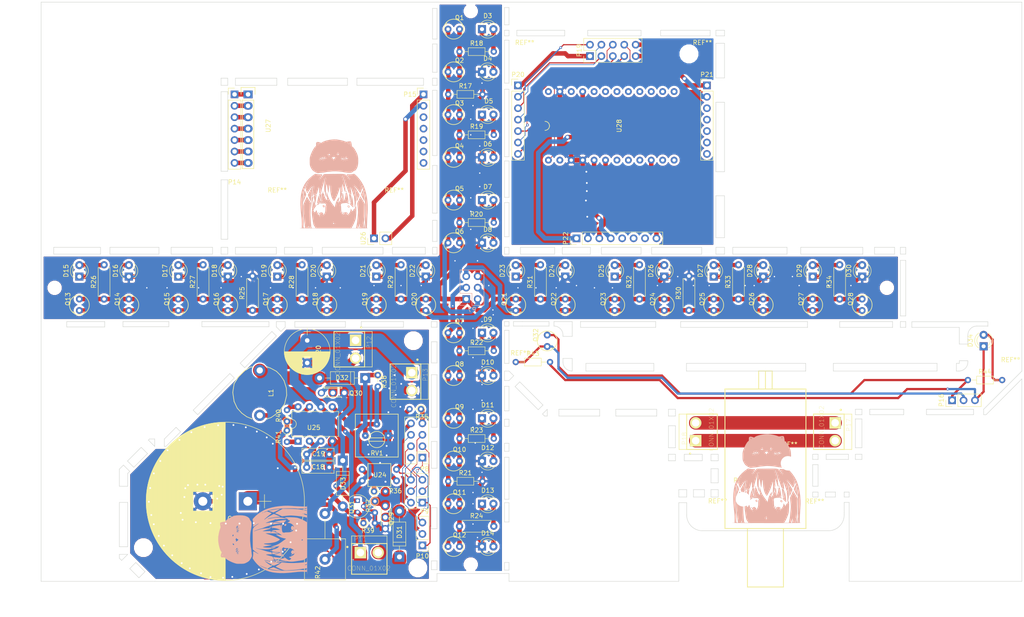
<source format=kicad_pcb>
(kicad_pcb (version 4) (host pcbnew 4.0.1-stable)
  (title_block (title "NTK robot") (date 2016-10-26))
  (layers (0 F.Cu signal) (31 B.Cu signal) (34 B.Paste user) (35 F.Paste user) (36 B.SilkS user) (37 F.SilkS user) (38 B.Mask user) (39 F.Mask user) (44 Edge.Cuts user))
  (net 0 "")
  (net 1 GND)
  (net 2 +5V)
  (net 3 "Net-(C17-Pad1)")
  (net 4 "Net-(C17-Pad2)")
  (net 5 "Net-(C18-Pad1)")
  (net 6 "Net-(C20-Pad1)")
  (net 7 "Net-(D3-Pad1)")
  (net 8 "Net-(D3-Pad2)")
  (net 9 "Net-(D10-Pad1)")
  (net 10 "Net-(D5-Pad1)")
  (net 11 "Net-(D5-Pad2)")
  (net 12 "Net-(D7-Pad1)")
  (net 13 "Net-(D7-Pad2)")
  (net 14 "Net-(D10-Pad2)")
  (net 15 "Net-(D9-Pad2)")
  (net 16 "Net-(D11-Pad1)")
  (net 17 "Net-(D11-Pad2)")
  (net 18 "Net-(D13-Pad1)")
  (net 19 "Net-(D13-Pad2)")
  (net 20 "Net-(D15-Pad1)")
  (net 21 "Net-(D15-Pad2)")
  (net 22 "Net-(D17-Pad1)")
  (net 23 "Net-(D17-Pad2)")
  (net 24 "Net-(D19-Pad1)")
  (net 25 "Net-(D19-Pad2)")
  (net 26 "Net-(D21-Pad1)")
  (net 27 "Net-(D21-Pad2)")
  (net 28 "Net-(D23-Pad1)")
  (net 29 "Net-(D23-Pad2)")
  (net 30 "Net-(D25-Pad1)")
  (net 31 "Net-(D25-Pad2)")
  (net 32 "Net-(D27-Pad1)")
  (net 33 "Net-(D27-Pad2)")
  (net 34 "Net-(D29-Pad1)")
  (net 35 "Net-(D29-Pad2)")
  (net 36 "Net-(D31-Pad2)")
  (net 37 "Net-(D32-Pad2)")
  (net 38 "Net-(D33-Pad1)")
  (net 39 "Net-(D33-Pad2)")
  (net 40 "Net-(D34-Pad1)")
  (net 41 "Net-(D34-Pad2)")
  (net 42 "Net-(L1-Pad2)")
  (net 43 "Net-(P7-Pad1)")
  (net 44 "Net-(P7-Pad2)")
  (net 45 "Net-(P7-Pad3)")
  (net 46 "Net-(P7-Pad4)")
  (net 47 "Net-(P7-Pad5)")
  (net 48 "Net-(P10-Pad1)")
  (net 49 "Net-(P8-Pad2)")
  (net 50 "Net-(P8-Pad3)")
  (net 51 "Net-(P8-Pad4)")
  (net 52 "Net-(P8-Pad5)")
  (net 53 "Net-(P10-Pad2)")
  (net 54 "Net-(P8-Pad7)")
  (net 55 "Net-(P10-Pad3)")
  (net 56 "Net-(P14-Pad1)")
  (net 57 "Net-(P14-Pad2)")
  (net 58 "Net-(P14-Pad3)")
  (net 59 "Net-(P14-Pad4)")
  (net 60 "Net-(P14-Pad5)")
  (net 61 "Net-(P14-Pad6)")
  (net 62 "Net-(P14-Pad7)")
  (net 63 "Net-(P15-Pad1)")
  (net 64 "Net-(P15-Pad2)")
  (net 65 "Net-(P15-Pad3)")
  (net 66 "Net-(P15-Pad4)")
  (net 67 "Net-(P15-Pad5)")
  (net 68 "Net-(P15-Pad6)")
  (net 69 "Net-(P15-Pad7)")
  (net 70 "Net-(P16-Pad1)")
  (net 71 "Net-(P16-Pad2)")
  (net 72 "Net-(P17-Pad1)")
  (net 73 "Net-(P17-Pad2)")
  (net 74 "Net-(P19-Pad1)")
  (net 75 "Net-(P19-Pad2)")
  (net 76 "Net-(P19-Pad3)")
  (net 77 "Net-(P19-Pad4)")
  (net 78 "Net-(P19-Pad5)")
  (net 79 "Net-(P19-Pad6)")
  (net 80 "Net-(P19-Pad7)")
  (net 81 "Net-(P19-Pad8)")
  (net 82 "Net-(P19-Pad9)")
  (net 83 "Net-(P19-Pad10)")
  (net 84 "Net-(P21-Pad3)")
  (net 85 "Net-(P21-Pad4)")
  (net 86 "Net-(P21-Pad5)")
  (net 87 "Net-(P21-Pad6)")
  (net 88 "Net-(P21-Pad7)")
  (net 89 "Net-(P22-Pad3)")
  (net 90 "Net-(P22-Pad4)")
  (net 91 "Net-(P22-Pad5)")
  (net 92 "Net-(P22-Pad6)")
  (net 93 "Net-(P22-Pad7)")
  (net 94 "Net-(P22-Pad8)")
  (net 95 "Net-(Q29-Pad1)")
  (net 96 "Net-(R35-Pad2)")
  (net 97 "Net-(R36-Pad1)")
  (net 98 "Net-(R38-Pad2)")
  (net 99 "Net-(R40-Pad2)")
  (net 100 "Net-(R41-Pad2)")
  (net 101 "Net-(U28-Pad9)")
  (net 102 "Net-(U28-Pad10)")
  (net 103 "Net-(U28-Pad8)")
  (net 104 "Net-(U28-Pad6)")
  (net 105 "Net-(U28-Pad5)")
  (net 106 "Net-(U28-Pad4)")
  (net 107 "Net-(U28-Pad0)")
  (net 108 "Net-(U28-PadRAW)")
  (net 109 "Net-(U28-PadRST)")
  (net 110 "Net-(U28-Pad21)")
  (net 111 "Net-(U28-Pad20)")
  (net 112 "Net-(U28-Pad19)")
  (net 113 "Net-(U28-Pad18)")
  (net 114 "Net-(U28-Pad15)")
  (net 115 "Net-(U28-Pad14)")
  (net 116 "Net-(U28-Pad16)")
  (module Mounting_Holes:MountingHole_3.2mm_M3 (layer F.Cu) (at 309.5 102.5)
    (fp_text reference REF** (at 0.5 4.5) (layer F.SilkS))
    (fp_text value MountingHole_3.2mm_M3)
    (pad 1 np_thru_hole circle (at 0 0) (size 3.2 3.2) (drill 3.2) (layers *.Cu *.Mask))
  )
  (module Mounting_Holes:MountingHole_3.2mm_M3 (layer F.Cu) (at 201.5 102.5)
    (fp_text reference REF** (at -0.5 3) (layer F.SilkS))
    (fp_text value MountingHole_3.2mm_M3)
    (pad 1 np_thru_hole circle (at 0 0) (size 3.2 3.2) (drill 3.2) (layers *.Cu *.Mask))
  )
  (module Mounting_Holes:MountingHole_3.2mm_M3 (layer F.Cu) (at 241.5 141.5)
    (fp_text reference REF** (at 3.4 -3.1) (layer F.SilkS))
    (fp_text value MountingHole_3.2mm_M3)
    (pad 1 np_thru_hole circle (at 0 0) (size 3.2 3.2) (drill 3.2) (layers *.Cu *.Mask))
  )
  (module Mounting_Holes:MountingHole_3.2mm_M3 (layer F.Cu) (at 269.5 141.5)
    (fp_text reference REF** (at -3.05 -3.05) (layer F.SilkS))
    (fp_text value MountingHole_3.2mm_M3)
    (pad 1 np_thru_hole circle (at 0 0) (size 3.2 3.2) (drill 3.2) (layers *.Cu *.Mask))
  )
  (module Mounting_Holes:MountingHole_3.2mm_M3 (layer F.Cu) (at 260.5 130)
    (fp_text reference REF** (at 0 -4.2) (layer F.SilkS))
    (fp_text value MountingHole_3.2mm_M3)
    (pad 1 np_thru_hole circle (at 0 0) (size 3.2 3.2) (drill 3.2) (layers *.Cu *.Mask))
  )
  (module Mounting_Holes:MountingHole_3.2mm_M3 (layer F.Cu) (at 250.5 138)
    (fp_text reference REF** (at 0 -4.2) (layer F.SilkS))
    (fp_text value MountingHole_3.2mm_M3)
    (pad 1 np_thru_hole circle (at 0 0) (size 3.2 3.2) (drill 3.2) (layers *.Cu *.Mask))
  )
  (module Capacitors_THT:CP_Radial_D35.0mm_P10.00mm_SnapIn (layer F.Cu) (at 140.45 138.45 180)
    (fp_text reference C17 (at 3.1 -3.85 180) (layer F.SilkS))
    (fp_text value 400V330uF)
    (pad 1 thru_hole rect (at 0 0 180) (size 4 4) (drill 2) (layers *.Cu *.Mask) (net 3 "Net-(C17-Pad1)"))
    (pad 2 thru_hole circle (at 10 0 180) (size 4 4) (drill 2) (layers *.Cu *.Mask) (net 4 "Net-(C17-Pad2)"))
  )
  (module Mounting_Holes:MountingHole_3.2mm_M3 (layer F.Cu) (at 117.25 148.75 180)
    (fp_text reference REF** hide)
    (fp_text value MountingHole_3.2mm_M3 hide)
    (pad 1 np_thru_hole circle (at 0 0 180) (size 3.2 3.2) (drill 3.2) (layers *.Cu *.Mask))
  )
  (module Mounting_Holes:MountingHole_3.2mm_M3 (layer F.Cu) (at 177.25 102.75 180)
    (fp_text reference REF** hide)
    (fp_text value MountingHole_3.2mm_M3 hide)
    (pad 1 np_thru_hole circle (at 0 0 180) (size 3.2 3.2) (drill 3.2) (layers *.Cu *.Mask))
  )
  (module Mounting_Holes:MountingHole_2.2mm_M2 (layer F.Cu) (at 173 72.5)
    (fp_text reference REF** (at 0 -3.2) (layer F.SilkS))
    (fp_text value MountingHole_2.2mm_M2)
    (pad 1 np_thru_hole circle (at 0 0) (size 2.2 2.2) (drill 2.2) (layers *.Cu *.Mask))
  )
  (module Mounting_Holes:MountingHole_3.2mm_M3 (layer F.Cu) (at 203.5 39)
    (fp_text reference REF** (at -1.5 -2.5) (layer F.SilkS))
    (fp_text value MountingHole_3.2mm_M3)
    (pad 1 np_thru_hole circle (at 0 0) (size 3.2 3.2) (drill 3.2) (layers *.Cu *.Mask))
  )
  (module Capacitors_THT:C_Rect_L7.0mm_W2.5mm_P5.00mm (layer F.Cu) (at 153.55 130.9)
    (fp_text reference C18 (at 2.5 -0.1) (layer F.SilkS))
    (fp_text value 1000pF)
    (pad 1 thru_hole circle (at 0 0) (size 1.6 1.6) (drill 0.8) (layers *.Cu *.Mask) (net 5 "Net-(C18-Pad1)"))
    (pad 2 thru_hole circle (at 5 0) (size 1.6 1.6) (drill 0.8) (layers *.Cu *.Mask) (net 4 "Net-(C17-Pad2)"))
  )
  (module Capacitors_THT:C_Rect_L7.0mm_W2.5mm_P5.00mm (layer F.Cu) (at 153.55 128)
    (fp_text reference C19 (at 2.6 -0.1) (layer F.SilkS))
    (fp_text value 330pF)
    (pad 1 thru_hole circle (at 0 0) (size 1.6 1.6) (drill 0.8) (layers *.Cu *.Mask) (net 5 "Net-(C18-Pad1)"))
    (pad 2 thru_hole circle (at 5 0) (size 1.6 1.6) (drill 0.8) (layers *.Cu *.Mask) (net 4 "Net-(C17-Pad2)"))
  )
  (module Capacitors_THT:CP_Radial_D10.0mm_P5.00mm (layer F.Cu) (at 153.65 102.7 270)
    (fp_text reference C20 (at 2.5 -2.5 270) (layer F.SilkS))
    (fp_text value "330uF 25V")
    (pad 1 thru_hole rect (at 0 0 270) (size 2 2) (drill 1) (layers *.Cu *.Mask) (net 6 "Net-(C20-Pad1)"))
    (pad 2 thru_hole circle (at 5 0 270) (size 2 2) (drill 1) (layers *.Cu *.Mask) (net 4 "Net-(C17-Pad2)"))
  )
  (module LEDs:LED_D3.0mm (layer F.Cu) (at 192.5 33.5)
    (fp_text reference D3 (at 1.27 -2.96) (layer F.SilkS))
    (fp_text value LED)
    (pad 1 thru_hole rect (at 0 0) (size 1.8 1.8) (drill 0.9) (layers *.Cu *.Mask) (net 7 "Net-(D3-Pad1)"))
    (pad 2 thru_hole circle (at 2.54 0) (size 1.8 1.8) (drill 0.9) (layers *.Cu *.Mask) (net 8 "Net-(D3-Pad2)"))
  )
  (module LEDs:LED_D3.0mm (layer F.Cu) (at 192.5 43)
    (fp_text reference D4 (at 1.27 -2.96) (layer F.SilkS))
    (fp_text value LED)
    (pad 1 thru_hole rect (at 0 0) (size 1.8 1.8) (drill 0.9) (layers *.Cu *.Mask) (net 9 "Net-(D10-Pad1)"))
    (pad 2 thru_hole circle (at 2.54 0) (size 1.8 1.8) (drill 0.9) (layers *.Cu *.Mask) (net 7 "Net-(D3-Pad1)"))
  )
  (module LEDs:LED_D3.0mm (layer F.Cu) (at 192.5 52.5)
    (fp_text reference D5 (at 1.5 -3) (layer F.SilkS))
    (fp_text value LED)
    (pad 1 thru_hole rect (at 0 0) (size 1.8 1.8) (drill 0.9) (layers *.Cu *.Mask) (net 10 "Net-(D5-Pad1)"))
    (pad 2 thru_hole circle (at 2.54 0) (size 1.8 1.8) (drill 0.9) (layers *.Cu *.Mask) (net 11 "Net-(D5-Pad2)"))
  )
  (module LEDs:LED_D3.0mm (layer F.Cu) (at 192.5 62)
    (fp_text reference D6 (at 1.27 -2.96) (layer F.SilkS))
    (fp_text value LED)
    (pad 1 thru_hole rect (at 0 0) (size 1.8 1.8) (drill 0.9) (layers *.Cu *.Mask) (net 9 "Net-(D10-Pad1)"))
    (pad 2 thru_hole circle (at 2.54 0) (size 1.8 1.8) (drill 0.9) (layers *.Cu *.Mask) (net 10 "Net-(D5-Pad1)"))
  )
  (module LEDs:LED_D3.0mm (layer F.Cu) (at 192.5 71.5)
    (fp_text reference D7 (at 1.27 -2.96) (layer F.SilkS))
    (fp_text value LED)
    (pad 1 thru_hole rect (at 0 0) (size 1.8 1.8) (drill 0.9) (layers *.Cu *.Mask) (net 12 "Net-(D7-Pad1)"))
    (pad 2 thru_hole circle (at 2.54 0) (size 1.8 1.8) (drill 0.9) (layers *.Cu *.Mask) (net 13 "Net-(D7-Pad2)"))
  )
  (module LEDs:LED_D3.0mm (layer F.Cu) (at 192.5 81)
    (fp_text reference D8 (at 1.27 -2.96) (layer F.SilkS))
    (fp_text value LED)
    (pad 1 thru_hole rect (at 0 0) (size 1.8 1.8) (drill 0.9) (layers *.Cu *.Mask) (net 9 "Net-(D10-Pad1)"))
    (pad 2 thru_hole circle (at 2.54 0) (size 1.8 1.8) (drill 0.9) (layers *.Cu *.Mask) (net 12 "Net-(D7-Pad1)"))
  )
  (module LEDs:LED_D3.0mm (layer F.Cu) (at 192.5 101)
    (fp_text reference D9 (at 1.27 -2.96) (layer F.SilkS))
    (fp_text value LED)
    (pad 1 thru_hole rect (at 0 0) (size 1.8 1.8) (drill 0.9) (layers *.Cu *.Mask) (net 14 "Net-(D10-Pad2)"))
    (pad 2 thru_hole circle (at 2.54 0) (size 1.8 1.8) (drill 0.9) (layers *.Cu *.Mask) (net 15 "Net-(D9-Pad2)"))
  )
  (module LEDs:LED_D3.0mm (layer F.Cu) (at 192.5 110.5)
    (fp_text reference D10 (at 1.27 -2.96) (layer F.SilkS))
    (fp_text value LED)
    (pad 1 thru_hole rect (at 0 0) (size 1.8 1.8) (drill 0.9) (layers *.Cu *.Mask) (net 9 "Net-(D10-Pad1)"))
    (pad 2 thru_hole circle (at 2.54 0) (size 1.8 1.8) (drill 0.9) (layers *.Cu *.Mask) (net 14 "Net-(D10-Pad2)"))
  )
  (module LEDs:LED_D3.0mm (layer F.Cu) (at 192.5 120)
    (fp_text reference D11 (at 1.27 -2.96) (layer F.SilkS))
    (fp_text value LED)
    (pad 1 thru_hole rect (at 0 0) (size 1.8 1.8) (drill 0.9) (layers *.Cu *.Mask) (net 16 "Net-(D11-Pad1)"))
    (pad 2 thru_hole circle (at 2.54 0) (size 1.8 1.8) (drill 0.9) (layers *.Cu *.Mask) (net 17 "Net-(D11-Pad2)"))
  )
  (module LEDs:LED_D3.0mm (layer F.Cu) (at 192.5 129.5)
    (fp_text reference D12 (at 1.27 -2.96) (layer F.SilkS))
    (fp_text value LED)
    (pad 1 thru_hole rect (at 0 0) (size 1.8 1.8) (drill 0.9) (layers *.Cu *.Mask) (net 9 "Net-(D10-Pad1)"))
    (pad 2 thru_hole circle (at 2.54 0) (size 1.8 1.8) (drill 0.9) (layers *.Cu *.Mask) (net 16 "Net-(D11-Pad1)"))
  )
  (module LEDs:LED_D3.0mm (layer F.Cu) (at 192.5 139)
    (fp_text reference D13 (at 1.27 -2.96) (layer F.SilkS))
    (fp_text value LED)
    (pad 1 thru_hole rect (at 0 0) (size 1.8 1.8) (drill 0.9) (layers *.Cu *.Mask) (net 18 "Net-(D13-Pad1)"))
    (pad 2 thru_hole circle (at 2.54 0) (size 1.8 1.8) (drill 0.9) (layers *.Cu *.Mask) (net 19 "Net-(D13-Pad2)"))
  )
  (module LEDs:LED_D3.0mm (layer F.Cu) (at 192.5 148.5)
    (fp_text reference D14 (at 1.27 -2.96) (layer F.SilkS))
    (fp_text value LED)
    (pad 1 thru_hole rect (at 0 0) (size 1.8 1.8) (drill 0.9) (layers *.Cu *.Mask) (net 9 "Net-(D10-Pad1)"))
    (pad 2 thru_hole circle (at 2.54 0) (size 1.8 1.8) (drill 0.9) (layers *.Cu *.Mask) (net 18 "Net-(D13-Pad1)"))
  )
  (module LEDs:LED_D3.0mm (layer F.Cu) (at 103 88.5 90)
    (fp_text reference D15 (at 1.27 -2.96 90) (layer F.SilkS))
    (fp_text value LED)
    (pad 1 thru_hole rect (at 0 0 90) (size 1.8 1.8) (drill 0.9) (layers *.Cu *.Mask) (net 20 "Net-(D15-Pad1)"))
    (pad 2 thru_hole circle (at 2.54 0 90) (size 1.8 1.8) (drill 0.9) (layers *.Cu *.Mask) (net 21 "Net-(D15-Pad2)"))
  )
  (module LEDs:LED_D3.0mm (layer F.Cu) (at 114 88.5 90)
    (fp_text reference D16 (at 1.27 -2.96 90) (layer F.SilkS))
    (fp_text value LED)
    (pad 1 thru_hole rect (at 0 0 90) (size 1.8 1.8) (drill 0.9) (layers *.Cu *.Mask) (net 9 "Net-(D10-Pad1)"))
    (pad 2 thru_hole circle (at 2.54 0 90) (size 1.8 1.8) (drill 0.9) (layers *.Cu *.Mask) (net 20 "Net-(D15-Pad1)"))
  )
  (module LEDs:LED_D3.0mm (layer F.Cu) (at 125 88.5 90)
    (fp_text reference D17 (at 1.27 -2.96 90) (layer F.SilkS))
    (fp_text value LED)
    (pad 1 thru_hole rect (at 0 0 90) (size 1.8 1.8) (drill 0.9) (layers *.Cu *.Mask) (net 22 "Net-(D17-Pad1)"))
    (pad 2 thru_hole circle (at 2.54 0 90) (size 1.8 1.8) (drill 0.9) (layers *.Cu *.Mask) (net 23 "Net-(D17-Pad2)"))
  )
  (module LEDs:LED_D3.0mm (layer F.Cu) (at 136 88.5 90)
    (fp_text reference D18 (at 1.27 -2.96 90) (layer F.SilkS))
    (fp_text value LED)
    (pad 1 thru_hole rect (at 0 0 90) (size 1.8 1.8) (drill 0.9) (layers *.Cu *.Mask) (net 9 "Net-(D10-Pad1)"))
    (pad 2 thru_hole circle (at 2.54 0 90) (size 1.8 1.8) (drill 0.9) (layers *.Cu *.Mask) (net 22 "Net-(D17-Pad1)"))
  )
  (module LEDs:LED_D3.0mm (layer F.Cu) (at 147 88.5 90)
    (fp_text reference D19 (at 1.27 -2.96 90) (layer F.SilkS))
    (fp_text value LED)
    (pad 1 thru_hole rect (at 0 0 90) (size 1.8 1.8) (drill 0.9) (layers *.Cu *.Mask) (net 24 "Net-(D19-Pad1)"))
    (pad 2 thru_hole circle (at 2.54 0 90) (size 1.8 1.8) (drill 0.9) (layers *.Cu *.Mask) (net 25 "Net-(D19-Pad2)"))
  )
  (module LEDs:LED_D3.0mm (layer F.Cu) (at 158 88.5 90)
    (fp_text reference D20 (at 1.27 -2.96 90) (layer F.SilkS))
    (fp_text value LED)
    (pad 1 thru_hole rect (at 0 0 90) (size 1.8 1.8) (drill 0.9) (layers *.Cu *.Mask) (net 9 "Net-(D10-Pad1)"))
    (pad 2 thru_hole circle (at 2.54 0 90) (size 1.8 1.8) (drill 0.9) (layers *.Cu *.Mask) (net 24 "Net-(D19-Pad1)"))
  )
  (module LEDs:LED_D3.0mm (layer F.Cu) (at 169 88.5 90)
    (fp_text reference D21 (at 1.27 -2.96 90) (layer F.SilkS))
    (fp_text value LED)
    (pad 1 thru_hole rect (at 0 0 90) (size 1.8 1.8) (drill 0.9) (layers *.Cu *.Mask) (net 26 "Net-(D21-Pad1)"))
    (pad 2 thru_hole circle (at 2.54 0 90) (size 1.8 1.8) (drill 0.9) (layers *.Cu *.Mask) (net 27 "Net-(D21-Pad2)"))
  )
  (module LEDs:LED_D3.0mm (layer F.Cu) (at 180 88.5 90)
    (fp_text reference D22 (at 1.27 -2.96 90) (layer F.SilkS))
    (fp_text value LED)
    (pad 1 thru_hole rect (at 0 0 90) (size 1.8 1.8) (drill 0.9) (layers *.Cu *.Mask) (net 9 "Net-(D10-Pad1)"))
    (pad 2 thru_hole circle (at 2.54 0 90) (size 1.8 1.8) (drill 0.9) (layers *.Cu *.Mask) (net 26 "Net-(D21-Pad1)"))
  )
  (module LEDs:LED_D3.0mm (layer F.Cu) (at 200 88.5 90)
    (fp_text reference D23 (at 1.27 -2.96 90) (layer F.SilkS))
    (fp_text value LED)
    (pad 1 thru_hole rect (at 0 0 90) (size 1.8 1.8) (drill 0.9) (layers *.Cu *.Mask) (net 28 "Net-(D23-Pad1)"))
    (pad 2 thru_hole circle (at 2.54 0 90) (size 1.8 1.8) (drill 0.9) (layers *.Cu *.Mask) (net 29 "Net-(D23-Pad2)"))
  )
  (module LEDs:LED_D3.0mm (layer F.Cu) (at 211 88.5 90)
    (fp_text reference D24 (at 1.27 -2.96 90) (layer F.SilkS))
    (fp_text value LED)
    (pad 1 thru_hole rect (at 0 0 90) (size 1.8 1.8) (drill 0.9) (layers *.Cu *.Mask) (net 9 "Net-(D10-Pad1)"))
    (pad 2 thru_hole circle (at 2.54 0 90) (size 1.8 1.8) (drill 0.9) (layers *.Cu *.Mask) (net 28 "Net-(D23-Pad1)"))
  )
  (module LEDs:LED_D3.0mm (layer F.Cu) (at 222 88.5 90)
    (fp_text reference D25 (at 1.27 -2.96 90) (layer F.SilkS))
    (fp_text value LED)
    (pad 1 thru_hole rect (at 0 0 90) (size 1.8 1.8) (drill 0.9) (layers *.Cu *.Mask) (net 30 "Net-(D25-Pad1)"))
    (pad 2 thru_hole circle (at 2.54 0 90) (size 1.8 1.8) (drill 0.9) (layers *.Cu *.Mask) (net 31 "Net-(D25-Pad2)"))
  )
  (module LEDs:LED_D3.0mm (layer F.Cu) (at 233 88.5 90)
    (fp_text reference D26 (at 1.27 -2.96 90) (layer F.SilkS))
    (fp_text value LED)
    (pad 1 thru_hole rect (at 0 0 90) (size 1.8 1.8) (drill 0.9) (layers *.Cu *.Mask) (net 9 "Net-(D10-Pad1)"))
    (pad 2 thru_hole circle (at 2.54 0 90) (size 1.8 1.8) (drill 0.9) (layers *.Cu *.Mask) (net 30 "Net-(D25-Pad1)"))
  )
  (module LEDs:LED_D3.0mm (layer F.Cu) (at 244 88.5 90)
    (fp_text reference D27 (at 1.27 -2.96 90) (layer F.SilkS))
    (fp_text value LED)
    (pad 1 thru_hole rect (at 0 0 90) (size 1.8 1.8) (drill 0.9) (layers *.Cu *.Mask) (net 32 "Net-(D27-Pad1)"))
    (pad 2 thru_hole circle (at 2.54 0 90) (size 1.8 1.8) (drill 0.9) (layers *.Cu *.Mask) (net 33 "Net-(D27-Pad2)"))
  )
  (module LEDs:LED_D3.0mm (layer F.Cu) (at 255 88.5 90)
    (fp_text reference D28 (at 1.27 -2.96 90) (layer F.SilkS))
    (fp_text value LED)
    (pad 1 thru_hole rect (at 0 0 90) (size 1.8 1.8) (drill 0.9) (layers *.Cu *.Mask) (net 9 "Net-(D10-Pad1)"))
    (pad 2 thru_hole circle (at 2.54 0 90) (size 1.8 1.8) (drill 0.9) (layers *.Cu *.Mask) (net 32 "Net-(D27-Pad1)"))
  )
  (module LEDs:LED_D3.0mm (layer F.Cu) (at 266 88.5 90)
    (fp_text reference D29 (at 1.27 -2.96 90) (layer F.SilkS))
    (fp_text value LED)
    (pad 1 thru_hole rect (at 0 0 90) (size 1.8 1.8) (drill 0.9) (layers *.Cu *.Mask) (net 34 "Net-(D29-Pad1)"))
    (pad 2 thru_hole circle (at 2.54 0 90) (size 1.8 1.8) (drill 0.9) (layers *.Cu *.Mask) (net 35 "Net-(D29-Pad2)"))
  )
  (module LEDs:LED_D3.0mm (layer F.Cu) (at 277 88.5 90)
    (fp_text reference D30 (at 1.27 -2.96 90) (layer F.SilkS))
    (fp_text value LED)
    (pad 1 thru_hole rect (at 0 0 90) (size 1.8 1.8) (drill 0.9) (layers *.Cu *.Mask) (net 9 "Net-(D10-Pad1)"))
    (pad 2 thru_hole circle (at 2.54 0 90) (size 1.8 1.8) (drill 0.9) (layers *.Cu *.Mask) (net 34 "Net-(D29-Pad1)"))
  )
  (module Diodes_THT:D_DO-41_SOD81_P10.16mm_Horizontal (layer F.Cu) (at 174.15 150.8 90)
    (fp_text reference D31 (at 5.5 0 90) (layer F.SilkS))
    (fp_text value SB340LS)
    (pad 1 thru_hole rect (at 0 0 90) (size 2.2 2.2) (drill 1.1) (layers *.Cu *.Mask) (net 3 "Net-(C17-Pad1)"))
    (pad 2 thru_hole oval (at 10.16 0 90) (size 2.2 2.2) (drill 1.1) (layers *.Cu *.Mask) (net 36 "Net-(D31-Pad2)"))
  )
  (module Diodes_THT:D_DO-41_SOD81_P10.16mm_Horizontal (layer F.Cu) (at 166.55 111.05 180)
    (fp_text reference D32 (at 5.15 0.05 180) (layer F.SilkS))
    (fp_text value SB340LS)
    (pad 1 thru_hole rect (at 0 0 180) (size 2.2 2.2) (drill 1.1) (layers *.Cu *.Mask) (net 3 "Net-(C17-Pad1)"))
    (pad 2 thru_hole oval (at 10.16 0 180) (size 2.2 2.2) (drill 1.1) (layers *.Cu *.Mask) (net 37 "Net-(D32-Pad2)"))
  )
  (module Diodes_THT:D_DO-41_SOD81_P10.16mm_Horizontal (layer F.Cu) (at 161.55 129.4 270)
    (fp_text reference D33 (at 5.1 -0.1 270) (layer F.SilkS))
    (fp_text value SB340LS)
    (pad 1 thru_hole rect (at 0 0 270) (size 2.2 2.2) (drill 1.1) (layers *.Cu *.Mask) (net 38 "Net-(D33-Pad1)"))
    (pad 2 thru_hole oval (at 10.16 0 270) (size 2.2 2.2) (drill 1.1) (layers *.Cu *.Mask) (net 39 "Net-(D33-Pad2)"))
  )
  (module LEDs:LED_D3.0mm (layer F.Cu) (at 304 104 90)
    (fp_text reference D34 (at 1.27 -2.96 90) (layer F.SilkS))
    (fp_text value LED)
    (pad 1 thru_hole rect (at 0 0 90) (size 1.8 1.8) (drill 0.9) (layers *.Cu *.Mask) (net 40 "Net-(D34-Pad1)"))
    (pad 2 thru_hole circle (at 2.54 0 90) (size 1.8 1.8) (drill 0.9) (layers *.Cu *.Mask) (net 41 "Net-(D34-Pad2)"))
  )
  (module Inductors_NEOSID:Neosid_Inductor_Sd12k-style1 (layer F.Cu) (at 143.1 114.35 270)
    (fp_text reference L1 (at 0 -2.5 270) (layer F.SilkS))
    (fp_text value 220μH)
    (pad 2 thru_hole circle (at 5.00126 0 270) (size 2.49936 2.49936) (drill 1.39954) (layers *.Cu *.Mask) (net 42 "Net-(L1-Pad2)"))
    (pad 1 thru_hole circle (at -5.00126 0 270) (size 2.49936 2.49936) (drill 1.39954) (layers *.Cu *.Mask) (net 37 "Net-(D32-Pad2)"))
  )
  (module Pin_Headers:Pin_Header_Straight_2x03_Pitch2.54mm (layer B.Cu) (at 189 93.5)
    (fp_text reference P7 (at 1.27 2.39) (layer B.SilkS) (effects (justify mirror)))
    (fp_text value CONN_01X06)
    (pad 1 thru_hole rect (at 0 0) (size 1.7 1.7) (drill 1) (layers *.Cu *.Mask) (net 43 "Net-(P7-Pad1)"))
    (pad 2 thru_hole oval (at 2.54 0) (size 1.7 1.7) (drill 1) (layers *.Cu *.Mask) (net 44 "Net-(P7-Pad2)"))
    (pad 3 thru_hole oval (at 0 -2.54) (size 1.7 1.7) (drill 1) (layers *.Cu *.Mask) (net 45 "Net-(P7-Pad3)"))
    (pad 4 thru_hole oval (at 2.54 -2.54) (size 1.7 1.7) (drill 1) (layers *.Cu *.Mask) (net 46 "Net-(P7-Pad4)"))
    (pad 5 thru_hole oval (at 0 -5.08) (size 1.7 1.7) (drill 1) (layers *.Cu *.Mask) (net 47 "Net-(P7-Pad5)"))
    (pad 6 thru_hole oval (at 2.54 -5.08) (size 1.7 1.7) (drill 1) (layers *.Cu *.Mask) (net 9 "Net-(D10-Pad1)"))
  )
  (module Pin_Headers:Pin_Header_Straight_2x04_Pitch2.54mm (layer F.Cu) (at 179.25 128.75 180)
    (fp_text reference P8 (at -0.5 -2.5 180) (layer F.SilkS))
    (fp_text value CONN_01X08)
    (pad 1 thru_hole rect (at 0 0 180) (size 1.7 1.7) (drill 1) (layers *.Cu *.Mask) (net 48 "Net-(P10-Pad1)"))
    (pad 2 thru_hole oval (at 2.54 0 180) (size 1.7 1.7) (drill 1) (layers *.Cu *.Mask) (net 49 "Net-(P8-Pad2)"))
    (pad 3 thru_hole oval (at 0 2.54 180) (size 1.7 1.7) (drill 1) (layers *.Cu *.Mask) (net 50 "Net-(P8-Pad3)"))
    (pad 4 thru_hole oval (at 2.54 2.54 180) (size 1.7 1.7) (drill 1) (layers *.Cu *.Mask) (net 51 "Net-(P8-Pad4)"))
    (pad 5 thru_hole oval (at 0 5.08 180) (size 1.7 1.7) (drill 1) (layers *.Cu *.Mask) (net 52 "Net-(P8-Pad5)"))
    (pad 6 thru_hole oval (at 2.54 5.08 180) (size 1.7 1.7) (drill 1) (layers *.Cu *.Mask) (net 53 "Net-(P10-Pad2)"))
    (pad 7 thru_hole oval (at 0 7.62 180) (size 1.7 1.7) (drill 1) (layers *.Cu *.Mask) (net 54 "Net-(P8-Pad7)"))
    (pad 8 thru_hole oval (at 2.54 7.62 180) (size 1.7 1.7) (drill 1) (layers *.Cu *.Mask) (net 55 "Net-(P10-Pad3)"))
  )
  (module Pin_Headers:Pin_Header_Straight_2x03_Pitch2.54mm (layer F.Cu) (at 179.25 138.75 180)
    (fp_text reference P9 (at -0.5 -2 180) (layer F.SilkS))
    (fp_text value CONN_01X06)
    (pad 1 thru_hole rect (at 0 0 180) (size 1.7 1.7) (drill 1) (layers *.Cu *.Mask) (net 48 "Net-(P10-Pad1)"))
    (pad 2 thru_hole oval (at 2.54 0 180) (size 1.7 1.7) (drill 1) (layers *.Cu *.Mask) (net 49 "Net-(P8-Pad2)"))
    (pad 3 thru_hole oval (at 0 2.54 180) (size 1.7 1.7) (drill 1) (layers *.Cu *.Mask) (net 50 "Net-(P8-Pad3)"))
    (pad 4 thru_hole oval (at 2.54 2.54 180) (size 1.7 1.7) (drill 1) (layers *.Cu *.Mask) (net 51 "Net-(P8-Pad4)"))
    (pad 5 thru_hole oval (at 0 5.08 180) (size 1.7 1.7) (drill 1) (layers *.Cu *.Mask) (net 52 "Net-(P8-Pad5)"))
    (pad 6 thru_hole oval (at 2.54 5.08 180) (size 1.7 1.7) (drill 1) (layers *.Cu *.Mask) (net 55 "Net-(P10-Pad3)"))
  )
  (module Pin_Headers:Pin_Header_Straight_1x03_Pitch2.54mm (layer F.Cu) (at 179.25 148.25 180)
    (fp_text reference P10 (at 0 -2.39 180) (layer F.SilkS))
    (fp_text value CONN_01X03)
    (pad 1 thru_hole rect (at 0 0 180) (size 1.7 1.7) (drill 1) (layers *.Cu *.Mask) (net 48 "Net-(P10-Pad1)"))
    (pad 2 thru_hole oval (at 0 2.54 180) (size 1.7 1.7) (drill 1) (layers *.Cu *.Mask) (net 53 "Net-(P10-Pad2)"))
    (pad 3 thru_hole oval (at 0 5.08 180) (size 1.7 1.7) (drill 1) (layers *.Cu *.Mask) (net 55 "Net-(P10-Pad3)"))
  )
  (module "B2P-VH_LF__SN_:JST_B2P-VH(LF)(SN)" (layer F.Cu) (at 167.45 149.85)
    (fp_text reference P11 (at -2 -3) (layer F.SilkS) (effects (font (thickness 0.05))))
    (fp_text value CONN_01X02 (at -0.1 3.5) (layer F.SilkS) (effects (font (thickness 0.05))))
    (pad 1 thru_hole rect (at -1.98 0) (size 2.55 2.55) (drill 1.7) (layers *.Cu *.Mask F.SilkS) (net 3 "Net-(C17-Pad1)"))
    (pad 2 thru_hole circle (at 1.98 0) (size 2.55 2.55) (drill 1.7) (layers *.Cu *.Mask F.SilkS) (net 36 "Net-(D31-Pad2)"))
  )
  (module "B2P-VH_LF__SN_:JST_B2P-VH(LF)(SN)" (layer F.Cu) (at 164.4 104.65 270)
    (fp_text reference P12 (at -1.5 -3 270) (layer F.SilkS) (effects (font (thickness 0.05))))
    (fp_text value CONN_01X02 (at 1 3.95 270) (layer F.SilkS) (effects (font (thickness 0.05))))
    (pad 1 thru_hole rect (at -1.98 0 270) (size 2.55 2.55) (drill 1.7) (layers *.Cu *.Mask F.SilkS) (net 6 "Net-(C20-Pad1)"))
    (pad 2 thru_hole circle (at 1.98 0 270) (size 2.55 2.55) (drill 1.7) (layers *.Cu *.Mask F.SilkS) (net 4 "Net-(C17-Pad2)"))
  )
  (module "B2P-VH_LF__SN_:JST_B2P-VH(LF)(SN)" (layer F.Cu) (at 176.9 111.85 270)
    (fp_text reference P13 (at -1.5 -3 270) (layer F.SilkS) (effects (font (thickness 0.05))))
    (fp_text value CONN_01X02 (at 1 4 270) (layer F.SilkS) (effects (font (thickness 0.05))))
    (pad 1 thru_hole rect (at -1.98 0 270) (size 2.55 2.55) (drill 1.7) (layers *.Cu *.Mask F.SilkS) (net 6 "Net-(C20-Pad1)"))
    (pad 2 thru_hole circle (at 1.98 0 270) (size 2.55 2.55) (drill 1.7) (layers *.Cu *.Mask F.SilkS) (net 4 "Net-(C17-Pad2)"))
  )
  (module Pin_Headers:Pin_Header_Straight_1x07_Pitch2.54mm (layer F.Cu) (at 137.5 48)
    (fp_text reference P14 (at 0 19.5) (layer F.SilkS))
    (fp_text value CONN_01X07)
    (pad 1 thru_hole rect (at 0 0) (size 1.7 1.7) (drill 1) (layers *.Cu *.Mask) (net 56 "Net-(P14-Pad1)"))
    (pad 2 thru_hole oval (at 0 2.54) (size 1.7 1.7) (drill 1) (layers *.Cu *.Mask) (net 57 "Net-(P14-Pad2)"))
    (pad 3 thru_hole oval (at 0 5.08) (size 1.7 1.7) (drill 1) (layers *.Cu *.Mask) (net 58 "Net-(P14-Pad3)"))
    (pad 4 thru_hole oval (at 0 7.62) (size 1.7 1.7) (drill 1) (layers *.Cu *.Mask) (net 59 "Net-(P14-Pad4)"))
    (pad 5 thru_hole oval (at 0 10.16) (size 1.7 1.7) (drill 1) (layers *.Cu *.Mask) (net 60 "Net-(P14-Pad5)"))
    (pad 6 thru_hole oval (at 0 12.7) (size 1.7 1.7) (drill 1) (layers *.Cu *.Mask) (net 61 "Net-(P14-Pad6)"))
    (pad 7 thru_hole oval (at 0 15.24) (size 1.7 1.7) (drill 1) (layers *.Cu *.Mask) (net 62 "Net-(P14-Pad7)"))
  )
  (module Pin_Headers:Pin_Header_Straight_1x07_Pitch2.54mm (layer F.Cu) (at 179.5 48)
    (fp_text reference P15 (at -3 0) (layer F.SilkS))
    (fp_text value CONN_01X07)
    (pad 1 thru_hole rect (at 0 0) (size 1.7 1.7) (drill 1) (layers *.Cu *.Mask) (net 63 "Net-(P15-Pad1)"))
    (pad 2 thru_hole oval (at 0 2.54) (size 1.7 1.7) (drill 1) (layers *.Cu *.Mask) (net 64 "Net-(P15-Pad2)"))
    (pad 3 thru_hole oval (at 0 5.08) (size 1.7 1.7) (drill 1) (layers *.Cu *.Mask) (net 65 "Net-(P15-Pad3)"))
    (pad 4 thru_hole oval (at 0 7.62) (size 1.7 1.7) (drill 1) (layers *.Cu *.Mask) (net 66 "Net-(P15-Pad4)"))
    (pad 5 thru_hole oval (at 0 10.16) (size 1.7 1.7) (drill 1) (layers *.Cu *.Mask) (net 67 "Net-(P15-Pad5)"))
    (pad 6 thru_hole oval (at 0 12.7) (size 1.7 1.7) (drill 1) (layers *.Cu *.Mask) (net 68 "Net-(P15-Pad6)"))
    (pad 7 thru_hole oval (at 0 15.24) (size 1.7 1.7) (drill 1) (layers *.Cu *.Mask) (net 69 "Net-(P15-Pad7)"))
  )
  (module Pin_Headers:Pin_Header_Straight_1x03_Pitch2.54mm (layer F.Cu) (at 297 116 90)
    (fp_text reference P16 (at 0 -2.39 90) (layer F.SilkS))
    (fp_text value CONN_01X03)
    (pad 1 thru_hole rect (at 0 0 90) (size 1.7 1.7) (drill 1) (layers *.Cu *.Mask) (net 70 "Net-(P16-Pad1)"))
    (pad 2 thru_hole oval (at 0 2.54 90) (size 1.7 1.7) (drill 1) (layers *.Cu *.Mask) (net 71 "Net-(P16-Pad2)"))
    (pad 3 thru_hole oval (at 0 5.08 90) (size 1.7 1.7) (drill 1) (layers *.Cu *.Mask) (net 40 "Net-(D34-Pad1)"))
  )
  (module "B2P-VH_LF__SN_:JST_B2P-VH(LF)(SN)" (layer F.Cu) (at 271 123 270)
    (fp_text reference P17 (at -1.5 -3 270) (layer F.SilkS) (effects (font (thickness 0.05))))
    (fp_text value CONN_01X02 (at -1 3 270) (layer F.SilkS) (effects (font (thickness 0.05))))
    (pad 1 thru_hole rect (at -1.98 0 270) (size 2.55 2.55) (drill 1.7) (layers *.Cu *.Mask F.SilkS) (net 72 "Net-(P17-Pad1)"))
    (pad 2 thru_hole circle (at 1.98 0 270) (size 2.55 2.55) (drill 1.7) (layers *.Cu *.Mask F.SilkS) (net 73 "Net-(P17-Pad2)"))
  )
  (module "B2P-VH_LF__SN_:JST_B2P-VH(LF)(SN)" (layer F.Cu) (at 240 123 90)
    (fp_text reference P18 (at -1.5 -2.5 90) (layer F.SilkS) (effects (font (thickness 0.05))))
    (fp_text value CONN_01X02 (at 0.5 3.5 90) (layer F.SilkS) (effects (font (thickness 0.05))))
    (pad 1 thru_hole rect (at -1.98 0 90) (size 2.55 2.55) (drill 1.7) (layers *.Cu *.Mask F.SilkS) (net 73 "Net-(P17-Pad2)"))
    (pad 2 thru_hole circle (at 1.98 0 90) (size 2.55 2.55) (drill 1.7) (layers *.Cu *.Mask F.SilkS) (net 72 "Net-(P17-Pad1)"))
  )
  (module Pin_Headers:Pin_Header_Straight_2x05_Pitch2.54mm (layer F.Cu) (at 216.5 39.5 90)
    (fp_text reference P19 (at 1.27 -2.39 90) (layer F.SilkS))
    (fp_text value CONN_01X10)
    (pad 1 thru_hole rect (at 0 0 90) (size 1.7 1.7) (drill 1) (layers *.Cu *.Mask) (net 74 "Net-(P19-Pad1)"))
    (pad 2 thru_hole oval (at 2.54 0 90) (size 1.7 1.7) (drill 1) (layers *.Cu *.Mask) (net 75 "Net-(P19-Pad2)"))
    (pad 3 thru_hole oval (at 0 2.54 90) (size 1.7 1.7) (drill 1) (layers *.Cu *.Mask) (net 76 "Net-(P19-Pad3)"))
    (pad 4 thru_hole oval (at 2.54 2.54 90) (size 1.7 1.7) (drill 1) (layers *.Cu *.Mask) (net 77 "Net-(P19-Pad4)"))
    (pad 5 thru_hole oval (at 0 5.08 90) (size 1.7 1.7) (drill 1) (layers *.Cu *.Mask) (net 78 "Net-(P19-Pad5)"))
    (pad 6 thru_hole oval (at 2.54 5.08 90) (size 1.7 1.7) (drill 1) (layers *.Cu *.Mask) (net 79 "Net-(P19-Pad6)"))
    (pad 7 thru_hole oval (at 0 7.62 90) (size 1.7 1.7) (drill 1) (layers *.Cu *.Mask) (net 80 "Net-(P19-Pad7)"))
    (pad 8 thru_hole oval (at 2.54 7.62 90) (size 1.7 1.7) (drill 1) (layers *.Cu *.Mask) (net 81 "Net-(P19-Pad8)"))
    (pad 9 thru_hole oval (at 0 10.16 90) (size 1.7 1.7) (drill 1) (layers *.Cu *.Mask) (net 82 "Net-(P19-Pad9)"))
    (pad 10 thru_hole oval (at 2.54 10.16 90) (size 1.7 1.7) (drill 1) (layers *.Cu *.Mask) (net 83 "Net-(P19-Pad10)"))
  )
  (module Pin_Headers:Pin_Header_Straight_1x07_Pitch2.54mm (layer F.Cu) (at 200.5 46)
    (fp_text reference P20 (at 0 -2.39) (layer F.SilkS))
    (fp_text value CONN_01X07)
    (pad 1 thru_hole rect (at 0 0) (size 1.7 1.7) (drill 1) (layers *.Cu *.Mask) (net 74 "Net-(P19-Pad1)"))
    (pad 2 thru_hole oval (at 0 2.54) (size 1.7 1.7) (drill 1) (layers *.Cu *.Mask) (net 75 "Net-(P19-Pad2)"))
    (pad 3 thru_hole oval (at 0 5.08) (size 1.7 1.7) (drill 1) (layers *.Cu *.Mask) (net 76 "Net-(P19-Pad3)"))
    (pad 4 thru_hole oval (at 0 7.62) (size 1.7 1.7) (drill 1) (layers *.Cu *.Mask) (net 77 "Net-(P19-Pad4)"))
    (pad 5 thru_hole oval (at 0 10.16) (size 1.7 1.7) (drill 1) (layers *.Cu *.Mask) (net 78 "Net-(P19-Pad5)"))
    (pad 6 thru_hole oval (at 0 12.7) (size 1.7 1.7) (drill 1) (layers *.Cu *.Mask) (net 79 "Net-(P19-Pad6)"))
    (pad 7 thru_hole oval (at 0 15.24) (size 1.7 1.7) (drill 1) (layers *.Cu *.Mask) (net 80 "Net-(P19-Pad7)"))
  )
  (module Pin_Headers:Pin_Header_Straight_1x07_Pitch2.54mm (layer F.Cu) (at 242.5 46)
    (fp_text reference P21 (at 0 -2.39) (layer F.SilkS))
    (fp_text value CONN_01X07)
    (pad 1 thru_hole rect (at 0 0) (size 1.7 1.7) (drill 1) (layers *.Cu *.Mask) (net 82 "Net-(P19-Pad9)"))
    (pad 2 thru_hole oval (at 0 2.54) (size 1.7 1.7) (drill 1) (layers *.Cu *.Mask) (net 83 "Net-(P19-Pad10)"))
    (pad 3 thru_hole oval (at 0 5.08) (size 1.7 1.7) (drill 1) (layers *.Cu *.Mask) (net 84 "Net-(P21-Pad3)"))
    (pad 4 thru_hole oval (at 0 7.62) (size 1.7 1.7) (drill 1) (layers *.Cu *.Mask) (net 85 "Net-(P21-Pad4)"))
    (pad 5 thru_hole oval (at 0 10.16) (size 1.7 1.7) (drill 1) (layers *.Cu *.Mask) (net 86 "Net-(P21-Pad5)"))
    (pad 6 thru_hole oval (at 0 12.7) (size 1.7 1.7) (drill 1) (layers *.Cu *.Mask) (net 87 "Net-(P21-Pad6)"))
    (pad 7 thru_hole oval (at 0 15.24) (size 1.7 1.7) (drill 1) (layers *.Cu *.Mask) (net 88 "Net-(P21-Pad7)"))
  )
  (module Pin_Headers:Pin_Header_Straight_1x08_Pitch2.54mm (layer F.Cu) (at 213.5 80 90)
    (fp_text reference P22 (at 0 -2.39 90) (layer F.SilkS))
    (fp_text value CONN_01X08)
    (pad 1 thru_hole rect (at 0 0 90) (size 1.7 1.7) (drill 1) (layers *.Cu *.Mask) (net 2 +5V))
    (pad 2 thru_hole oval (at 0 2.54 90) (size 1.7 1.7) (drill 1) (layers *.Cu *.Mask) (net 1 GND))
    (pad 3 thru_hole oval (at 0 5.08 90) (size 1.7 1.7) (drill 1) (layers *.Cu *.Mask) (net 89 "Net-(P22-Pad3)"))
    (pad 4 thru_hole oval (at 0 7.62 90) (size 1.7 1.7) (drill 1) (layers *.Cu *.Mask) (net 90 "Net-(P22-Pad4)"))
    (pad 5 thru_hole oval (at 0 10.16 90) (size 1.7 1.7) (drill 1) (layers *.Cu *.Mask) (net 91 "Net-(P22-Pad5)"))
    (pad 6 thru_hole oval (at 0 12.7 90) (size 1.7 1.7) (drill 1) (layers *.Cu *.Mask) (net 92 "Net-(P22-Pad6)"))
    (pad 7 thru_hole oval (at 0 15.24 90) (size 1.7 1.7) (drill 1) (layers *.Cu *.Mask) (net 93 "Net-(P22-Pad7)"))
    (pad 8 thru_hole oval (at 0 17.78 90) (size 1.7 1.7) (drill 1) (layers *.Cu *.Mask) (net 94 "Net-(P22-Pad8)"))
  )
  (module footprint:NJL7502 (layer F.Cu) (at 187.5 33.5)
    (fp_text reference Q1 (at 0 -2.54) (layer F.SilkS))
    (fp_text value NJL7502L)
    (pad 1 thru_hole circle (at -2.54 0) (size 1.524 1.524) (drill 0.762) (layers *.Cu *.Mask) (net 44 "Net-(P7-Pad2)"))
    (pad 3 thru_hole circle (at 0 0) (size 1.524 1.524) (drill 0.762) (layers *.Cu *.Mask) (net 43 "Net-(P7-Pad1)"))
  )
  (module footprint:NJL7502 (layer F.Cu) (at 187.5 43)
    (fp_text reference Q2 (at 0 -2.54) (layer F.SilkS))
    (fp_text value NJL7502L)
    (pad 1 thru_hole circle (at -2.54 0) (size 1.524 1.524) (drill 0.762) (layers *.Cu *.Mask) (net 44 "Net-(P7-Pad2)"))
    (pad 3 thru_hole circle (at 0 0) (size 1.524 1.524) (drill 0.762) (layers *.Cu *.Mask) (net 43 "Net-(P7-Pad1)"))
  )
  (module footprint:NJL7502 (layer F.Cu) (at 187.5 52.5)
    (fp_text reference Q3 (at 0 -2.54) (layer F.SilkS))
    (fp_text value NJL7502L)
    (pad 1 thru_hole circle (at -2.54 0) (size 1.524 1.524) (drill 0.762) (layers *.Cu *.Mask) (net 44 "Net-(P7-Pad2)"))
    (pad 3 thru_hole circle (at 0 0) (size 1.524 1.524) (drill 0.762) (layers *.Cu *.Mask) (net 43 "Net-(P7-Pad1)"))
  )
  (module footprint:NJL7502 (layer F.Cu) (at 187.5 62)
    (fp_text reference Q4 (at 0 -2.54) (layer F.SilkS))
    (fp_text value NJL7502L)
    (pad 1 thru_hole circle (at -2.54 0) (size 1.524 1.524) (drill 0.762) (layers *.Cu *.Mask) (net 44 "Net-(P7-Pad2)"))
    (pad 3 thru_hole circle (at 0 0) (size 1.524 1.524) (drill 0.762) (layers *.Cu *.Mask) (net 43 "Net-(P7-Pad1)"))
  )
  (module footprint:NJL7502 (layer F.Cu) (at 187.5 71.5)
    (fp_text reference Q5 (at 0 -2.54) (layer F.SilkS))
    (fp_text value NJL7502L)
    (pad 1 thru_hole circle (at -2.54 0) (size 1.524 1.524) (drill 0.762) (layers *.Cu *.Mask) (net 44 "Net-(P7-Pad2)"))
    (pad 3 thru_hole circle (at 0 0) (size 1.524 1.524) (drill 0.762) (layers *.Cu *.Mask) (net 43 "Net-(P7-Pad1)"))
  )
  (module footprint:NJL7502 (layer F.Cu) (at 187.5 81)
    (fp_text reference Q6 (at 0 -2.54) (layer F.SilkS))
    (fp_text value NJL7502L)
    (pad 1 thru_hole circle (at -2.54 0) (size 1.524 1.524) (drill 0.762) (layers *.Cu *.Mask) (net 44 "Net-(P7-Pad2)"))
    (pad 3 thru_hole circle (at 0 0) (size 1.524 1.524) (drill 0.762) (layers *.Cu *.Mask) (net 43 "Net-(P7-Pad1)"))
  )
  (module footprint:NJL7502 (layer F.Cu) (at 187.5 101)
    (fp_text reference Q7 (at 0 -2.54) (layer F.SilkS))
    (fp_text value NJL7502L)
    (pad 1 thru_hole circle (at -2.54 0) (size 1.524 1.524) (drill 0.762) (layers *.Cu *.Mask) (net 45 "Net-(P7-Pad3)"))
    (pad 3 thru_hole circle (at 0 0) (size 1.524 1.524) (drill 0.762) (layers *.Cu *.Mask) (net 43 "Net-(P7-Pad1)"))
  )
  (module footprint:NJL7502 (layer F.Cu) (at 187.5 110.5)
    (fp_text reference Q8 (at 0 -2.54) (layer F.SilkS))
    (fp_text value NJL7502L)
    (pad 1 thru_hole circle (at -2.54 0) (size 1.524 1.524) (drill 0.762) (layers *.Cu *.Mask) (net 45 "Net-(P7-Pad3)"))
    (pad 3 thru_hole circle (at 0 0) (size 1.524 1.524) (drill 0.762) (layers *.Cu *.Mask) (net 43 "Net-(P7-Pad1)"))
  )
  (module footprint:NJL7502 (layer F.Cu) (at 187.5 120)
    (fp_text reference Q9 (at 0 -2.54) (layer F.SilkS))
    (fp_text value NJL7502L)
    (pad 1 thru_hole circle (at -2.54 0) (size 1.524 1.524) (drill 0.762) (layers *.Cu *.Mask) (net 45 "Net-(P7-Pad3)"))
    (pad 3 thru_hole circle (at 0 0) (size 1.524 1.524) (drill 0.762) (layers *.Cu *.Mask) (net 43 "Net-(P7-Pad1)"))
  )
  (module footprint:NJL7502 (layer F.Cu) (at 187.5 129.5)
    (fp_text reference Q10 (at 0 -2.54) (layer F.SilkS))
    (fp_text value NJL7502L)
    (pad 1 thru_hole circle (at -2.54 0) (size 1.524 1.524) (drill 0.762) (layers *.Cu *.Mask) (net 45 "Net-(P7-Pad3)"))
    (pad 3 thru_hole circle (at 0 0) (size 1.524 1.524) (drill 0.762) (layers *.Cu *.Mask) (net 43 "Net-(P7-Pad1)"))
  )
  (module footprint:NJL7502 (layer F.Cu) (at 187.5 139)
    (fp_text reference Q11 (at 0 -2.54) (layer F.SilkS))
    (fp_text value NJL7502L)
    (pad 1 thru_hole circle (at -2.54 0) (size 1.524 1.524) (drill 0.762) (layers *.Cu *.Mask) (net 45 "Net-(P7-Pad3)"))
    (pad 3 thru_hole circle (at 0 0) (size 1.524 1.524) (drill 0.762) (layers *.Cu *.Mask) (net 43 "Net-(P7-Pad1)"))
  )
  (module footprint:NJL7502 (layer F.Cu) (at 187.5 148.5)
    (fp_text reference Q12 (at 0 -2.54) (layer F.SilkS))
    (fp_text value NJL7502L)
    (pad 1 thru_hole circle (at -2.54 0) (size 1.524 1.524) (drill 0.762) (layers *.Cu *.Mask) (net 45 "Net-(P7-Pad3)"))
    (pad 3 thru_hole circle (at 0 0) (size 1.524 1.524) (drill 0.762) (layers *.Cu *.Mask) (net 43 "Net-(P7-Pad1)"))
  )
  (module footprint:NJL7502 (layer F.Cu) (at 103 93.5 90)
    (fp_text reference Q13 (at 0 -2.54 90) (layer F.SilkS))
    (fp_text value NJL7502L)
    (pad 1 thru_hole circle (at -2.54 0 90) (size 1.524 1.524) (drill 0.762) (layers *.Cu *.Mask) (net 46 "Net-(P7-Pad4)"))
    (pad 3 thru_hole circle (at 0 0 90) (size 1.524 1.524) (drill 0.762) (layers *.Cu *.Mask) (net 43 "Net-(P7-Pad1)"))
  )
  (module footprint:NJL7502 (layer F.Cu) (at 114 93.5 90)
    (fp_text reference Q14 (at 0 -2.54 90) (layer F.SilkS))
    (fp_text value NJL7502L)
    (pad 1 thru_hole circle (at -2.54 0 90) (size 1.524 1.524) (drill 0.762) (layers *.Cu *.Mask) (net 46 "Net-(P7-Pad4)"))
    (pad 3 thru_hole circle (at 0 0 90) (size 1.524 1.524) (drill 0.762) (layers *.Cu *.Mask) (net 43 "Net-(P7-Pad1)"))
  )
  (module footprint:NJL7502 (layer F.Cu) (at 125 93.5 90)
    (fp_text reference Q15 (at 0 -2.54 90) (layer F.SilkS))
    (fp_text value NJL7502L)
    (pad 1 thru_hole circle (at -2.54 0 90) (size 1.524 1.524) (drill 0.762) (layers *.Cu *.Mask) (net 46 "Net-(P7-Pad4)"))
    (pad 3 thru_hole circle (at 0 0 90) (size 1.524 1.524) (drill 0.762) (layers *.Cu *.Mask) (net 43 "Net-(P7-Pad1)"))
  )
  (module footprint:NJL7502 (layer F.Cu) (at 136 93.5 90)
    (fp_text reference Q16 (at 0 -2.54 90) (layer F.SilkS))
    (fp_text value NJL7502L)
    (pad 1 thru_hole circle (at -2.54 0 90) (size 1.524 1.524) (drill 0.762) (layers *.Cu *.Mask) (net 46 "Net-(P7-Pad4)"))
    (pad 3 thru_hole circle (at 0 0 90) (size 1.524 1.524) (drill 0.762) (layers *.Cu *.Mask) (net 43 "Net-(P7-Pad1)"))
  )
  (module footprint:NJL7502 (layer F.Cu) (at 147 93.5 90)
    (fp_text reference Q17 (at 0 -2.54 90) (layer F.SilkS))
    (fp_text value NJL7502L)
    (pad 1 thru_hole circle (at -2.54 0 90) (size 1.524 1.524) (drill 0.762) (layers *.Cu *.Mask) (net 46 "Net-(P7-Pad4)"))
    (pad 3 thru_hole circle (at 0 0 90) (size 1.524 1.524) (drill 0.762) (layers *.Cu *.Mask) (net 43 "Net-(P7-Pad1)"))
  )
  (module footprint:NJL7502 (layer F.Cu) (at 158 93.5 90)
    (fp_text reference Q18 (at 0 -2.54 90) (layer F.SilkS))
    (fp_text value NJL7502L)
    (pad 1 thru_hole circle (at -2.54 0 90) (size 1.524 1.524) (drill 0.762) (layers *.Cu *.Mask) (net 46 "Net-(P7-Pad4)"))
    (pad 3 thru_hole circle (at 0 0 90) (size 1.524 1.524) (drill 0.762) (layers *.Cu *.Mask) (net 43 "Net-(P7-Pad1)"))
  )
  (module footprint:NJL7502 (layer F.Cu) (at 169 93.5 90)
    (fp_text reference Q19 (at 0 -2.54 90) (layer F.SilkS))
    (fp_text value NJL7502L)
    (pad 1 thru_hole circle (at -2.54 0 90) (size 1.524 1.524) (drill 0.762) (layers *.Cu *.Mask) (net 46 "Net-(P7-Pad4)"))
    (pad 3 thru_hole circle (at 0 0 90) (size 1.524 1.524) (drill 0.762) (layers *.Cu *.Mask) (net 43 "Net-(P7-Pad1)"))
  )
  (module footprint:NJL7502 (layer F.Cu) (at 180 93.5 90)
    (fp_text reference Q20 (at 0 -2.54 90) (layer F.SilkS))
    (fp_text value NJL7502L)
    (pad 1 thru_hole circle (at -2.54 0 90) (size 1.524 1.524) (drill 0.762) (layers *.Cu *.Mask) (net 46 "Net-(P7-Pad4)"))
    (pad 3 thru_hole circle (at 0 0 90) (size 1.524 1.524) (drill 0.762) (layers *.Cu *.Mask) (net 43 "Net-(P7-Pad1)"))
  )
  (module footprint:NJL7502 (layer F.Cu) (at 200 93.5 90)
    (fp_text reference Q21 (at 0 -2.54 90) (layer F.SilkS))
    (fp_text value NJL7502L)
    (pad 1 thru_hole circle (at -2.54 0 90) (size 1.524 1.524) (drill 0.762) (layers *.Cu *.Mask) (net 47 "Net-(P7-Pad5)"))
    (pad 3 thru_hole circle (at 0 0 90) (size 1.524 1.524) (drill 0.762) (layers *.Cu *.Mask) (net 43 "Net-(P7-Pad1)"))
  )
  (module footprint:NJL7502 (layer F.Cu) (at 211 93.5 90)
    (fp_text reference Q22 (at 0 -2.54 90) (layer F.SilkS))
    (fp_text value NJL7502L)
    (pad 1 thru_hole circle (at -2.54 0 90) (size 1.524 1.524) (drill 0.762) (layers *.Cu *.Mask) (net 47 "Net-(P7-Pad5)"))
    (pad 3 thru_hole circle (at 0 0 90) (size 1.524 1.524) (drill 0.762) (layers *.Cu *.Mask) (net 43 "Net-(P7-Pad1)"))
  )
  (module footprint:NJL7502 (layer F.Cu) (at 222 93.5 90)
    (fp_text reference Q23 (at 0 -2.54 90) (layer F.SilkS))
    (fp_text value NJL7502L)
    (pad 1 thru_hole circle (at -2.54 0 90) (size 1.524 1.524) (drill 0.762) (layers *.Cu *.Mask) (net 47 "Net-(P7-Pad5)"))
    (pad 3 thru_hole circle (at 0 0 90) (size 1.524 1.524) (drill 0.762) (layers *.Cu *.Mask) (net 43 "Net-(P7-Pad1)"))
  )
  (module footprint:NJL7502 (layer F.Cu) (at 233 93.5 90)
    (fp_text reference Q24 (at 0 -2.54 90) (layer F.SilkS))
    (fp_text value NJL7502L)
    (pad 1 thru_hole circle (at -2.54 0 90) (size 1.524 1.524) (drill 0.762) (layers *.Cu *.Mask) (net 47 "Net-(P7-Pad5)"))
    (pad 3 thru_hole circle (at 0 0 90) (size 1.524 1.524) (drill 0.762) (layers *.Cu *.Mask) (net 43 "Net-(P7-Pad1)"))
  )
  (module footprint:NJL7502 (layer F.Cu) (at 244 93.5 90)
    (fp_text reference Q25 (at 0 -2.54 90) (layer F.SilkS))
    (fp_text value NJL7502L)
    (pad 1 thru_hole circle (at -2.54 0 90) (size 1.524 1.524) (drill 0.762) (layers *.Cu *.Mask) (net 47 "Net-(P7-Pad5)"))
    (pad 3 thru_hole circle (at 0 0 90) (size 1.524 1.524) (drill 0.762) (layers *.Cu *.Mask) (net 43 "Net-(P7-Pad1)"))
  )
  (module footprint:NJL7502 (layer F.Cu) (at 255 93.5 90)
    (fp_text reference Q26 (at 0 -2.54 90) (layer F.SilkS))
    (fp_text value NJL7502L)
    (pad 1 thru_hole circle (at -2.54 0 90) (size 1.524 1.524) (drill 0.762) (layers *.Cu *.Mask) (net 47 "Net-(P7-Pad5)"))
    (pad 3 thru_hole circle (at 0 0 90) (size 1.524 1.524) (drill 0.762) (layers *.Cu *.Mask) (net 43 "Net-(P7-Pad1)"))
  )
  (module footprint:NJL7502 (layer F.Cu) (at 266 93.5 90)
    (fp_text reference Q27 (at 0 -2.54 90) (layer F.SilkS))
    (fp_text value NJL7502L)
    (pad 1 thru_hole circle (at -2.54 0 90) (size 1.524 1.524) (drill 0.762) (layers *.Cu *.Mask) (net 47 "Net-(P7-Pad5)"))
    (pad 3 thru_hole circle (at 0 0 90) (size 1.524 1.524) (drill 0.762) (layers *.Cu *.Mask) (net 43 "Net-(P7-Pad1)"))
  )
  (module footprint:NJL7502 (layer F.Cu) (at 277 93.5 90)
    (fp_text reference Q28 (at 0 -2.54 90) (layer F.SilkS))
    (fp_text value NJL7502L)
    (pad 1 thru_hole circle (at -2.54 0 90) (size 1.524 1.524) (drill 0.762) (layers *.Cu *.Mask) (net 47 "Net-(P7-Pad5)"))
    (pad 3 thru_hole circle (at 0 0 90) (size 1.524 1.524) (drill 0.762) (layers *.Cu *.Mask) (net 43 "Net-(P7-Pad1)"))
  )
  (module footprint:IRFB3607 (layer F.Cu) (at 171 142 90)
    (fp_text reference Q29 (at -0.3 1.35 90) (layer F.SilkS))
    (fp_text value IRF740)
    (pad 3 thru_hole circle (at -2.54 0 90) (size 1.6 1.6) (drill 1) (layers *.Cu *.Mask) (net 4 "Net-(C17-Pad2)"))
    (pad 1 thru_hole circle (at 2.54 0 90) (size 1.6 1.6) (drill 1) (layers *.Cu *.Mask) (net 95 "Net-(Q29-Pad1)"))
    (pad 2 thru_hole circle (at 0 0 90) (size 1.6 1.6) (drill 1) (layers *.Cu *.Mask) (net 36 "Net-(D31-Pad2)"))
  )
  (module footprint:IRFB3607 (layer F.Cu) (at 159.35 114.35 180)
    (fp_text reference Q30 (at -5.15 -0.1 180) (layer F.SilkS))
    (fp_text value IRF740)
    (pad 3 thru_hole circle (at -2.54 0 180) (size 1.6 1.6) (drill 1) (layers *.Cu *.Mask) (net 4 "Net-(C17-Pad2)"))
    (pad 1 thru_hole circle (at 2.54 0 180) (size 1.6 1.6) (drill 1) (layers *.Cu *.Mask) (net 38 "Net-(D33-Pad1)"))
    (pad 2 thru_hole circle (at 0 0 180) (size 1.6 1.6) (drill 1) (layers *.Cu *.Mask) (net 37 "Net-(D32-Pad2)"))
  )
  (module TO_SOT_Packages_THT:TO-92_Molded_Narrow (layer F.Cu) (at 164.85 138.31 270)
    (fp_text reference Q31 (at 1.44 1.3 270) (layer F.SilkS))
    (fp_text value 2SA1015)
    (pad 2 thru_hole circle (at 1.27 -1.27) (size 1 1) (drill 0.6) (layers *.Cu *.Mask) (net 4 "Net-(C17-Pad2)"))
    (pad 3 thru_hole circle (at 2.54 0) (size 1 1) (drill 0.6) (layers *.Cu *.Mask) (net 39 "Net-(D33-Pad2)"))
    (pad 1 thru_hole rect (at 0 0) (size 1 1) (drill 0.6) (layers *.Cu *.Mask) (net 38 "Net-(D33-Pad1)"))
  )
  (module footprint:NJL7502 (layer F.Cu) (at 207 101.5 90)
    (fp_text reference Q32 (at 0 -2.54 90) (layer F.SilkS))
    (fp_text value NJL7502L)
    (pad 1 thru_hole circle (at -2.54 0 90) (size 1.524 1.524) (drill 0.762) (layers *.Cu *.Mask) (net 71 "Net-(P16-Pad2)"))
    (pad 3 thru_hole circle (at 0 0 90) (size 1.524 1.524) (drill 0.762) (layers *.Cu *.Mask) (net 70 "Net-(P16-Pad1)"))
  )
  (module Resistors_THT:R_Axial_DIN0204_L3.6mm_D1.6mm_P7.62mm_Horizontal (layer F.Cu) (at 185 48)
    (fp_text reference R17 (at 3.81 -1.86) (layer F.SilkS))
    (fp_text value 10k)
    (pad 1 thru_hole circle (at 0 0) (size 1.4 1.4) (drill 0.7) (layers *.Cu *.Mask) (net 44 "Net-(P7-Pad2)"))
    (pad 2 thru_hole oval (at 7.62 0) (size 1.4 1.4) (drill 0.7) (layers *.Cu *.Mask) (net 9 "Net-(D10-Pad1)"))
  )
  (module Resistors_THT:R_Axial_DIN0204_L3.6mm_D1.6mm_P7.62mm_Horizontal (layer F.Cu) (at 187.5 38.5)
    (fp_text reference R18 (at 3.81 -1.86) (layer F.SilkS))
    (fp_text value 51)
    (pad 1 thru_hole circle (at 0 0) (size 1.4 1.4) (drill 0.7) (layers *.Cu *.Mask) (net 43 "Net-(P7-Pad1)"))
    (pad 2 thru_hole oval (at 7.62 0) (size 1.4 1.4) (drill 0.7) (layers *.Cu *.Mask) (net 8 "Net-(D3-Pad2)"))
  )
  (module Resistors_THT:R_Axial_DIN0204_L3.6mm_D1.6mm_P7.62mm_Horizontal (layer F.Cu) (at 187.5 57)
    (fp_text reference R19 (at 3.81 -1.86) (layer F.SilkS))
    (fp_text value 51)
    (pad 1 thru_hole circle (at 0 0) (size 1.4 1.4) (drill 0.7) (layers *.Cu *.Mask) (net 43 "Net-(P7-Pad1)"))
    (pad 2 thru_hole oval (at 7.62 0) (size 1.4 1.4) (drill 0.7) (layers *.Cu *.Mask) (net 11 "Net-(D5-Pad2)"))
  )
  (module Resistors_THT:R_Axial_DIN0204_L3.6mm_D1.6mm_P7.62mm_Horizontal (layer F.Cu) (at 187.5 76.5)
    (fp_text reference R20 (at 3.81 -1.86) (layer F.SilkS))
    (fp_text value 51)
    (pad 1 thru_hole circle (at 0 0) (size 1.4 1.4) (drill 0.7) (layers *.Cu *.Mask) (net 43 "Net-(P7-Pad1)"))
    (pad 2 thru_hole oval (at 7.62 0) (size 1.4 1.4) (drill 0.7) (layers *.Cu *.Mask) (net 13 "Net-(D7-Pad2)"))
  )
  (module Resistors_THT:R_Axial_DIN0204_L3.6mm_D1.6mm_P7.62mm_Horizontal (layer F.Cu) (at 185 134)
    (fp_text reference R21 (at 3.81 -1.86) (layer F.SilkS))
    (fp_text value 10k)
    (pad 1 thru_hole circle (at 0 0) (size 1.4 1.4) (drill 0.7) (layers *.Cu *.Mask) (net 45 "Net-(P7-Pad3)"))
    (pad 2 thru_hole oval (at 7.62 0) (size 1.4 1.4) (drill 0.7) (layers *.Cu *.Mask) (net 9 "Net-(D10-Pad1)"))
  )
  (module Resistors_THT:R_Axial_DIN0204_L3.6mm_D1.6mm_P7.62mm_Horizontal (layer F.Cu) (at 187.5 105)
    (fp_text reference R22 (at 3.81 -1.86) (layer F.SilkS))
    (fp_text value 51)
    (pad 1 thru_hole circle (at 0 0) (size 1.4 1.4) (drill 0.7) (layers *.Cu *.Mask) (net 43 "Net-(P7-Pad1)"))
    (pad 2 thru_hole oval (at 7.62 0) (size 1.4 1.4) (drill 0.7) (layers *.Cu *.Mask) (net 15 "Net-(D9-Pad2)"))
  )
  (module Resistors_THT:R_Axial_DIN0204_L3.6mm_D1.6mm_P7.62mm_Horizontal (layer F.Cu) (at 187.5 124.5)
    (fp_text reference R23 (at 3.81 -1.86) (layer F.SilkS))
    (fp_text value 51)
    (pad 1 thru_hole circle (at 0 0) (size 1.4 1.4) (drill 0.7) (layers *.Cu *.Mask) (net 43 "Net-(P7-Pad1)"))
    (pad 2 thru_hole oval (at 7.62 0) (size 1.4 1.4) (drill 0.7) (layers *.Cu *.Mask) (net 17 "Net-(D11-Pad2)"))
  )
  (module Resistors_THT:R_Axial_DIN0207_L6.3mm_D2.5mm_P7.62mm_Horizontal (layer F.Cu) (at 187.5 144)
    (fp_text reference R24 (at 3.81 -2.31) (layer F.SilkS))
    (fp_text value 51)
    (pad 1 thru_hole circle (at 0 0) (size 1.6 1.6) (drill 0.8) (layers *.Cu *.Mask) (net 43 "Net-(P7-Pad1)"))
    (pad 2 thru_hole oval (at 7.62 0) (size 1.6 1.6) (drill 0.8) (layers *.Cu *.Mask) (net 19 "Net-(D13-Pad2)"))
  )
  (module Resistors_THT:R_Axial_DIN0207_L6.3mm_D2.5mm_P7.62mm_Horizontal (layer F.Cu) (at 141.5 96 90)
    (fp_text reference R25 (at 3.81 -2.31 90) (layer F.SilkS))
    (fp_text value 10k)
    (pad 1 thru_hole circle (at 0 0 90) (size 1.6 1.6) (drill 0.8) (layers *.Cu *.Mask) (net 46 "Net-(P7-Pad4)"))
    (pad 2 thru_hole oval (at 7.62 0 90) (size 1.6 1.6) (drill 0.8) (layers *.Cu *.Mask) (net 9 "Net-(D10-Pad1)"))
  )
  (module Resistors_THT:R_Axial_DIN0207_L6.3mm_D2.5mm_P7.62mm_Horizontal (layer F.Cu) (at 108.5 93.5 90)
    (fp_text reference R26 (at 3.81 -2.31 90) (layer F.SilkS))
    (fp_text value 51)
    (pad 1 thru_hole circle (at 0 0 90) (size 1.6 1.6) (drill 0.8) (layers *.Cu *.Mask) (net 43 "Net-(P7-Pad1)"))
    (pad 2 thru_hole oval (at 7.62 0 90) (size 1.6 1.6) (drill 0.8) (layers *.Cu *.Mask) (net 21 "Net-(D15-Pad2)"))
  )
  (module Resistors_THT:R_Axial_DIN0207_L6.3mm_D2.5mm_P7.62mm_Horizontal (layer F.Cu) (at 130.5 93.5 90)
    (fp_text reference R27 (at 3.81 -2.31 90) (layer F.SilkS))
    (fp_text value 51)
    (pad 1 thru_hole circle (at 0 0 90) (size 1.6 1.6) (drill 0.8) (layers *.Cu *.Mask) (net 43 "Net-(P7-Pad1)"))
    (pad 2 thru_hole oval (at 7.62 0 90) (size 1.6 1.6) (drill 0.8) (layers *.Cu *.Mask) (net 23 "Net-(D17-Pad2)"))
  )
  (module Resistors_THT:R_Axial_DIN0207_L6.3mm_D2.5mm_P7.62mm_Horizontal (layer F.Cu) (at 152.5 93.5 90)
    (fp_text reference R28 (at 3.81 -2.31 90) (layer F.SilkS))
    (fp_text value 51)
    (pad 1 thru_hole circle (at 0 0 90) (size 1.6 1.6) (drill 0.8) (layers *.Cu *.Mask) (net 43 "Net-(P7-Pad1)"))
    (pad 2 thru_hole oval (at 7.62 0 90) (size 1.6 1.6) (drill 0.8) (layers *.Cu *.Mask) (net 25 "Net-(D19-Pad2)"))
  )
  (module Resistors_THT:R_Axial_DIN0207_L6.3mm_D2.5mm_P7.62mm_Horizontal (layer F.Cu) (at 174.5 93.5 90)
    (fp_text reference R29 (at 3.81 -2.31 90) (layer F.SilkS))
    (fp_text value 51)
    (pad 1 thru_hole circle (at 0 0 90) (size 1.6 1.6) (drill 0.8) (layers *.Cu *.Mask) (net 43 "Net-(P7-Pad1)"))
    (pad 2 thru_hole oval (at 7.62 0 90) (size 1.6 1.6) (drill 0.8) (layers *.Cu *.Mask) (net 27 "Net-(D21-Pad2)"))
  )
  (module Resistors_THT:R_Axial_DIN0207_L6.3mm_D2.5mm_P7.62mm_Horizontal (layer F.Cu) (at 238.5 96 90)
    (fp_text reference R30 (at 3.81 -2.31 90) (layer F.SilkS))
    (fp_text value 10k)
    (pad 1 thru_hole circle (at 0 0 90) (size 1.6 1.6) (drill 0.8) (layers *.Cu *.Mask) (net 47 "Net-(P7-Pad5)"))
    (pad 2 thru_hole oval (at 7.62 0 90) (size 1.6 1.6) (drill 0.8) (layers *.Cu *.Mask) (net 9 "Net-(D10-Pad1)"))
  )
  (module Resistors_THT:R_Axial_DIN0207_L6.3mm_D2.5mm_P7.62mm_Horizontal (layer F.Cu) (at 205.5 93.5 90)
    (fp_text reference R31 (at 3.81 -2.31 90) (layer F.SilkS))
    (fp_text value 51)
    (pad 1 thru_hole circle (at 0 0 90) (size 1.6 1.6) (drill 0.8) (layers *.Cu *.Mask) (net 43 "Net-(P7-Pad1)"))
    (pad 2 thru_hole oval (at 7.62 0 90) (size 1.6 1.6) (drill 0.8) (layers *.Cu *.Mask) (net 29 "Net-(D23-Pad2)"))
  )
  (module Resistors_THT:R_Axial_DIN0207_L6.3mm_D2.5mm_P7.62mm_Horizontal (layer F.Cu) (at 227.5 93.5 90)
    (fp_text reference R32 (at 3.81 -2.31 90) (layer F.SilkS))
    (fp_text value 51)
    (pad 1 thru_hole circle (at 0 0 90) (size 1.6 1.6) (drill 0.8) (layers *.Cu *.Mask) (net 43 "Net-(P7-Pad1)"))
    (pad 2 thru_hole oval (at 7.62 0 90) (size 1.6 1.6) (drill 0.8) (layers *.Cu *.Mask) (net 31 "Net-(D25-Pad2)"))
  )
  (module Resistors_THT:R_Axial_DIN0207_L6.3mm_D2.5mm_P7.62mm_Horizontal (layer F.Cu) (at 249.5 93.5 90)
    (fp_text reference R33 (at 3.81 -2.31 90) (layer F.SilkS))
    (fp_text value 51)
    (pad 1 thru_hole circle (at 0 0 90) (size 1.6 1.6) (drill 0.8) (layers *.Cu *.Mask) (net 43 "Net-(P7-Pad1)"))
    (pad 2 thru_hole oval (at 7.62 0 90) (size 1.6 1.6) (drill 0.8) (layers *.Cu *.Mask) (net 33 "Net-(D27-Pad2)"))
  )
  (module Resistors_THT:R_Axial_DIN0207_L6.3mm_D2.5mm_P7.62mm_Horizontal (layer F.Cu) (at 272 93.5 90)
    (fp_text reference R34 (at 3.81 -2.31 90) (layer F.SilkS))
    (fp_text value 51)
    (pad 1 thru_hole circle (at 0 0 90) (size 1.6 1.6) (drill 0.8) (layers *.Cu *.Mask) (net 43 "Net-(P7-Pad1)"))
    (pad 2 thru_hole oval (at 7.62 0 90) (size 1.6 1.6) (drill 0.8) (layers *.Cu *.Mask) (net 35 "Net-(D29-Pad2)"))
  )
  (module Resistors_THT:R_Axial_DIN0204_L3.6mm_D1.6mm_P2.54mm_Vertical (layer F.Cu) (at 178.94 117.95 180)
    (fp_text reference R35 (at -0.2 -1.7 180) (layer F.SilkS))
    (fp_text value 330)
    (pad 1 thru_hole circle (at 0 0 180) (size 1.4 1.4) (drill 0.7) (layers *.Cu *.Mask) (net 54 "Net-(P8-Pad7)"))
    (pad 2 thru_hole oval (at 2.54 0 180) (size 1.4 1.4) (drill 0.7) (layers *.Cu *.Mask) (net 96 "Net-(R35-Pad2)"))
  )
  (module Resistors_THT:R_Axial_DIN0204_L3.6mm_D1.6mm_P2.54mm_Vertical (layer F.Cu) (at 168.51 136.25)
    (fp_text reference R36 (at 4.74 -0.1) (layer F.SilkS))
    (fp_text value 1k)
    (pad 1 thru_hole circle (at 0 0) (size 1.4 1.4) (drill 0.7) (layers *.Cu *.Mask) (net 97 "Net-(R36-Pad1)"))
    (pad 2 thru_hole oval (at 2.54 0) (size 1.4 1.4) (drill 0.7) (layers *.Cu *.Mask) (net 95 "Net-(Q29-Pad1)"))
  )
  (module Resistors_THT:R_Axial_DIN0204_L3.6mm_D1.6mm_P2.54mm_Vertical (layer F.Cu) (at 168.7 138.45 270)
    (fp_text reference R37 (at 1 1.4 270) (layer F.SilkS))
    (fp_text value 1k)
    (pad 1 thru_hole circle (at 0 0 270) (size 1.4 1.4) (drill 0.7) (layers *.Cu *.Mask) (net 95 "Net-(Q29-Pad1)"))
    (pad 2 thru_hole oval (at 2.54 0 270) (size 1.4 1.4) (drill 0.7) (layers *.Cu *.Mask) (net 4 "Net-(C17-Pad2)"))
  )
  (module Resistors_THT:R_Axial_DIN0204_L3.6mm_D1.6mm_P2.54mm_Vertical (layer F.Cu) (at 169.35 110.4 270)
    (fp_text reference R38 (at 1.5 -1.4 270) (layer F.SilkS))
    (fp_text value 1M)
    (pad 1 thru_hole circle (at 0 0 270) (size 1.4 1.4) (drill 0.7) (layers *.Cu *.Mask) (net 3 "Net-(C17-Pad1)"))
    (pad 2 thru_hole oval (at 2.54 0 270) (size 1.4 1.4) (drill 0.7) (layers *.Cu *.Mask) (net 98 "Net-(R38-Pad2)"))
  )
  (module Resistors_THT:R_Axial_DIN0204_L3.6mm_D1.6mm_P2.54mm_Vertical (layer F.Cu) (at 166.15 143.3)
    (fp_text reference R39 (at 1 1.65) (layer F.SilkS))
    (fp_text value 1k)
    (pad 1 thru_hole circle (at 0 0) (size 1.4 1.4) (drill 0.7) (layers *.Cu *.Mask) (net 39 "Net-(D33-Pad2)"))
    (pad 2 thru_hole oval (at 2.54 0) (size 1.4 1.4) (drill 0.7) (layers *.Cu *.Mask) (net 4 "Net-(C17-Pad2)"))
  )
  (module Resistors_THT:R_Axial_DIN0204_L3.6mm_D1.6mm_P2.54mm_Vertical (layer F.Cu) (at 149.15 120.7 90)
    (fp_text reference R40 (at 1.27 -1.86 90) (layer F.SilkS))
    (fp_text value 680)
    (pad 1 thru_hole circle (at 0 0 90) (size 1.4 1.4) (drill 0.7) (layers *.Cu *.Mask) (net 42 "Net-(L1-Pad2)"))
    (pad 2 thru_hole oval (at 2.54 0 90) (size 1.4 1.4) (drill 0.7) (layers *.Cu *.Mask) (net 99 "Net-(R40-Pad2)"))
  )
  (module Resistors_THT:R_Axial_DIN0204_L3.6mm_D1.6mm_P2.54mm_Vertical (layer F.Cu) (at 149.15 122.7 270)
    (fp_text reference R41 (at 1.45 1.9 270) (layer F.SilkS))
    (fp_text value 1k)
    (pad 1 thru_hole circle (at 0 0 270) (size 1.4 1.4) (drill 0.7) (layers *.Cu *.Mask) (net 42 "Net-(L1-Pad2)"))
    (pad 2 thru_hole oval (at 2.54 0 270) (size 1.4 1.4) (drill 0.7) (layers *.Cu *.Mask) (net 100 "Net-(R41-Pad2)"))
  )
  (module Resistors_THT:R_Axial_Power_L25.0mm_W9.0mm_P10.16mm_Vertical (layer F.Cu) (at 157.6 151.35 90)
    (fp_text reference R42 (at -2.9 -1.6 90) (layer F.SilkS))
    (fp_text value "0.22 5W")
    (pad 1 thru_hole circle (at 0 0 90) (size 2.4 2.4) (drill 1.2) (layers *.Cu *.Mask) (net 42 "Net-(L1-Pad2)"))
    (pad 2 thru_hole oval (at 10.16 0 90) (size 2.4 2.4) (drill 1.2) (layers *.Cu *.Mask) (net 6 "Net-(C20-Pad1)"))
  )
  (module Resistors_THT:R_Axial_DIN0204_L3.6mm_D1.6mm_P7.62mm_Horizontal (layer F.Cu) (at 200 107.5)
    (fp_text reference R43 (at 3.81 -1.86) (layer F.SilkS))
    (fp_text value 10k)
    (pad 1 thru_hole circle (at 0 0) (size 1.4 1.4) (drill 0.7) (layers *.Cu *.Mask) (net 71 "Net-(P16-Pad2)"))
    (pad 2 thru_hole oval (at 7.62 0) (size 1.4 1.4) (drill 0.7) (layers *.Cu *.Mask) (net 40 "Net-(D34-Pad1)"))
  )
  (module Resistors_THT:R_Axial_DIN0204_L3.6mm_D1.6mm_P7.62mm_Horizontal (layer F.Cu) (at 300.5 111.5)
    (fp_text reference R44 (at 3.81 -1.86) (layer F.SilkS))
    (fp_text value 330)
    (pad 1 thru_hole circle (at 0 0) (size 1.4 1.4) (drill 0.7) (layers *.Cu *.Mask) (net 70 "Net-(P16-Pad1)"))
    (pad 2 thru_hole oval (at 7.62 0) (size 1.4 1.4) (drill 0.7) (layers *.Cu *.Mask) (net 41 "Net-(D34-Pad2)"))
  )
  (module Potentiometers:Potentiometer_Trimmer-Suntan-TSR-3386P (layer F.Cu) (at 171.65 123.85 180)
    (fp_text reference RV1 (at 2.5 -3.9 180) (layer F.SilkS))
    (fp_text value 10k)
    (pad 3 thru_hole circle (at 5.08 0 180) (size 1.51 1.51) (drill 0.51) (layers *.Cu *.Mask) (net 98 "Net-(R38-Pad2)"))
    (pad 1 thru_hole rect (at 0 0 180) (size 1.51 1.51) (drill 0.51) (layers *.Cu *.Mask) (net 4 "Net-(C17-Pad2)"))
    (pad 2 thru_hole circle (at 2.54 2.54 180) (size 1.51 1.51) (drill 0.51) (layers *.Cu *.Mask) (net 98 "Net-(R38-Pad2)"))
  )
  (module footprint:TLP621-1 (layer F.Cu) (at 170.96 133.89 180)
    (fp_text reference U24 (at 1.15 1.3 180) (layer F.SilkS))
    (fp_text value TLP222GF)
    (pad 1 thru_hole circle (at -2.54 0 180) (size 1.524 1.524) (drill 0.762) (layers *.Cu *.Mask) (net 96 "Net-(R35-Pad2)"))
    (pad 2 thru_hole circle (at -2.54 2.54 180) (size 1.524 1.524) (drill 0.762) (layers *.Cu *.Mask) (net 55 "Net-(P10-Pad3)"))
    (pad 5 thru_hole circle (at 5.08 0 180) (size 1.524 1.524) (drill 0.762) (layers *.Cu *.Mask) (net 3 "Net-(C17-Pad1)"))
    (pad 4 thru_hole circle (at 5.08 2.54 180) (size 1.524 1.524) (drill 0.762) (layers *.Cu *.Mask) (net 97 "Net-(R36-Pad1)"))
  )
  (module Housings_DIP:DIP-8_W7.62mm (layer F.Cu) (at 151.61 125.07 90)
    (fp_text reference U25 (at 3 3.5 180) (layer F.SilkS))
    (fp_text value MC34063)
    (pad 1 thru_hole rect (at 0 0 90) (size 1.6 1.6) (drill 0.8) (layers *.Cu *.Mask) (net 100 "Net-(R41-Pad2)"))
    (pad 5 thru_hole oval (at 7.62 7.62 90) (size 1.6 1.6) (drill 0.8) (layers *.Cu *.Mask) (net 98 "Net-(R38-Pad2)"))
    (pad 2 thru_hole oval (at 0 2.54 90) (size 1.6 1.6) (drill 0.8) (layers *.Cu *.Mask) (net 39 "Net-(D33-Pad2)"))
    (pad 6 thru_hole oval (at 7.62 5.08 90) (size 1.6 1.6) (drill 0.8) (layers *.Cu *.Mask) (net 6 "Net-(C20-Pad1)"))
    (pad 3 thru_hole oval (at 0 5.08 90) (size 1.6 1.6) (drill 0.8) (layers *.Cu *.Mask) (net 5 "Net-(C18-Pad1)"))
    (pad 7 thru_hole oval (at 7.62 2.54 90) (size 1.6 1.6) (drill 0.8) (layers *.Cu *.Mask) (net 42 "Net-(L1-Pad2)"))
    (pad 4 thru_hole oval (at 0 7.62 90) (size 1.6 1.6) (drill 0.8) (layers *.Cu *.Mask) (net 4 "Net-(C17-Pad2)"))
    (pad 8 thru_hole oval (at 7.62 0 90) (size 1.6 1.6) (drill 0.8) (layers *.Cu *.Mask) (net 99 "Net-(R40-Pad2)"))
  )
  (module Pin_Headers:Pin_Header_Straight_1x02_Pitch2.54mm (layer F.Cu) (at 168.5 80 90)
    (fp_text reference U26 (at 0 -2.39 90) (layer F.SilkS))
    (fp_text value DCV-meter)
    (pad 1 thru_hole rect (at 0 0 90) (size 1.7 1.7) (drill 1) (layers *.Cu *.Mask) (net 64 "Net-(P15-Pad2)"))
    (pad 2 thru_hole oval (at 0 2.54 90) (size 1.7 1.7) (drill 1) (layers *.Cu *.Mask) (net 63 "Net-(P15-Pad1)"))
  )
  (module Socket_Strips:Socket_Strip_Straight_1x07 (layer F.Cu) (at 140.5 48 270)
    (fp_text reference U27 (at 7 -4.5 270) (layer F.SilkS))
    (fp_text value AQM1248A)
    (pad 1 thru_hole rect (at 0 0 270) (size 1.7272 2.032) (drill 1.016) (layers *.Cu *.Mask) (net 56 "Net-(P14-Pad1)"))
    (pad 2 thru_hole oval (at 2.54 0 270) (size 1.7272 2.032) (drill 1.016) (layers *.Cu *.Mask) (net 57 "Net-(P14-Pad2)"))
    (pad 3 thru_hole oval (at 5.08 0 270) (size 1.7272 2.032) (drill 1.016) (layers *.Cu *.Mask) (net 58 "Net-(P14-Pad3)"))
    (pad 4 thru_hole oval (at 7.62 0 270) (size 1.7272 2.032) (drill 1.016) (layers *.Cu *.Mask) (net 59 "Net-(P14-Pad4)"))
    (pad 5 thru_hole oval (at 10.16 0 270) (size 1.7272 2.032) (drill 1.016) (layers *.Cu *.Mask) (net 60 "Net-(P14-Pad5)"))
    (pad 6 thru_hole oval (at 12.7 0 270) (size 1.7272 2.032) (drill 1.016) (layers *.Cu *.Mask) (net 61 "Net-(P14-Pad6)"))
    (pad 7 thru_hole oval (at 15.24 0 270) (size 1.7272 2.032) (drill 1.016) (layers *.Cu *.Mask) (net 62 "Net-(P14-Pad7)"))
  )
  (module footprint:Pro_micro (layer F.Cu) (at 222.5 55 90)
    (fp_text reference U28 (at 0 0.5 90) (layer F.SilkS))
    (fp_text value Pro_micro)
    (pad 9 thru_hole circle (at -7.62 12.7 90) (size 1.524 1.524) (drill 0.762) (layers *.Cu *.Mask) (net 101 "Net-(U28-Pad9)"))
    (pad 10 thru_hole circle (at 7.62 12.7 90) (size 1.524 1.524) (drill 0.762) (layers *.Cu *.Mask) (net 102 "Net-(U28-Pad10)"))
    (pad 8 thru_hole circle (at -7.62 10.16 90) (size 1.524 1.524) (drill 0.762) (layers *.Cu *.Mask) (net 103 "Net-(U28-Pad8)"))
    (pad 7 thru_hole circle (at -7.62 7.62 90) (size 1.524 1.524) (drill 0.762) (layers *.Cu *.Mask) (net 94 "Net-(P22-Pad8)"))
    (pad 6 thru_hole circle (at -7.62 5.08 90) (size 1.524 1.524) (drill 0.762) (layers *.Cu *.Mask) (net 104 "Net-(U28-Pad6)"))
    (pad 5 thru_hole circle (at -7.62 2.54 90) (size 1.524 1.524) (drill 0.762) (layers *.Cu *.Mask) (net 105 "Net-(U28-Pad5)"))
    (pad 4 thru_hole circle (at -7.62 0 90) (size 1.524 1.524) (drill 0.762) (layers *.Cu *.Mask) (net 106 "Net-(U28-Pad4)"))
    (pad 3 thru_hole circle (at -7.62 -2.54 90) (size 1.524 1.524) (drill 0.762) (layers *.Cu *.Mask) (net 89 "Net-(P22-Pad3)"))
    (pad 2 thru_hole circle (at -7.62 -5.08 90) (size 1.524 1.524) (drill 0.762) (layers *.Cu *.Mask) (net 90 "Net-(P22-Pad4)"))
    (pad GND thru_hole circle (at -7.62 -7.62 90) (size 1.524 1.524) (drill 0.762) (layers *.Cu *.Mask) (net 1 GND))
    (pad GND thru_hole circle (at -7.62 -10.16 90) (size 1.524 1.524) (drill 0.762) (layers *.Cu *.Mask) (net 1 GND))
    (pad 0 thru_hole circle (at -7.62 -12.7 90) (size 1.524 1.524) (drill 0.762) (layers *.Cu *.Mask) (net 107 "Net-(U28-Pad0)"))
    (pad 1 thru_hole circle (at -7.62 -15.24 90) (size 1.524 1.524) (drill 0.762) (layers *.Cu *.Mask) (net 81 "Net-(P19-Pad8)"))
    (pad RAW thru_hole circle (at 7.62 -15.24 90) (size 1.524 1.524) (drill 0.762) (layers *.Cu *.Mask) (net 108 "Net-(U28-PadRAW)"))
    (pad RST thru_hole circle (at 7.62 -10.16 90) (size 1.524 1.524) (drill 0.762) (layers *.Cu *.Mask) (net 109 "Net-(U28-PadRST)"))
    (pad GND thru_hole circle (at 7.62 -12.7 90) (size 1.524 1.524) (drill 0.762) (layers *.Cu *.Mask) (net 1 GND))
    (pad Vcc thru_hole circle (at 7.62 -7.62 90) (size 1.524 1.524) (drill 0.762) (layers *.Cu *.Mask) (net 2 +5V))
    (pad 21 thru_hole circle (at 7.62 -5.08 90) (size 1.524 1.524) (drill 0.762) (layers *.Cu *.Mask) (net 110 "Net-(U28-Pad21)"))
    (pad 20 thru_hole circle (at 7.62 -2.54 90) (size 1.524 1.524) (drill 0.762) (layers *.Cu *.Mask) (net 111 "Net-(U28-Pad20)"))
    (pad 19 thru_hole circle (at 7.62 0 90) (size 1.524 1.524) (drill 0.762) (layers *.Cu *.Mask) (net 112 "Net-(U28-Pad19)"))
    (pad 18 thru_hole circle (at 7.62 2.54 90) (size 1.524 1.524) (drill 0.762) (layers *.Cu *.Mask) (net 113 "Net-(U28-Pad18)"))
    (pad 15 thru_hole circle (at 7.62 5.08 90) (size 1.524 1.524) (drill 0.762) (layers *.Cu *.Mask) (net 114 "Net-(U28-Pad15)"))
    (pad 14 thru_hole circle (at 7.62 7.62 90) (size 1.524 1.524) (drill 0.762) (layers *.Cu *.Mask) (net 115 "Net-(U28-Pad14)"))
    (pad 16 thru_hole circle (at 7.62 10.16 90) (size 1.524 1.524) (drill 0.762) (layers *.Cu *.Mask) (net 116 "Net-(U28-Pad16)"))
  )
  (module Mounting_Holes:MountingHole_3.2mm_M3 (layer F.Cu) (at 238.5 39)
    (fp_text reference REF** (at 3 -2.5) (layer F.SilkS))
    (fp_text value MountingHole_3.2mm_M3)
    (pad 1 np_thru_hole circle (at 0 0) (size 3.2 3.2) (drill 3.2) (layers *.Cu *.Mask))
  )
  (module Mounting_Holes:MountingHole_2.2mm_M2 (layer F.Cu) (at 147 72.5)
    (fp_text reference REF** (at 0 -3.2) (layer F.SilkS))
    (fp_text value MountingHole_2.2mm_M2)
    (pad 1 np_thru_hole circle (at 0 0) (size 2.2 2.2) (drill 2.2) (layers *.Cu *.Mask))
  )
  (module Mounting_Holes:MountingHole_2.2mm_M2 (layer F.Cu) (at 190 152.5)
    (fp_text reference REF** hide)
    (fp_text value MountingHole_2.2mm_M2 hide)
    (pad 1 np_thru_hole circle (at 0 0) (size 2.2 2.2) (drill 2.2) (layers *.Cu *.Mask))
  )
  (module Mounting_Holes:MountingHole_2.2mm_M2 (layer F.Cu) (at 282.5 91)
    (fp_text reference REF** hide)
    (fp_text value MountingHole_2.2mm_M2 hide)
    (pad 1 np_thru_hole circle (at 0 0) (size 2.2 2.2) (drill 2.2) (layers *.Cu *.Mask))
  )
  (module Mounting_Holes:MountingHole_2.2mm_M2 (layer F.Cu) (at 190 29.5)
    (fp_text reference REF** hide)
    (fp_text value MountingHole_2.2mm_M2 hide)
    (pad 1 np_thru_hole circle (at 0 0) (size 2.2 2.2) (drill 2.2) (layers *.Cu *.Mask))
  )
  (module Mounting_Holes:MountingHole_2.2mm_M2 (layer F.Cu) (at 97.5 91)
    (fp_text reference REF** hide)
    (fp_text value MountingHole_2.2mm_M2 hide)
    (pad 1 np_thru_hole circle (at 0 0) (size 2.2 2.2) (drill 2.2) (layers *.Cu *.Mask))
  )
  (module Mounting_Holes:MountingHole_3.2mm_M3 (layer F.Cu) (at 178.25 153.25 180)
    (fp_text reference REF** hide)
    (fp_text value MountingHole_3.2mm_M3 hide)
    (pad 1 np_thru_hole circle (at 0 0 180) (size 3.2 3.2) (drill 3.2) (layers *.Cu *.Mask))
  )
  (module "footprint:chino good" (layer B.Cu) (at 143.5 147.05 270)
    (fp_text reference G*** hide)
    (fp_text value LOGO hide)
  )
  (module "footprint:chino good" (layer B.Cu) (at 255.7 133.15 180)
    (fp_text reference G*** hide)
    (fp_text value LOGO hide)
  )
  (module "footprint:chino good" (layer B.Cu) (at 159.5 67.65 180)
    (fp_text reference G*** hide)
    (fp_text value LOGO hide)
  )
  (gr_line (start 269.5 145) (end 241.5 145) (angle 90) (layer Edge.Cuts) (width 0.1))
  (gr_line (start 245 137.5) (end 245 135.85) (angle 90) (layer Edge.Cuts) (width 0.1))
  (gr_line (start 245 137.5) (end 243.4 137.5) (angle 90) (layer Edge.Cuts) (width 0.1))
  (gr_line (start 312.5 111.25) (end 312.5 156.25) (angle 90) (layer Edge.Cuts) (width 0.1))
  (gr_line (start 181.5 83.5) (end 182.5 83.5) (angle 90) (layer Edge.Cuts) (width 0.1))
  (gr_line (start 179.9 83.5) (end 179.9 83.45) (angle 90) (layer Edge.Cuts) (width 0.1))
  (gr_line (start 172.6 83.5) (end 179.9 83.5) (angle 90) (layer Edge.Cuts) (width 0.1))
  (gr_line (start 157 83.5) (end 170.5 83.5) (angle 90) (layer Edge.Cuts) (width 0.1))
  (gr_line (start 148.6 83.5) (end 154.8 83.5) (angle 90) (layer Edge.Cuts) (width 0.1))
  (gr_line (start 137.7 83.5) (end 146.8 83.5) (angle 90) (layer Edge.Cuts) (width 0.1))
  (gr_line (start 134.5 83.5) (end 136 83.5) (angle 90) (layer Edge.Cuts) (width 0.1))
  (gr_line (start 123.4 83.5) (end 132.6 83.5) (angle 90) (layer Edge.Cuts) (width 0.1))
  (gr_line (start 109.8 83.5) (end 120.7 83.5) (angle 90) (layer Edge.Cuts) (width 0.1))
  (gr_line (start 107.7 83.5) (end 107.7 83.45) (angle 90) (layer Edge.Cuts) (width 0.1))
  (gr_line (start 97.3 83.5) (end 107.7 83.5) (angle 90) (layer Edge.Cuts) (width 0.1))
  (gr_line (start 172.6 82) (end 179.9 82) (angle 90) (layer Edge.Cuts) (width 0.1))
  (gr_line (start 157 82) (end 170.5 82) (angle 90) (layer Edge.Cuts) (width 0.1))
  (gr_line (start 148.6 82) (end 154.8 82) (angle 90) (layer Edge.Cuts) (width 0.1))
  (gr_line (start 137.7 82) (end 146.8 82) (angle 90) (layer Edge.Cuts) (width 0.1))
  (gr_line (start 123.4 82) (end 132.6 82) (angle 90) (layer Edge.Cuts) (width 0.1))
  (gr_line (start 109.8 82) (end 120.7 82) (angle 90) (layer Edge.Cuts) (width 0.1))
  (gr_line (start 97.3 82) (end 107.7 82) (angle 90) (layer Edge.Cuts) (width 0.1))
  (gr_line (start 134.5 46) (end 134.5 44.45) (angle 90) (layer Edge.Cuts) (width 0.1))
  (gr_line (start 134.5 65.1) (end 134.5 47.4) (angle 90) (layer Edge.Cuts) (width 0.1))
  (gr_line (start 134.5 80.2) (end 134.5 67) (angle 90) (layer Edge.Cuts) (width 0.1))
  (gr_line (start 136 80.2) (end 136 78.5) (angle 90) (layer Edge.Cuts) (width 0.1))
  (gr_line (start 136 67) (end 136 78.5) (angle 90) (layer Edge.Cuts) (width 0.1))
  (gr_line (start 136 47.4) (end 136 65.1) (angle 90) (layer Edge.Cuts) (width 0.1))
  (gr_line (start 164.7 46) (end 179.5 46) (angle 90) (layer Edge.Cuts) (width 0.1))
  (gr_line (start 149.3 46) (end 162.6 46) (angle 90) (layer Edge.Cuts) (width 0.1))
  (gr_line (start 146.9 46) (end 146.9 45.95) (angle 90) (layer Edge.Cuts) (width 0.1))
  (gr_line (start 137.7 46) (end 146.9 46) (angle 90) (layer Edge.Cuts) (width 0.1))
  (gr_line (start 134.5 44.4) (end 134.5 44.45) (angle 90) (layer Edge.Cuts) (width 0.1))
  (gr_line (start 136 44.4) (end 134.5 44.4) (angle 90) (layer Edge.Cuts) (width 0.1))
  (gr_line (start 146.9 44.4) (end 137.7 44.4) (angle 90) (layer Edge.Cuts) (width 0.1))
  (gr_line (start 162.6 44.4) (end 149.3 44.4) (angle 90) (layer Edge.Cuts) (width 0.1))
  (gr_line (start 179.5 44.4) (end 164.7 44.4) (angle 90) (layer Edge.Cuts) (width 0.1))
  (gr_line (start 181.5 46) (end 181.5 44.4) (angle 90) (layer Edge.Cuts) (width 0.1))
  (gr_line (start 181.5 61.6) (end 181.5 47.1) (angle 90) (layer Edge.Cuts) (width 0.1))
  (gr_line (start 181.5 74.4) (end 181.5 63.8) (angle 90) (layer Edge.Cuts) (width 0.1))
  (gr_line (start 181.5 80.7) (end 181.5 76) (angle 90) (layer Edge.Cuts) (width 0.1))
  (gr_line (start 182.5 82) (end 182.5 83.5) (angle 90) (layer Edge.Cuts) (width 0.1))
  (gr_line (start 182.5 76) (end 182.5 80.7) (angle 90) (layer Edge.Cuts) (width 0.1))
  (gr_line (start 182.5 63.8) (end 182.5 74.3) (angle 90) (layer Edge.Cuts) (width 0.1))
  (gr_line (start 182.5 47.1) (end 182.5 61.6) (angle 90) (layer Edge.Cuts) (width 0.1))
  (gr_line (start 182.5 44.4) (end 182.5 46) (angle 90) (layer Edge.Cuts) (width 0.1))
  (gr_line (start 182.5 43.1) (end 182.5 36.8) (angle 90) (layer Edge.Cuts) (width 0.1))
  (gr_line (start 182.5 35.7) (end 182.5 28.9) (angle 90) (layer Edge.Cuts) (width 0.1))
  (gr_line (start 246.4 33.75) (end 246.4 34.95) (angle 90) (layer Edge.Cuts) (width 0.1))
  (gr_line (start 244.5 33.75) (end 246.4 33.75) (angle 90) (layer Edge.Cuts) (width 0.1))
  (gr_line (start 243.2 33.75) (end 232.2 33.75) (angle 90) (layer Edge.Cuts) (width 0.1))
  (gr_line (start 232.2 35) (end 243.2 35) (angle 90) (layer Edge.Cuts) (width 0.1))
  (gr_line (start 227.85 33.75) (end 216 33.75) (angle 90) (layer Edge.Cuts) (width 0.1))
  (gr_line (start 216 35) (end 227.85 35) (angle 90) (layer Edge.Cuts) (width 0.1))
  (gr_line (start 210.9 33.75) (end 200.25 33.75) (angle 90) (layer Edge.Cuts) (width 0.1))
  (gr_line (start 200.25 35) (end 210.9 35) (angle 90) (layer Edge.Cuts) (width 0.1))
  (gr_line (start 181.5 36.8) (end 181.5 43.1) (angle 90) (layer Edge.Cuts) (width 0.1))
  (gr_line (start 181.5 28.9) (end 181.5 35.7) (angle 90) (layer Edge.Cuts) (width 0.1))
  (gr_line (start 197.5 28.7) (end 197.5 32.55) (angle 90) (layer Edge.Cuts) (width 0.1))
  (gr_line (start 198.5 32.55) (end 198.5 28.7) (angle 90) (layer Edge.Cuts) (width 0.1))
  (gr_line (start 197.5 33.75) (end 197.5 35) (angle 90) (layer Edge.Cuts) (width 0.1))
  (gr_line (start 197.5 82) (end 197.5 83.5) (angle 90) (layer Edge.Cuts) (width 0.1))
  (gr_line (start 197.5 72.05) (end 197.5 79.65) (angle 90) (layer Edge.Cuts) (width 0.1))
  (gr_line (start 197.5 62.8) (end 197.5 70.9) (angle 90) (layer Edge.Cuts) (width 0.1))
  (gr_line (start 197.5 46.85) (end 197.5 61.85) (angle 90) (layer Edge.Cuts) (width 0.1))
  (gr_line (start 197.5 35.95) (end 197.5 45.5) (angle 90) (layer Edge.Cuts) (width 0.1))
  (gr_line (start 198.5 45.5) (end 198.5 35.95) (angle 90) (layer Edge.Cuts) (width 0.1))
  (gr_line (start 198.5 61.85) (end 198.5 46.85) (angle 90) (layer Edge.Cuts) (width 0.1))
  (gr_line (start 198.5 70.9) (end 198.5 62.8) (angle 90) (layer Edge.Cuts) (width 0.1))
  (gr_line (start 198.5 79.65) (end 198.5 72.05) (angle 90) (layer Edge.Cuts) (width 0.1))
  (gr_line (start 285.5 82) (end 286.7 82) (angle 90) (layer Edge.Cuts) (width 0.1))
  (gr_line (start 279.75 82) (end 284.2 82) (angle 90) (layer Edge.Cuts) (width 0.1))
  (gr_line (start 263.35 82) (end 277.15 82) (angle 90) (layer Edge.Cuts) (width 0.1))
  (gr_line (start 248.25 82) (end 260.3 82) (angle 90) (layer Edge.Cuts) (width 0.1))
  (gr_line (start 246.4 70.55) (end 246.4 79.85) (angle 90) (layer Edge.Cuts) (width 0.1))
  (gr_line (start 246.4 49.75) (end 246.4 65.2) (angle 90) (layer Edge.Cuts) (width 0.1))
  (gr_line (start 246.4 36.65) (end 246.4 44.35) (angle 90) (layer Edge.Cuts) (width 0.1))
  (gr_line (start 244.5 44.35) (end 244.5 36.65) (angle 90) (layer Edge.Cuts) (width 0.1))
  (gr_line (start 244.5 49.75) (end 244.55 49.75) (angle 90) (layer Edge.Cuts) (width 0.1))
  (gr_line (start 244.5 65.2) (end 244.5 49.75) (angle 90) (layer Edge.Cuts) (width 0.1))
  (gr_line (start 244.5 79.85) (end 244.5 70.55) (angle 90) (layer Edge.Cuts) (width 0.1))
  (gr_line (start 230.2 82) (end 241.35 82) (angle 90) (layer Edge.Cuts) (width 0.1))
  (gr_line (start 219.05 82) (end 227.85 82) (angle 90) (layer Edge.Cuts) (width 0.1))
  (gr_line (start 210.35 82) (end 216.6 82) (angle 90) (layer Edge.Cuts) (width 0.1))
  (gr_line (start 201.05 82) (end 208.65 82) (angle 90) (layer Edge.Cuts) (width 0.1))
  (gr_line (start 198.5 83.5) (end 197.5 83.5) (angle 90) (layer Edge.Cuts) (width 0.1))
  (gr_line (start 208.65 83.5) (end 201.05 83.5) (angle 90) (layer Edge.Cuts) (width 0.1))
  (gr_line (start 216.6 83.5) (end 210.35 83.5) (angle 90) (layer Edge.Cuts) (width 0.1))
  (gr_line (start 227.85 83.5) (end 219.1 83.5) (angle 90) (layer Edge.Cuts) (width 0.1))
  (gr_line (start 241.35 83.5) (end 230.25 83.5) (angle 90) (layer Edge.Cuts) (width 0.1))
  (gr_line (start 246.4 83.5) (end 246.4 83.45) (angle 90) (layer Edge.Cuts) (width 0.1))
  (gr_line (start 244.5 83.5) (end 246.4 83.5) (angle 90) (layer Edge.Cuts) (width 0.1))
  (gr_line (start 260.3 83.5) (end 248.25 83.5) (angle 90) (layer Edge.Cuts) (width 0.1))
  (gr_line (start 260.3 83.45) (end 260.3 83.5) (angle 90) (layer Edge.Cuts) (width 0.1))
  (gr_line (start 277.1 83.5) (end 263.35 83.5) (angle 90) (layer Edge.Cuts) (width 0.1))
  (gr_line (start 284.2 83.5) (end 279.75 83.5) (angle 90) (layer Edge.Cuts) (width 0.1))
  (gr_line (start 285.5 83.5) (end 286.7 83.5) (angle 90) (layer Edge.Cuts) (width 0.1))
  (gr_line (start 286.7 83.5) (end 286.7 82) (angle 90) (layer Edge.Cuts) (width 0.1))
  (gr_line (start 286.7 84.95) (end 286.7 97.25) (angle 90) (layer Edge.Cuts) (width 0.1))
  (gr_line (start 285.5 97.25) (end 285.5 84.9) (angle 90) (layer Edge.Cuts) (width 0.1))
  (gr_line (start 199.5 98.5) (end 201.5 98.5) (angle 90) (layer Edge.Cuts) (width 0.1))
  (gr_line (start 212.55 98.5) (end 208.5 98.5) (angle 90) (layer Edge.Cuts) (width 0.1))
  (gr_line (start 231.1 98.5) (end 214.45 98.5) (angle 90) (layer Edge.Cuts) (width 0.1))
  (gr_line (start 264.85 98.5) (end 236.65 98.5) (angle 90) (layer Edge.Cuts) (width 0.1))
  (gr_line (start 283.75 98.5) (end 272 98.5) (angle 90) (layer Edge.Cuts) (width 0.1))
  (gr_line (start 285.5 98.5) (end 286.7 98.5) (angle 90) (layer Edge.Cuts) (width 0.1))
  (gr_line (start 304.95 99.5) (end 304.9 99.5) (angle 90) (layer Edge.Cuts) (width 0.1))
  (gr_line (start 304.95 98.55) (end 304.95 99.5) (angle 90) (layer Edge.Cuts) (width 0.1))
  (gr_line (start 288.05 98.55) (end 304.95 98.55) (angle 90) (layer Edge.Cuts) (width 0.1))
  (gr_line (start 304.9 99.5) (end 302.5 99.5) (angle 90) (layer Edge.Cuts) (width 0.1))
  (gr_line (start 300.5 103.5) (end 300.5 101.5) (angle 90) (layer Edge.Cuts) (width 0.1))
  (gr_line (start 300.5 107.2) (end 300.5 107.5) (angle 90) (layer Edge.Cuts) (width 0.1))
  (gr_line (start 298.6 103.5) (end 298.6 99.8) (angle 90) (layer Edge.Cuts) (width 0.1))
  (gr_line (start 298.6 107.2) (end 298.6 107.8) (angle 90) (layer Edge.Cuts) (width 0.1))
  (gr_line (start 288.1 99.8) (end 298.6 99.8) (angle 90) (layer Edge.Cuts) (width 0.1))
  (gr_line (start 285.5 99.8) (end 286.7 99.8) (angle 90) (layer Edge.Cuts) (width 0.1))
  (gr_line (start 283.75 99.8) (end 283.75 99.75) (angle 90) (layer Edge.Cuts) (width 0.1))
  (gr_line (start 272 99.8) (end 283.75 99.8) (angle 90) (layer Edge.Cuts) (width 0.1))
  (gr_line (start 264.85 99.8) (end 264.85 99.75) (angle 90) (layer Edge.Cuts) (width 0.1))
  (gr_line (start 236.65 99.8) (end 264.85 99.8) (angle 90) (layer Edge.Cuts) (width 0.1))
  (gr_line (start 214.4 99.8) (end 231.1 99.8) (angle 90) (layer Edge.Cuts) (width 0.1))
  (gr_line (start 212.55 101.8) (end 212.55 99.8) (angle 90) (layer Edge.Cuts) (width 0.1))
  (gr_line (start 210.5 101.5) (end 210.5 101.8) (angle 90) (layer Edge.Cuts) (width 0.1))
  (gr_line (start 210.5 106.7) (end 210.5 107.5) (angle 90) (layer Edge.Cuts) (width 0.1))
  (gr_line (start 212.55 106.7) (end 212.55 107.8) (angle 90) (layer Edge.Cuts) (width 0.1))
  (gr_line (start 230.7 107.8) (end 215.6 107.8) (angle 90) (layer Edge.Cuts) (width 0.1))
  (gr_line (start 264.45 107.8) (end 237.95 107.8) (angle 90) (layer Edge.Cuts) (width 0.1))
  (gr_line (start 293.65 107.8) (end 270.6 107.8) (angle 90) (layer Edge.Cuts) (width 0.1))
  (gr_line (start 297.95 107.8) (end 298.6 107.8) (angle 90) (layer Edge.Cuts) (width 0.1))
  (gr_line (start 297.95 109.5) (end 298.5 109.5) (angle 90) (layer Edge.Cuts) (width 0.1))
  (gr_line (start 270.6 109.5) (end 293.65 109.5) (angle 90) (layer Edge.Cuts) (width 0.1))
  (gr_line (start 237.95 109.5) (end 264.4 109.5) (angle 90) (layer Edge.Cuts) (width 0.1))
  (gr_line (start 215.6 109.5) (end 230.7 109.5) (angle 90) (layer Edge.Cuts) (width 0.1))
  (gr_line (start 212.55 109.5) (end 212.5 109.5) (angle 90) (layer Edge.Cuts) (width 0.1))
  (gr_line (start 274.1 156.25) (end 312.4 156.25) (angle 90) (layer Edge.Cuts) (width 0.1))
  (gr_line (start 198.5 156.25) (end 236.25 156.25) (angle 90) (layer Edge.Cuts) (width 0.1))
  (gr_line (start 304 119.2) (end 304.55 119.2) (angle 90) (layer Edge.Cuts) (width 0.1))
  (gr_line (start 291.5 118) (end 301.75 118) (angle 90) (layer Edge.Cuts) (width 0.1))
  (gr_line (start 291.3 119.2) (end 301.75 119.2) (angle 90) (layer Edge.Cuts) (width 0.1))
  (gr_line (start 291.3 118) (end 291.5 118) (angle 90) (layer Edge.Cuts) (width 0.1))
  (gr_line (start 278.7 118) (end 278.7 118.05) (angle 90) (layer Edge.Cuts) (width 0.1))
  (gr_line (start 286.25 118) (end 278.7 118) (angle 90) (layer Edge.Cuts) (width 0.1))
  (gr_line (start 278.75 119.2) (end 286.25 119.2) (angle 90) (layer Edge.Cuts) (width 0.1))
  (gr_line (start 275.5 118) (end 276.95 118) (angle 90) (layer Edge.Cuts) (width 0.1))
  (gr_line (start 275.5 119.2) (end 275.5 118) (angle 90) (layer Edge.Cuts) (width 0.1))
  (gr_line (start 276.95 120.15) (end 276.95 126.55) (angle 90) (layer Edge.Cuts) (width 0.1))
  (gr_line (start 275.5 126.55) (end 275.5 120.2) (angle 90) (layer Edge.Cuts) (width 0.1))
  (gr_line (start 276.95 128) (end 276.95 129.15) (angle 90) (layer Edge.Cuts) (width 0.1))
  (gr_line (start 275.5 129.15) (end 276.95 129.15) (angle 90) (layer Edge.Cuts) (width 0.1))
  (gr_line (start 273.95 128) (end 269 128) (angle 90) (layer Edge.Cuts) (width 0.1))
  (gr_line (start 269 129.15) (end 273.95 129.15) (angle 90) (layer Edge.Cuts) (width 0.1))
  (gr_line (start 267.2 128) (end 266 128) (angle 90) (layer Edge.Cuts) (width 0.1))
  (gr_line (start 266 129.15) (end 266 128) (angle 90) (layer Edge.Cuts) (width 0.1))
  (gr_line (start 267.2 130.3) (end 267.2 135.1) (angle 90) (layer Edge.Cuts) (width 0.1))
  (gr_line (start 266 130.35) (end 266 130.3) (angle 90) (layer Edge.Cuts) (width 0.1))
  (gr_line (start 266 135.1) (end 266 130.35) (angle 90) (layer Edge.Cuts) (width 0.1))
  (gr_line (start 266 136.4) (end 266 137.5) (angle 90) (layer Edge.Cuts) (width 0.1))
  (gr_line (start 274.1 138.7) (end 274.1 156.25) (angle 90) (layer Edge.Cuts) (width 0.1))
  (gr_line (start 273 138.7) (end 273 141) (angle 90) (layer Edge.Cuts) (width 0.1))
  (gr_line (start 274.1 137.5) (end 274.1 136.4) (angle 90) (layer Edge.Cuts) (width 0.1))
  (gr_line (start 273 136.4) (end 274.1 136.4) (angle 90) (layer Edge.Cuts) (width 0.1))
  (gr_line (start 271.05 136.4) (end 271.05 136.45) (angle 90) (layer Edge.Cuts) (width 0.1))
  (gr_line (start 268.85 136.4) (end 271.05 136.4) (angle 90) (layer Edge.Cuts) (width 0.1))
  (gr_line (start 266 137.5) (end 267.2 137.5) (angle 90) (layer Edge.Cuts) (width 0.1))
  (gr_line (start 268.85 137.5) (end 271.05 137.5) (angle 90) (layer Edge.Cuts) (width 0.1))
  (gr_line (start 236.25 138.75) (end 236.25 156.25) (angle 90) (layer Edge.Cuts) (width 0.1))
  (gr_line (start 236.25 137.5) (end 236.25 135.85) (angle 90) (layer Edge.Cuts) (width 0.1))
  (gr_line (start 238 141.45) (end 238 141.5) (angle 90) (layer Edge.Cuts) (width 0.1))
  (gr_line (start 238 138.75) (end 238 141.45) (angle 90) (layer Edge.Cuts) (width 0.1))
  (gr_line (start 239.5 137.5) (end 241.95 137.5) (angle 90) (layer Edge.Cuts) (width 0.1))
  (gr_line (start 238 135.85) (end 236.25 135.85) (angle 90) (layer Edge.Cuts) (width 0.1))
  (gr_line (start 241.95 135.85) (end 239.5 135.85) (angle 90) (layer Edge.Cuts) (width 0.1))
  (gr_line (start 243.4 135.85) (end 245 135.85) (angle 90) (layer Edge.Cuts) (width 0.1))
  (gr_line (start 245 129.45) (end 245 128) (angle 90) (layer Edge.Cuts) (width 0.1))
  (gr_line (start 245 134.35) (end 245 131.2) (angle 90) (layer Edge.Cuts) (width 0.1))
  (gr_line (start 243.4 131.2) (end 243.4 134.35) (angle 90) (layer Edge.Cuts) (width 0.1))
  (gr_line (start 243.4 128) (end 245 128) (angle 90) (layer Edge.Cuts) (width 0.1))
  (gr_line (start 237.45 128) (end 241.45 128) (angle 90) (layer Edge.Cuts) (width 0.1))
  (gr_line (start 237.45 129.45) (end 241.45 129.45) (angle 90) (layer Edge.Cuts) (width 0.1))
  (gr_line (start 233.95 129.45) (end 235.5 129.45) (angle 90) (layer Edge.Cuts) (width 0.1))
  (gr_line (start 235.5 121.65) (end 235.5 126.55) (angle 90) (layer Edge.Cuts) (width 0.1))
  (gr_line (start 235.5 119.5) (end 235.5 118) (angle 90) (layer Edge.Cuts) (width 0.1))
  (gr_line (start 233.95 128) (end 233.95 129.45) (angle 90) (layer Edge.Cuts) (width 0.1))
  (gr_line (start 233.95 121.65) (end 233.95 126.55) (angle 90) (layer Edge.Cuts) (width 0.1))
  (gr_line (start 233.95 119.5) (end 233.95 118) (angle 90) (layer Edge.Cuts) (width 0.1))
  (gr_line (start 231.35 119.5) (end 231.35 119.45) (angle 90) (layer Edge.Cuts) (width 0.1))
  (gr_line (start 222.25 119.5) (end 231.35 119.5) (angle 90) (layer Edge.Cuts) (width 0.1))
  (gr_line (start 218.65 119.5) (end 218.65 119.45) (angle 90) (layer Edge.Cuts) (width 0.1))
  (gr_line (start 209.6 119.5) (end 218.65 119.5) (angle 90) (layer Edge.Cuts) (width 0.1))
  (gr_line (start 206.4 119.5) (end 207 119.5) (angle 90) (layer Edge.Cuts) (width 0.1))
  (gr_line (start 233.95 118) (end 235.5 118) (angle 90) (layer Edge.Cuts) (width 0.1))
  (gr_line (start 222.25 118) (end 231.35 118) (angle 90) (layer Edge.Cuts) (width 0.1))
  (gr_line (start 209.6 118) (end 218.65 118) (angle 90) (layer Edge.Cuts) (width 0.1))
  (gr_line (start 200.9 111.9) (end 206.05 117.05) (angle 90) (layer Edge.Cuts) (width 0.1))
  (gr_line (start 198.5 109.5) (end 199.55 110.55) (angle 90) (layer Edge.Cuts) (width 0.1))
  (gr_line (start 205.95 119.05) (end 206.4 119.5) (angle 90) (layer Edge.Cuts) (width 0.1))
  (gr_line (start 199.85 112.95) (end 205 118.1) (angle 90) (layer Edge.Cuts) (width 0.1))
  (gr_line (start 198.5 128.65) (end 197.5 128.65) (angle 90) (layer Edge.Cuts) (width 0.1))
  (gr_line (start 198.5 138) (end 198.5 128.65) (angle 90) (layer Edge.Cuts) (width 0.1))
  (gr_line (start 197.5 138) (end 198.5 138) (angle 90) (layer Edge.Cuts) (width 0.1))
  (gr_line (start 197.5 128.65) (end 197.5 138) (angle 90) (layer Edge.Cuts) (width 0.1))
  (gr_line (start 198.5 154.5) (end 198.5 156.25) (angle 90) (layer Edge.Cuts) (width 0.1))
  (gr_line (start 198.5 152.05) (end 198.5 153.75) (angle 90) (layer Edge.Cuts) (width 0.1))
  (gr_line (start 198.5 138.75) (end 198.5 143) (angle 90) (layer Edge.Cuts) (width 0.1))
  (gr_line (start 198.5 125.55) (end 198.5 127.35) (angle 90) (layer Edge.Cuts) (width 0.1))
  (gr_line (start 198.5 120.2) (end 198.5 121.8) (angle 90) (layer Edge.Cuts) (width 0.1))
  (gr_line (start 198.5 112.9) (end 198.5 118.35) (angle 90) (layer Edge.Cuts) (width 0.1))
  (gr_line (start 197.5 121.8) (end 198.5 121.8) (angle 90) (layer Edge.Cuts) (width 0.1))
  (gr_line (start 197.5 120.2) (end 197.5 121.8) (angle 90) (layer Edge.Cuts) (width 0.1))
  (gr_line (start 197.5 112.9) (end 197.5 118.35) (angle 90) (layer Edge.Cuts) (width 0.1))
  (gr_line (start 197.5 109.5) (end 197.5 111.6) (angle 90) (layer Edge.Cuts) (width 0.1))
  (gr_line (start 197.5 107.8) (end 197.5 100.45) (angle 90) (layer Edge.Cuts) (width 0.1))
  (gr_line (start 198.5 100.45) (end 198.5 107.8) (angle 90) (layer Edge.Cuts) (width 0.1))
  (gr_line (start 197.5 98.5) (end 197.5 99.5) (angle 90) (layer Edge.Cuts) (width 0.1))
  (gr_line (start 197.5 127.35) (end 197.5 125.55) (angle 90) (layer Edge.Cuts) (width 0.1))
  (gr_line (start 197.5 143.05) (end 197.5 138.75) (angle 90) (layer Edge.Cuts) (width 0.1))
  (gr_line (start 197.5 153.75) (end 197.5 152.05) (angle 90) (layer Edge.Cuts) (width 0.1))
  (gr_line (start 197.5 153.75) (end 198.5 153.75) (angle 90) (layer Edge.Cuts) (width 0.1))
  (gr_line (start 181.25 153.65) (end 181.25 151.7) (angle 90) (layer Edge.Cuts) (width 0.1))
  (gr_line (start 182.5 153.65) (end 181.25 153.65) (angle 90) (layer Edge.Cuts) (width 0.1))
  (gr_line (start 182.5 151.7) (end 182.5 153.65) (angle 90) (layer Edge.Cuts) (width 0.1))
  (gr_line (start 182.5 139.85) (end 182.5 144.55) (angle 90) (layer Edge.Cuts) (width 0.1))
  (gr_line (start 182.5 125.15) (end 182.5 131.1) (angle 90) (layer Edge.Cuts) (width 0.1))
  (gr_line (start 182.5 110.3) (end 182.5 122) (angle 90) (layer Edge.Cuts) (width 0.1))
  (gr_line (start 182.5 103) (end 182.5 107.7) (angle 90) (layer Edge.Cuts) (width 0.1))
  (gr_line (start 182.5 98.5) (end 182.5 99.75) (angle 90) (layer Edge.Cuts) (width 0.1))
  (gr_line (start 182.5 154.5) (end 182.5 156.25) (angle 90) (layer Edge.Cuts) (width 0.1))
  (gr_line (start 181.25 156.25) (end 182.5 156.25) (angle 90) (layer Edge.Cuts) (width 0.1))
  (gr_line (start 181.25 139.85) (end 181.25 144.5) (angle 90) (layer Edge.Cuts) (width 0.1))
  (gr_line (start 181.25 125.15) (end 181.25 131.1) (angle 90) (layer Edge.Cuts) (width 0.1))
  (gr_line (start 181.25 110.3) (end 181.25 122) (angle 90) (layer Edge.Cuts) (width 0.1))
  (gr_line (start 181.25 103) (end 181.25 107.7) (angle 90) (layer Edge.Cuts) (width 0.1))
  (gr_line (start 181.25 98.5) (end 182.5 98.5) (angle 90) (layer Edge.Cuts) (width 0.1))
  (gr_line (start 181.25 99.75) (end 181.25 98.5) (angle 90) (layer Edge.Cuts) (width 0.1))
  (gr_line (start 175.05 99.75) (end 165.65 99.75) (angle 90) (layer Edge.Cuts) (width 0.1))
  (gr_line (start 165.65 98.5) (end 175.05 98.5) (angle 90) (layer Edge.Cuts) (width 0.1))
  (gr_line (start 162.15 98.5) (end 150.9 98.5) (angle 90) (layer Edge.Cuts) (width 0.1))
  (gr_line (start 150.9 99.75) (end 162.15 99.75) (angle 90) (layer Edge.Cuts) (width 0.1))
  (gr_line (start 146.8 98.5) (end 148.75 98.5) (angle 90) (layer Edge.Cuts) (width 0.1))
  (gr_line (start 130.25 98.5) (end 145.15 98.5) (angle 90) (layer Edge.Cuts) (width 0.1))
  (gr_line (start 112.7 98.5) (end 122.9 98.5) (angle 90) (layer Edge.Cuts) (width 0.1))
  (gr_line (start 100.2 98.5) (end 108.65 98.5) (angle 90) (layer Edge.Cuts) (width 0.1))
  (gr_line (start 115.55 152.05) (end 117.6 154.1) (angle 90) (layer Edge.Cuts) (width 0.1))
  (gr_line (start 113.75 138.7) (end 113.75 148.55) (angle 90) (layer Edge.Cuts) (width 0.1))
  (gr_line (start 113.75 132.25) (end 113.75 135.05) (angle 90) (layer Edge.Cuts) (width 0.1))
  (gr_line (start 114.2 131.8) (end 113.75 132.25) (angle 90) (layer Edge.Cuts) (width 0.1))
  (gr_line (start 118.15 127.85) (end 115.1 130.9) (angle 90) (layer Edge.Cuts) (width 0.1))
  (gr_line (start 121.9 126.25) (end 122.25 126.25) (angle 90) (layer Edge.Cuts) (width 0.1))
  (gr_line (start 122.25 126.25) (end 125.5 123) (angle 90) (layer Edge.Cuts) (width 0.1))
  (gr_line (start 129.3 119.2) (end 137.45 111.05) (angle 90) (layer Edge.Cuts) (width 0.1))
  (gr_line (start 147.8 100.7) (end 148.75 99.75) (angle 90) (layer Edge.Cuts) (width 0.1))
  (gr_line (start 146.8 101.7) (end 139.75 108.75) (angle 90) (layer Edge.Cuts) (width 0.1))
  (gr_line (start 116.25 155.45) (end 117.6 154.1) (angle 90) (layer Edge.Cuts) (width 0.1))
  (gr_line (start 114.2 153.4) (end 116.25 155.45) (angle 90) (layer Edge.Cuts) (width 0.1))
  (gr_line (start 111.9 151.1) (end 112.4 151.6) (angle 90) (layer Edge.Cuts) (width 0.1))
  (gr_line (start 111.9 150.25) (end 111.9 151.1) (angle 90) (layer Edge.Cuts) (width 0.1))
  (gr_line (start 111.9 138.7) (end 111.9 148.55) (angle 90) (layer Edge.Cuts) (width 0.1))
  (gr_line (start 111.9 131.3) (end 111.9 135.1) (angle 90) (layer Edge.Cuts) (width 0.1))
  (gr_line (start 112.8 130.4) (end 111.9 131.3) (angle 90) (layer Edge.Cuts) (width 0.1))
  (gr_line (start 116.75 126.45) (end 113.7 129.5) (angle 90) (layer Edge.Cuts) (width 0.1))
  (gr_line (start 118.6 124.6) (end 118.35 124.85) (angle 90) (layer Edge.Cuts) (width 0.1))
  (gr_line (start 119.75 124.6) (end 118.6 124.6) (angle 90) (layer Edge.Cuts) (width 0.1))
  (gr_line (start 124.5 122) (end 125.5 123) (angle 90) (layer Edge.Cuts) (width 0.1))
  (gr_line (start 121.9 124.6) (end 124.5 122) (angle 90) (layer Edge.Cuts) (width 0.1))
  (gr_line (start 136.45 110.05) (end 137.45 111.05) (angle 90) (layer Edge.Cuts) (width 0.1))
  (gr_line (start 128.3 118.2) (end 136.45 110.05) (angle 90) (layer Edge.Cuts) (width 0.1))
  (gr_line (start 145.8 100.7) (end 138.75 107.75) (angle 90) (layer Edge.Cuts) (width 0.1))
  (gr_line (start 145.15 99.65) (end 145.15 98.5) (angle 90) (layer Edge.Cuts) (width 0.1))
  (gr_line (start 130.25 99.65) (end 145.15 99.65) (angle 90) (layer Edge.Cuts) (width 0.1))
  (gr_line (start 112.7 99.65) (end 122.9 99.65) (angle 90) (layer Edge.Cuts) (width 0.1))
  (gr_line (start 100.2 99.7) (end 108.65 99.7) (angle 90) (layer Edge.Cuts) (width 0.1))
  (gr_line (start 181.25 139.85) (end 182.5 139.85) (angle 90) (layer Edge.Cuts) (width 0.1))
  (gr_line (start 181.25 144.55) (end 181.25 144.5) (angle 90) (layer Edge.Cuts) (width 0.1))
  (gr_line (start 182.5 144.55) (end 181.25 144.55) (angle 90) (layer Edge.Cuts) (width 0.1))
  (gr_line (start 181.25 131.1) (end 182.5 131.1) (angle 90) (layer Edge.Cuts) (width 0.1))
  (gr_line (start 181.25 125.15) (end 182.5 125.15) (angle 90) (layer Edge.Cuts) (width 0.1))
  (gr_line (start 181.25 122) (end 182.5 122) (angle 90) (layer Edge.Cuts) (width 0.1))
  (gr_line (start 181.25 110.3) (end 182.5 110.3) (angle 90) (layer Edge.Cuts) (width 0.1))
  (gr_line (start 181.25 107.7) (end 182.5 107.7) (angle 90) (layer Edge.Cuts) (width 0.1))
  (gr_line (start 181.25 103) (end 182.5 103) (angle 90) (layer Edge.Cuts) (width 0.1))
  (gr_line (start 165.65 98.5) (end 165.65 99.75) (angle 90) (layer Edge.Cuts) (width 0.1))
  (gr_line (start 162.15 98.5) (end 162.15 99.75) (angle 90) (layer Edge.Cuts) (width 0.1))
  (gr_line (start 175.05 98.5) (end 175.05 99.75) (angle 90) (layer Edge.Cuts) (width 0.1))
  (gr_line (start 182.5 99.75) (end 182.45 99.75) (angle 90) (layer Edge.Cuts) (width 0.1))
  (gr_line (start 181.25 99.75) (end 182.5 99.75) (angle 90) (layer Edge.Cuts) (width 0.1))
  (gr_line (start 115.55 152.05) (end 114.2 153.4) (angle 90) (layer Edge.Cuts) (width 0.1))
  (gr_line (start 113.75 150.25) (end 112.4 151.6) (angle 90) (layer Edge.Cuts) (width 0.1))
  (gr_line (start 113.75 148.55) (end 111.9 148.55) (angle 90) (layer Edge.Cuts) (width 0.1))
  (gr_line (start 113.75 150.25) (end 111.9 150.25) (angle 90) (layer Edge.Cuts) (width 0.1))
  (gr_line (start 111.9 138.7) (end 113.75 138.7) (angle 90) (layer Edge.Cuts) (width 0.1))
  (gr_line (start 113.75 135.1) (end 113.75 135.05) (angle 90) (layer Edge.Cuts) (width 0.1))
  (gr_line (start 111.9 135.1) (end 113.75 135.1) (angle 90) (layer Edge.Cuts) (width 0.1))
  (gr_line (start 115.1 130.9) (end 113.7 129.5) (angle 90) (layer Edge.Cuts) (width 0.1))
  (gr_line (start 112.8 130.4) (end 114.2 131.8) (angle 90) (layer Edge.Cuts) (width 0.1))
  (gr_line (start 118.15 127.85) (end 116.75 126.45) (angle 90) (layer Edge.Cuts) (width 0.1))
  (gr_line (start 119.75 126.25) (end 118.35 124.85) (angle 90) (layer Edge.Cuts) (width 0.1))
  (gr_line (start 119.75 126.25) (end 119.75 124.6) (angle 90) (layer Edge.Cuts) (width 0.1))
  (gr_line (start 121.9 124.6) (end 121.9 126.25) (angle 90) (layer Edge.Cuts) (width 0.1))
  (gr_line (start 129.3 119.2) (end 128.3 118.2) (angle 90) (layer Edge.Cuts) (width 0.1))
  (gr_line (start 139.75 108.75) (end 138.75 107.75) (angle 90) (layer Edge.Cuts) (width 0.1))
  (gr_line (start 145.8 100.7) (end 146.8 101.7) (angle 90) (layer Edge.Cuts) (width 0.1))
  (gr_line (start 146.8 99.7) (end 147.8 100.7) (angle 90) (layer Edge.Cuts) (width 0.1))
  (gr_line (start 150.9 99.75) (end 150.9 98.5) (angle 90) (layer Edge.Cuts) (width 0.1))
  (gr_line (start 148.75 99.75) (end 148.75 98.5) (angle 90) (layer Edge.Cuts) (width 0.1))
  (gr_line (start 146.8 99.7) (end 146.8 98.5) (angle 90) (layer Edge.Cuts) (width 0.1))
  (gr_line (start 130.25 98.5) (end 130.25 99.65) (angle 90) (layer Edge.Cuts) (width 0.1))
  (gr_line (start 122.9 98.5) (end 122.9 99.65) (angle 90) (layer Edge.Cuts) (width 0.1))
  (gr_line (start 112.7 98.5) (end 112.7 99.65) (angle 90) (layer Edge.Cuts) (width 0.1))
  (gr_line (start 108.65 98.5) (end 108.65 99.7) (angle 90) (layer Edge.Cuts) (width 0.1))
  (gr_line (start 100.2 98.5) (end 100.2 99.7) (angle 90) (layer Edge.Cuts) (width 0.1))
  (gr_line (start 244.5 44.35) (end 246.4 44.35) (angle 90) (layer Edge.Cuts) (width 0.1))
  (gr_line (start 244.5 49.75) (end 246.4 49.75) (angle 90) (layer Edge.Cuts) (width 0.1))
  (gr_line (start 244.5 65.2) (end 246.4 65.2) (angle 90) (layer Edge.Cuts) (width 0.1))
  (gr_line (start 244.5 70.55) (end 246.4 70.55) (angle 90) (layer Edge.Cuts) (width 0.1))
  (gr_line (start 272 98.5) (end 272 99.8) (angle 90) (layer Edge.Cuts) (width 0.1))
  (gr_line (start 264.85 98.5) (end 264.85 99.8) (angle 90) (layer Edge.Cuts) (width 0.1))
  (gr_line (start 236.65 98.5) (end 236.65 99.8) (angle 90) (layer Edge.Cuts) (width 0.1))
  (gr_line (start 231.1 98.5) (end 231.1 99.8) (angle 90) (layer Edge.Cuts) (width 0.1))
  (gr_line (start 210.5 101.8) (end 212.55 101.8) (angle 90) (layer Edge.Cuts) (width 0.1))
  (gr_line (start 212.55 106.7) (end 210.5 106.7) (angle 90) (layer Edge.Cuts) (width 0.1))
  (gr_line (start 215.6 107.8) (end 215.6 109.5) (angle 90) (layer Edge.Cuts) (width 0.1))
  (gr_line (start 212.55 107.8) (end 212.55 109.5) (angle 90) (layer Edge.Cuts) (width 0.1))
  (gr_line (start 230.7 107.8) (end 230.7 109.5) (angle 90) (layer Edge.Cuts) (width 0.1))
  (gr_line (start 237.95 109.5) (end 237.95 107.8) (angle 90) (layer Edge.Cuts) (width 0.1))
  (gr_line (start 264.45 109.5) (end 264.4 109.5) (angle 90) (layer Edge.Cuts) (width 0.1))
  (gr_line (start 264.45 107.8) (end 264.45 109.5) (angle 90) (layer Edge.Cuts) (width 0.1))
  (gr_line (start 270.6 107.8) (end 270.6 109.5) (angle 90) (layer Edge.Cuts) (width 0.1))
  (gr_line (start 293.65 107.8) (end 293.65 109.5) (angle 90) (layer Edge.Cuts) (width 0.1))
  (gr_line (start 297.95 107.8) (end 297.95 109.5) (angle 90) (layer Edge.Cuts) (width 0.1))
  (gr_line (start 298.6 107.2) (end 300.5 107.2) (angle 90) (layer Edge.Cuts) (width 0.1))
  (gr_line (start 298.6 103.5) (end 300.5 103.5) (angle 90) (layer Edge.Cuts) (width 0.1))
  (gr_line (start 304.95 99.5) (end 304.9 99.5) (angle 90) (layer Edge.Cuts) (width 0.1))
  (gr_line (start 301.75 118) (end 301.75 119.2) (angle 90) (layer Edge.Cuts) (width 0.1))
  (gr_line (start 304 118) (end 304 119.2) (angle 90) (layer Edge.Cuts) (width 0.1))
  (gr_line (start 291.3 118) (end 291.3 119.2) (angle 90) (layer Edge.Cuts) (width 0.1))
  (gr_line (start 286.25 118) (end 286.25 119.2) (angle 90) (layer Edge.Cuts) (width 0.1))
  (gr_line (start 278.7 119.2) (end 278.75 119.2) (angle 90) (layer Edge.Cuts) (width 0.1))
  (gr_line (start 278.7 118) (end 278.7 119.2) (angle 90) (layer Edge.Cuts) (width 0.1))
  (gr_line (start 276.95 119.2) (end 276.95 118) (angle 90) (layer Edge.Cuts) (width 0.1))
  (gr_line (start 275.5 120.15) (end 275.5 120.2) (angle 90) (layer Edge.Cuts) (width 0.1))
  (gr_line (start 276.95 120.15) (end 275.5 120.15) (angle 90) (layer Edge.Cuts) (width 0.1))
  (gr_line (start 276.95 119.2) (end 275.5 119.2) (angle 90) (layer Edge.Cuts) (width 0.1))
  (gr_line (start 275.5 126.55) (end 276.95 126.55) (angle 90) (layer Edge.Cuts) (width 0.1))
  (gr_line (start 275.5 128) (end 276.95 128) (angle 90) (layer Edge.Cuts) (width 0.1))
  (gr_line (start 273.95 128) (end 273.95 129.15) (angle 90) (layer Edge.Cuts) (width 0.1))
  (gr_line (start 275.5 128) (end 275.5 129.15) (angle 90) (layer Edge.Cuts) (width 0.1))
  (gr_line (start 269 129.15) (end 269 128) (angle 90) (layer Edge.Cuts) (width 0.1))
  (gr_line (start 267.2 129.15) (end 267.2 128) (angle 90) (layer Edge.Cuts) (width 0.1))
  (gr_line (start 267.2 130.3) (end 266 130.3) (angle 90) (layer Edge.Cuts) (width 0.1))
  (gr_line (start 267.2 129.15) (end 266 129.15) (angle 90) (layer Edge.Cuts) (width 0.1))
  (gr_line (start 267.2 135.1) (end 266 135.1) (angle 90) (layer Edge.Cuts) (width 0.1))
  (gr_line (start 267.2 136.4) (end 266 136.4) (angle 90) (layer Edge.Cuts) (width 0.1))
  (gr_line (start 268.85 136.4) (end 268.85 137.5) (angle 90) (layer Edge.Cuts) (width 0.1))
  (gr_line (start 267.2 136.4) (end 267.2 137.5) (angle 90) (layer Edge.Cuts) (width 0.1))
  (gr_line (start 271.05 136.4) (end 271.05 137.5) (angle 90) (layer Edge.Cuts) (width 0.1))
  (gr_line (start 273 137.5) (end 273 136.4) (angle 90) (layer Edge.Cuts) (width 0.1))
  (gr_line (start 273 138.7) (end 274.1 138.7) (angle 90) (layer Edge.Cuts) (width 0.1))
  (gr_line (start 273 137.5) (end 274.1 137.5) (angle 90) (layer Edge.Cuts) (width 0.1))
  (gr_line (start 238 138.75) (end 236.25 138.75) (angle 90) (layer Edge.Cuts) (width 0.1))
  (gr_line (start 238 137.5) (end 236.25 137.5) (angle 90) (layer Edge.Cuts) (width 0.1))
  (gr_line (start 239.5 135.85) (end 239.5 137.5) (angle 90) (layer Edge.Cuts) (width 0.1))
  (gr_line (start 238 137.5) (end 238 135.85) (angle 90) (layer Edge.Cuts) (width 0.1))
  (gr_line (start 241.95 137.5) (end 241.95 135.85) (angle 90) (layer Edge.Cuts) (width 0.1))
  (gr_line (start 243.4 135.85) (end 243.4 137.5) (angle 90) (layer Edge.Cuts) (width 0.1))
  (gr_line (start 245 134.35) (end 243.4 134.35) (angle 90) (layer Edge.Cuts) (width 0.1))
  (gr_line (start 243.4 131.2) (end 245 131.2) (angle 90) (layer Edge.Cuts) (width 0.1))
  (gr_line (start 243.4 129.45) (end 245 129.45) (angle 90) (layer Edge.Cuts) (width 0.1))
  (gr_line (start 241.45 128) (end 241.45 129.45) (angle 90) (layer Edge.Cuts) (width 0.1))
  (gr_line (start 243.4 129.45) (end 243.4 128) (angle 90) (layer Edge.Cuts) (width 0.1))
  (gr_line (start 237.45 128) (end 237.45 129.45) (angle 90) (layer Edge.Cuts) (width 0.1))
  (gr_line (start 235.5 128) (end 235.5 129.45) (angle 90) (layer Edge.Cuts) (width 0.1))
  (gr_line (start 235.5 126.55) (end 233.95 126.55) (angle 90) (layer Edge.Cuts) (width 0.1))
  (gr_line (start 235.5 128) (end 233.95 128) (angle 90) (layer Edge.Cuts) (width 0.1))
  (gr_line (start 235.5 121.65) (end 233.95 121.65) (angle 90) (layer Edge.Cuts) (width 0.1))
  (gr_line (start 233.95 119.5) (end 235.5 119.5) (angle 90) (layer Edge.Cuts) (width 0.1))
  (gr_line (start 231.35 119.5) (end 231.35 118) (angle 90) (layer Edge.Cuts) (width 0.1))
  (gr_line (start 222.25 118) (end 222.25 119.5) (angle 90) (layer Edge.Cuts) (width 0.1))
  (gr_line (start 218.65 118) (end 218.65 119.5) (angle 90) (layer Edge.Cuts) (width 0.1))
  (gr_line (start 209.6 118) (end 209.6 119.5) (angle 90) (layer Edge.Cuts) (width 0.1))
  (gr_line (start 207 118) (end 207 119.5) (angle 90) (layer Edge.Cuts) (width 0.1))
  (gr_line (start 206.05 117.05) (end 205 118.1) (angle 90) (layer Edge.Cuts) (width 0.1))
  (gr_line (start 207 118) (end 205.95 119.05) (angle 90) (layer Edge.Cuts) (width 0.1))
  (gr_line (start 199.85 112.95) (end 200.9 111.9) (angle 90) (layer Edge.Cuts) (width 0.1))
  (gr_line (start 198.5 111.6) (end 199.55 110.55) (angle 90) (layer Edge.Cuts) (width 0.1))
  (gr_line (start 197.5 138.75) (end 198.5 138.75) (angle 90) (layer Edge.Cuts) (width 0.1))
  (gr_line (start 198.5 143.05) (end 198.5 143) (angle 90) (layer Edge.Cuts) (width 0.1))
  (gr_line (start 197.5 143.05) (end 198.5 143.05) (angle 90) (layer Edge.Cuts) (width 0.1))
  (gr_line (start 182.5 151.7) (end 181.25 151.7) (angle 90) (layer Edge.Cuts) (width 0.1))
  (gr_line (start 197.5 152.05) (end 198.5 152.05) (angle 90) (layer Edge.Cuts) (width 0.1))
  (gr_line (start 197.5 154.5) (end 198.5 154.5) (angle 90) (layer Edge.Cuts) (width 0.1))
  (gr_line (start 198.5 127.35) (end 197.5 127.35) (angle 90) (layer Edge.Cuts) (width 0.1))
  (gr_line (start 197.5 125.55) (end 198.5 125.55) (angle 90) (layer Edge.Cuts) (width 0.1))
  (gr_line (start 198.5 120.2) (end 197.5 120.2) (angle 90) (layer Edge.Cuts) (width 0.1))
  (gr_line (start 198.5 118.35) (end 197.5 118.35) (angle 90) (layer Edge.Cuts) (width 0.1))
  (gr_line (start 198.5 112.9) (end 197.5 112.9) (angle 90) (layer Edge.Cuts) (width 0.1))
  (gr_line (start 198.5 111.6) (end 197.5 111.6) (angle 90) (layer Edge.Cuts) (width 0.1))
  (gr_line (start 198.5 107.8) (end 197.5 107.8) (angle 90) (layer Edge.Cuts) (width 0.1))
  (gr_line (start 198.5 109.5) (end 197.5 109.5) (angle 90) (layer Edge.Cuts) (width 0.1))
  (gr_line (start 198.5 98.5) (end 197.5 98.5) (angle 90) (layer Edge.Cuts) (width 0.1))
  (gr_line (start 198.5 100.45) (end 197.5 100.45) (angle 90) (layer Edge.Cuts) (width 0.1))
  (gr_line (start 198.5 99.5) (end 197.5 99.5) (angle 90) (layer Edge.Cuts) (width 0.1))
  (gr_line (start 199.5 99.5) (end 201.5 99.5) (angle 90) (layer Edge.Cuts) (width 0.1))
  (gr_line (start 199.5 99.5) (end 199.5 98.5) (angle 90) (layer Edge.Cuts) (width 0.1))
  (gr_line (start 198.5 99.5) (end 198.5 98.5) (angle 90) (layer Edge.Cuts) (width 0.1))
  (gr_line (start 214.4 98.5) (end 214.45 98.5) (angle 90) (layer Edge.Cuts) (width 0.1))
  (gr_line (start 214.4 99.8) (end 214.4 98.5) (angle 90) (layer Edge.Cuts) (width 0.1))
  (gr_line (start 212.55 99.8) (end 212.55 98.5) (angle 90) (layer Edge.Cuts) (width 0.1))
  (gr_line (start 288.05 99.8) (end 288.1 99.8) (angle 90) (layer Edge.Cuts) (width 0.1))
  (gr_line (start 288.05 98.55) (end 288.05 99.8) (angle 90) (layer Edge.Cuts) (width 0.1))
  (gr_line (start 286.7 98.5) (end 286.7 99.8) (angle 90) (layer Edge.Cuts) (width 0.1))
  (gr_line (start 283.75 98.5) (end 283.75 99.8) (angle 90) (layer Edge.Cuts) (width 0.1))
  (gr_line (start 285.5 98.5) (end 285.5 99.8) (angle 90) (layer Edge.Cuts) (width 0.1))
  (gr_line (start 285.5 97.25) (end 286.7 97.25) (angle 90) (layer Edge.Cuts) (width 0.1))
  (gr_line (start 286.7 84.9) (end 286.7 84.95) (angle 90) (layer Edge.Cuts) (width 0.1))
  (gr_line (start 285.5 84.9) (end 286.7 84.9) (angle 90) (layer Edge.Cuts) (width 0.1))
  (gr_line (start 284.2 82) (end 284.2 83.5) (angle 90) (layer Edge.Cuts) (width 0.1))
  (gr_line (start 285.5 83.5) (end 285.5 82) (angle 90) (layer Edge.Cuts) (width 0.1))
  (gr_line (start 277.15 83.5) (end 277.1 83.5) (angle 90) (layer Edge.Cuts) (width 0.1))
  (gr_line (start 277.15 82) (end 277.15 83.5) (angle 90) (layer Edge.Cuts) (width 0.1))
  (gr_line (start 279.75 82) (end 279.75 83.5) (angle 90) (layer Edge.Cuts) (width 0.1))
  (gr_line (start 263.35 82) (end 263.35 83.5) (angle 90) (layer Edge.Cuts) (width 0.1))
  (gr_line (start 260.3 82) (end 260.3 83.45) (angle 90) (layer Edge.Cuts) (width 0.1))
  (gr_line (start 210.9 33.75) (end 210.9 35) (angle 90) (layer Edge.Cuts) (width 0.1))
  (gr_line (start 216 33.75) (end 216 35) (angle 90) (layer Edge.Cuts) (width 0.1))
  (gr_line (start 227.85 33.75) (end 227.85 35) (angle 90) (layer Edge.Cuts) (width 0.1))
  (gr_line (start 232.2 33.75) (end 232.2 35) (angle 90) (layer Edge.Cuts) (width 0.1))
  (gr_line (start 244.5 36.65) (end 246.4 36.65) (angle 90) (layer Edge.Cuts) (width 0.1))
  (gr_line (start 246.4 35) (end 246.4 34.95) (angle 90) (layer Edge.Cuts) (width 0.1))
  (gr_line (start 244.5 35) (end 246.4 35) (angle 90) (layer Edge.Cuts) (width 0.1))
  (gr_line (start 243.2 33.75) (end 243.2 35) (angle 90) (layer Edge.Cuts) (width 0.1))
  (gr_line (start 244.5 35) (end 244.5 33.75) (angle 90) (layer Edge.Cuts) (width 0.1))
  (gr_line (start 246.4 79.85) (end 244.5 79.85) (angle 90) (layer Edge.Cuts) (width 0.1))
  (gr_line (start 244.5 82) (end 246.4 82) (angle 90) (layer Edge.Cuts) (width 0.1))
  (gr_line (start 248.25 82) (end 248.25 83.5) (angle 90) (layer Edge.Cuts) (width 0.1))
  (gr_line (start 246.4 82) (end 246.4 83.5) (angle 90) (layer Edge.Cuts) (width 0.1))
  (gr_line (start 241.35 82) (end 241.35 83.5) (angle 90) (layer Edge.Cuts) (width 0.1))
  (gr_line (start 244.5 82) (end 244.5 83.5) (angle 90) (layer Edge.Cuts) (width 0.1))
  (gr_line (start 230.2 83.5) (end 230.25 83.5) (angle 90) (layer Edge.Cuts) (width 0.1))
  (gr_line (start 230.2 82) (end 230.2 83.5) (angle 90) (layer Edge.Cuts) (width 0.1))
  (gr_line (start 227.85 82) (end 227.85 83.5) (angle 90) (layer Edge.Cuts) (width 0.1))
  (gr_line (start 219.05 83.5) (end 219.1 83.5) (angle 90) (layer Edge.Cuts) (width 0.1))
  (gr_line (start 219.05 82) (end 219.05 83.5) (angle 90) (layer Edge.Cuts) (width 0.1))
  (gr_line (start 216.6 82) (end 216.6 83.5) (angle 90) (layer Edge.Cuts) (width 0.1))
  (gr_line (start 210.35 82) (end 210.35 83.5) (angle 90) (layer Edge.Cuts) (width 0.1))
  (gr_line (start 208.65 82) (end 208.65 83.5) (angle 90) (layer Edge.Cuts) (width 0.1))
  (gr_line (start 198.5 45.5) (end 197.5 45.5) (angle 90) (layer Edge.Cuts) (width 0.1))
  (gr_line (start 197.5 46.85) (end 198.5 46.85) (angle 90) (layer Edge.Cuts) (width 0.1))
  (gr_line (start 198.5 61.85) (end 197.5 61.85) (angle 90) (layer Edge.Cuts) (width 0.1))
  (gr_line (start 197.5 62.8) (end 198.5 62.8) (angle 90) (layer Edge.Cuts) (width 0.1))
  (gr_line (start 198.5 70.9) (end 197.5 70.9) (angle 90) (layer Edge.Cuts) (width 0.1))
  (gr_line (start 197.5 72.05) (end 198.5 72.05) (angle 90) (layer Edge.Cuts) (width 0.1))
  (gr_line (start 198.5 79.65) (end 197.5 79.65) (angle 90) (layer Edge.Cuts) (width 0.1))
  (gr_line (start 201.05 82) (end 201.05 83.5) (angle 90) (layer Edge.Cuts) (width 0.1))
  (gr_line (start 198.5 82) (end 198.5 83.5) (angle 90) (layer Edge.Cuts) (width 0.1))
  (gr_line (start 198.5 82) (end 197.5 82) (angle 90) (layer Edge.Cuts) (width 0.1))
  (gr_line (start 197.5 35.95) (end 198.5 35.95) (angle 90) (layer Edge.Cuts) (width 0.1))
  (gr_line (start 198.5 35) (end 197.5 35) (angle 90) (layer Edge.Cuts) (width 0.1))
  (gr_line (start 200.25 35) (end 200.25 33.75) (angle 90) (layer Edge.Cuts) (width 0.1))
  (gr_line (start 198.5 33.75) (end 198.5 35) (angle 90) (layer Edge.Cuts) (width 0.1))
  (gr_line (start 198.5 32.55) (end 197.5 32.55) (angle 90) (layer Edge.Cuts) (width 0.1))
  (gr_line (start 198.5 33.75) (end 197.5 33.75) (angle 90) (layer Edge.Cuts) (width 0.1))
  (gr_line (start 197.5 28.7) (end 198.5 28.7) (angle 90) (layer Edge.Cuts) (width 0.1))
  (gr_line (start 181.5 61.6) (end 182.5 61.6) (angle 90) (layer Edge.Cuts) (width 0.1))
  (gr_line (start 181.5 63.8) (end 182.5 63.8) (angle 90) (layer Edge.Cuts) (width 0.1))
  (gr_line (start 182.5 74.4) (end 182.5 74.3) (angle 90) (layer Edge.Cuts) (width 0.1))
  (gr_line (start 181.5 74.4) (end 182.5 74.4) (angle 90) (layer Edge.Cuts) (width 0.1))
  (gr_line (start 181.5 76) (end 182.5 76) (angle 90) (layer Edge.Cuts) (width 0.1))
  (gr_line (start 170.5 82) (end 170.5 83.5) (angle 90) (layer Edge.Cuts) (width 0.1))
  (gr_line (start 172.6 82) (end 172.6 83.5) (angle 90) (layer Edge.Cuts) (width 0.1))
  (gr_line (start 181.5 80.7) (end 182.5 80.7) (angle 90) (layer Edge.Cuts) (width 0.1))
  (gr_line (start 181.5 82) (end 182.5 82) (angle 90) (layer Edge.Cuts) (width 0.1))
  (gr_line (start 179.9 83.5) (end 179.9 82) (angle 90) (layer Edge.Cuts) (width 0.1))
  (gr_line (start 181.5 82) (end 181.5 83.5) (angle 90) (layer Edge.Cuts) (width 0.1))
  (gr_line (start 157 82) (end 157 83.5) (angle 90) (layer Edge.Cuts) (width 0.1))
  (gr_line (start 154.8 82) (end 154.8 83.5) (angle 90) (layer Edge.Cuts) (width 0.1))
  (gr_line (start 148.6 82) (end 148.6 83.5) (angle 90) (layer Edge.Cuts) (width 0.1))
  (gr_line (start 146.8 82) (end 146.8 83.5) (angle 90) (layer Edge.Cuts) (width 0.1))
  (gr_line (start 181.5 28.9) (end 182.5 28.9) (angle 90) (layer Edge.Cuts) (width 0.1))
  (gr_line (start 181.5 35.7) (end 182.5 35.7) (angle 90) (layer Edge.Cuts) (width 0.1))
  (gr_line (start 181.5 36.8) (end 182.5 36.8) (angle 90) (layer Edge.Cuts) (width 0.1))
  (gr_line (start 181.5 43.1) (end 182.5 43.1) (angle 90) (layer Edge.Cuts) (width 0.1))
  (gr_line (start 181.5 44.4) (end 182.5 44.4) (angle 90) (layer Edge.Cuts) (width 0.1))
  (gr_line (start 181.5 47.1) (end 182.5 47.1) (angle 90) (layer Edge.Cuts) (width 0.1))
  (gr_line (start 181.5 46) (end 182.5 46) (angle 90) (layer Edge.Cuts) (width 0.1))
  (gr_line (start 179.5 46) (end 179.5 44.4) (angle 90) (layer Edge.Cuts) (width 0.1))
  (gr_line (start 164.7 46) (end 164.7 44.4) (angle 90) (layer Edge.Cuts) (width 0.1))
  (gr_line (start 162.6 44.4) (end 162.6 46) (angle 90) (layer Edge.Cuts) (width 0.1))
  (gr_line (start 149.3 44.4) (end 149.3 46) (angle 90) (layer Edge.Cuts) (width 0.1))
  (gr_line (start 146.9 44.4) (end 146.9 46) (angle 90) (layer Edge.Cuts) (width 0.1))
  (gr_line (start 137.7 44.4) (end 137.7 46) (angle 90) (layer Edge.Cuts) (width 0.1))
  (gr_line (start 136 46) (end 136 44.4) (angle 90) (layer Edge.Cuts) (width 0.1))
  (gr_line (start 134.5 47.4) (end 136 47.4) (angle 90) (layer Edge.Cuts) (width 0.1))
  (gr_line (start 136 46) (end 134.5 46) (angle 90) (layer Edge.Cuts) (width 0.1))
  (gr_line (start 136 65.1) (end 134.5 65.1) (angle 90) (layer Edge.Cuts) (width 0.1))
  (gr_line (start 134.5 67) (end 136 67) (angle 90) (layer Edge.Cuts) (width 0.1))
  (gr_line (start 134.5 80.2) (end 136 80.2) (angle 90) (layer Edge.Cuts) (width 0.1))
  (gr_line (start 134.5 82) (end 136 82) (angle 90) (layer Edge.Cuts) (width 0.1))
  (gr_line (start 137.7 82) (end 137.7 83.5) (angle 90) (layer Edge.Cuts) (width 0.1))
  (gr_line (start 136 82) (end 136 83.5) (angle 90) (layer Edge.Cuts) (width 0.1))
  (gr_line (start 132.6 83.5) (end 132.6 82) (angle 90) (layer Edge.Cuts) (width 0.1))
  (gr_line (start 134.5 82) (end 134.5 83.5) (angle 90) (layer Edge.Cuts) (width 0.1))
  (gr_line (start 123.4 82) (end 123.4 83.5) (angle 90) (layer Edge.Cuts) (width 0.1))
  (gr_line (start 120.7 82) (end 120.7 83.5) (angle 90) (layer Edge.Cuts) (width 0.1))
  (gr_line (start 109.8 82) (end 109.8 83.5) (angle 90) (layer Edge.Cuts) (width 0.1))
  (gr_line (start 107.7 82) (end 107.7 83.5) (angle 90) (layer Edge.Cuts) (width 0.1))
  (gr_line (start 97.3 82) (end 97.3 83.5) (angle 90) (layer Edge.Cuts) (width 0.1))
  (gr_line (start 304.55 119.2) (end 312.5 111.25) (angle 90) (layer Edge.Cuts) (width 0.1))
  (gr_line (start 94.5 27.5) (end 182.5 27.5) (angle 90) (layer Edge.Cuts) (width 0.1))
  (gr_line (start 94.5 83.5) (end 94.5 27.5) (angle 90) (layer Edge.Cuts) (width 0.1))
  (gr_line (start 312.5 27.6) (end 312.5 99.5) (angle 90) (layer Edge.Cuts) (width 0.1))
  (gr_line (start 312.5 27.5) (end 312.5 27.6) (angle 90) (layer Edge.Cuts) (width 0.1))
  (gr_line (start 197.5 27.5) (end 312.5 27.5) (angle 90) (layer Edge.Cuts) (width 0.1))
  (gr_line (start 312.5 156.25) (end 312.4 156.25) (angle 90) (layer Edge.Cuts) (width 0.1))
  (gr_line (start 94.5 156.15) (end 94.5 98.5) (angle 90) (layer Edge.Cuts) (width 0.1))
  (gr_line (start 94.5 156.25) (end 94.5 156.15) (angle 90) (layer Edge.Cuts) (width 0.1))
  (gr_line (start 119.75 156.25) (end 94.5 156.25) (angle 90) (layer Edge.Cuts) (width 0.1))
  (gr_line (start 273 141.5) (end 273 141) (angle 90) (layer Edge.Cuts) (width 0.1))
  (gr_arc (start 269.5 141.5) (end 273 141.5) (angle 90) (layer Edge.Cuts) (width 0.1))
  (gr_arc (start 241.5 141.5) (end 241.5 145) (angle 90) (layer Edge.Cuts) (width 0.1))
  (gr_line (start 207.4 98.5) (end 201.5 98.5) (angle 90) (layer Edge.Cuts) (width 0.1))
  (gr_line (start 207.4 99) (end 207.4 98.5) (angle 90) (layer Edge.Cuts) (width 0.1))
  (gr_line (start 207.4 99.5) (end 207.4 99) (angle 90) (layer Edge.Cuts) (width 0.1))
  (gr_line (start 201.5 99.5) (end 207.4 99.5) (angle 90) (layer Edge.Cuts) (width 0.1))
  (gr_line (start 208.5 99.5) (end 208.5 98.5) (angle 90) (layer Edge.Cuts) (width 0.1))
  (gr_arc (start 302.5 101.5) (end 300.5 101.5) (angle 90) (layer Edge.Cuts) (width 0.1))
  (gr_line (start 312.5 109.5) (end 312.5 99.5) (angle 90) (layer Edge.Cuts) (width 0.1))
  (gr_arc (start 212.5 107.5) (end 212.5 109.5) (angle 90) (layer Edge.Cuts) (width 0.1))
  (gr_arc (start 298.5 107.5) (end 300.5 107.5) (angle 90) (layer Edge.Cuts) (width 0.1))
  (gr_arc (start 208.5 101.5) (end 208.5 99.5) (angle 90) (layer Edge.Cuts) (width 0.1))
  (gr_line (start 312.5 109.5) (end 304 118) (angle 90) (layer Edge.Cuts) (width 0.1))
  (gr_line (start 255.5 109.5) (end 255.5 113.5) (angle 90) (layer F.SilkS) (width 0.2))
  (gr_line (start 257 109.5) (end 257 113.5) (angle 90) (layer F.SilkS) (width 0.2))
  (gr_line (start 254 109.5) (end 257 109.5) (angle 90) (layer F.SilkS) (width 0.2))
  (gr_line (start 254 113.5) (end 254 109.5) (angle 90) (layer F.SilkS) (width 0.2))
  (gr_line (start 259.5 157.5) (end 251.5 157.5) (angle 90) (layer F.SilkS) (width 0.2))
  (gr_line (start 259.5 144.5) (end 259.5 157.5) (angle 90) (layer F.SilkS) (width 0.2))
  (gr_line (start 251.5 157.5) (end 251.5 144.5) (angle 90) (layer F.SilkS) (width 0.2))
  (gr_line (start 264.5 113.5) (end 264.5 144.5) (angle 90) (layer F.SilkS) (width 0.2))
  (gr_line (start 246.5 113.5) (end 264.5 113.5) (angle 90) (layer F.SilkS) (width 0.2))
  (gr_line (start 246.5 144.5) (end 246.5 113.5) (angle 90) (layer F.SilkS) (width 0.2))
  (gr_line (start 246.5 144.5) (end 264.5 144.5) (angle 90) (layer F.SilkS) (width 0.2))
  (gr_line (start 182.5 27.5) (end 197.5 27.5) (angle 90) (layer Edge.Cuts) (width 0.1))
  (gr_line (start 94.5 83.5) (end 94.5 98.5) (angle 90) (layer Edge.Cuts) (width 0.1))
  (gr_line (start 182.5 154.5) (end 197.5 154.5) (angle 90) (layer Edge.Cuts) (width 0.1))
  (gr_line (start 119.75 156.25) (end 181.25 156.25) (angle 90) (layer Edge.Cuts) (width 0.1))
  (segment (start 214.88 62.62) (end 214.88 64.38) (width 1) (layer F.Cu) (net 1))
  (segment (start 216.04 75.34) (end 216.04 80) (width 1) (layer B.Cu) (net 1))
  (segment (start 215.9 75.2) (end 216.04 75.34) (width 1) (layer B.Cu) (net 1))
  (via (at 215.9 75.2) (size 0.6) (drill 0.4) (layers F.Cu B.Cu) (net 1))
  (segment (start 215.9 71.9) (end 215.9 75.2) (width 1) (layer F.Cu) (net 1))
  (segment (start 215.6 71.6) (end 215.9 71.9) (width 1) (layer F.Cu) (net 1))
  (via (at 215.6 71.6) (size 0.6) (drill 0.4) (layers F.Cu B.Cu) (net 1))
  (segment (start 215.6 69.7) (end 215.6 71.6) (width 1) (layer B.Cu) (net 1))
  (segment (start 215.8 69.5) (end 215.6 69.7) (width 1) (layer B.Cu) (net 1))
  (via (at 215.8 69.5) (size 0.6) (drill 0.4) (layers F.Cu B.Cu) (net 1))
  (segment (start 215.8 67.7) (end 215.8 69.5) (width 1) (layer F.Cu) (net 1))
  (via (at 215.8 67.7) (size 0.6) (drill 0.4) (layers F.Cu B.Cu) (net 1))
  (segment (start 215.8 65.3) (end 215.8 67.7) (width 1) (layer B.Cu) (net 1))
  (segment (start 215.7 65.2) (end 215.8 65.3) (width 1) (layer B.Cu) (net 1))
  (via (at 215.7 65.2) (size 0.6) (drill 0.4) (layers F.Cu B.Cu) (net 1))
  (segment (start 214.88 64.38) (end 215.7 65.2) (width 1) (layer F.Cu) (net 1))
  (segment (start 209.8 47.38) (end 209.8 58.3) (width 1) (layer F.Cu) (net 1))
  (segment (start 212.34 60.84) (end 212.34 62.62) (width 1) (layer F.Cu) (net 1))
  (segment (start 209.8 58.3) (end 212.34 60.84) (width 1) (layer F.Cu) (net 1))
  (segment (start 212.34 62.62) (end 214.88 62.62) (width 1) (layer F.Cu) (net 1))
  (segment (start 214.88 47.38) (end 214.88 55.62) (width 1) (layer F.Cu) (net 2))
  (segment (start 206.5 80) (end 213.5 80) (width 1) (layer B.Cu) (net 2))
  (segment (start 205 78.5) (end 206.5 80) (width 1) (layer B.Cu) (net 2))
  (segment (start 205 61) (end 205 78.5) (width 1) (layer B.Cu) (net 2))
  (segment (start 207.5 58.5) (end 205 61) (width 1) (layer B.Cu) (net 2))
  (segment (start 210.5 58.5) (end 207.5 58.5) (width 1) (layer B.Cu) (net 2))
  (segment (start 211.5 57.5) (end 210.5 58.5) (width 1) (layer B.Cu) (net 2))
  (via (at 211.5 57.5) (size 0.889) (drill 0.635) (layers F.Cu B.Cu) (net 2))
  (segment (start 213 57.5) (end 211.5 57.5) (width 1) (layer F.Cu) (net 2))
  (segment (start 214.88 55.62) (end 213 57.5) (width 1) (layer F.Cu) (net 2))
  (segment (start 166.641999 133.128001) (end 165.88 133.89) (width 1) (layer B.Cu) (net 3))
  (segment (start 167.442001 132.327999) (end 166.641999 133.128001) (width 1) (layer B.Cu) (net 3))
  (segment (start 164.750012 127.995611) (end 167.442001 130.6876) (width 1) (layer B.Cu) (net 3))
  (segment (start 164.750012 123.161519) (end 164.750012 127.995611) (width 1) (layer B.Cu) (net 3))
  (segment (start 166.55 121.361531) (end 164.750012 123.161519) (width 1) (layer B.Cu) (net 3))
  (segment (start 166.55 111.05) (end 166.55 121.361531) (width 1) (layer B.Cu) (net 3))
  (segment (start 167.442001 130.6876) (end 167.442001 132.327999) (width 1) (layer B.Cu) (net 3))
  (segment (start 174.15 150.8) (end 174.15 151.6) (width 3) (layer F.Cu) (net 3))
  (segment (start 174.15 151.6) (end 172.45 153.3) (width 3) (layer F.Cu) (net 3))
  (segment (start 172.45 153.3) (end 166.15 153.3) (width 3) (layer F.Cu) (net 3))
  (segment (start 166.15 153.3) (end 165.47 152.62) (width 3) (layer F.Cu) (net 3))
  (segment (start 165.47 152.62) (end 165.47 149.85) (width 3) (layer F.Cu) (net 3))
  (segment (start 165.47 149.85) (end 161.6 149.85) (width 3) (layer F.Cu) (net 3))
  (segment (start 149.4 137.65) (end 140.5 137.65) (width 3) (layer F.Cu) (net 3))
  (segment (start 161.6 149.85) (end 149.4 137.65) (width 3) (layer F.Cu) (net 3))
  (segment (start 165.47 149.85) (end 165.47 145.42) (width 1) (layer B.Cu) (net 3))
  (segment (start 163.5 136.27) (end 165.88 133.89) (width 1) (layer B.Cu) (net 3))
  (segment (start 163.5 143.45) (end 163.5 136.27) (width 1) (layer B.Cu) (net 3))
  (segment (start 165.47 145.42) (end 163.5 143.45) (width 1) (layer B.Cu) (net 3))
  (segment (start 169.35 110.4) (end 167.2 110.4) (width 1) (layer F.Cu) (net 3))
  (segment (start 167.2 110.4) (end 166.55 111.05) (width 1) (layer F.Cu) (net 3))
  (segment (start 158.55 130.9) (end 158.55 131.75) (width 1) (layer B.Cu) (net 4))
  (segment (start 133.05 138.45) (end 130.45 138.45) (width 1) (layer F.Cu) (net 4))
  (segment (start 133.65 137.85) (end 133.05 138.45) (width 1) (layer F.Cu) (net 4))
  (via (at 133.65 137.85) (size 0.6) (drill 0.4) (layers F.Cu B.Cu) (net 4))
  (segment (start 133.8 137.85) (end 133.65 137.85) (width 1) (layer B.Cu) (net 4))
  (segment (start 134.65 137) (end 133.8 137.85) (width 1) (layer B.Cu) (net 4))
  (via (at 134.65 137) (size 0.6) (drill 0.4) (layers F.Cu B.Cu) (net 4))
  (segment (start 134.65 135.4) (end 134.65 137) (width 1) (layer F.Cu) (net 4))
  (segment (start 134.85 135.2) (end 134.65 135.4) (width 1) (layer F.Cu) (net 4))
  (via (at 134.85 135.2) (size 0.6) (drill 0.4) (layers F.Cu B.Cu) (net 4))
  (segment (start 134.25 135.2) (end 134.85 135.2) (width 1) (layer B.Cu) (net 4))
  (segment (start 134.1 135.05) (end 134.25 135.2) (width 1) (layer B.Cu) (net 4))
  (via (at 134.1 135.05) (size 0.6) (drill 0.4) (layers F.Cu B.Cu) (net 4))
  (segment (start 131.3 135.05) (end 134.1 135.05) (width 1) (layer F.Cu) (net 4))
  (segment (start 131 134.75) (end 131.3 135.05) (width 1) (layer F.Cu) (net 4))
  (via (at 131 134.75) (size 0.6) (drill 0.4) (layers F.Cu B.Cu) (net 4))
  (segment (start 129.25 134.75) (end 131 134.75) (width 1) (layer B.Cu) (net 4))
  (via (at 129.25 134.75) (size 0.6) (drill 0.4) (layers F.Cu B.Cu) (net 4))
  (segment (start 127.25 134.75) (end 129.25 134.75) (width 1) (layer F.Cu) (net 4))
  (segment (start 127.15 134.85) (end 127.25 134.75) (width 1) (layer F.Cu) (net 4))
  (via (at 127.15 134.85) (size 0.6) (drill 0.4) (layers F.Cu B.Cu) (net 4))
  (segment (start 127.15 134.95) (end 127.15 134.85) (width 1) (layer B.Cu) (net 4))
  (segment (start 126.55 135.55) (end 127.15 134.95) (width 1) (layer B.Cu) (net 4))
  (via (at 126.55 135.55) (size 0.6) (drill 0.4) (layers F.Cu B.Cu) (net 4))
  (segment (start 126.55 137.3) (end 126.55 135.55) (width 1) (layer F.Cu) (net 4))
  (segment (start 126.35 137.5) (end 126.55 137.3) (width 1) (layer F.Cu) (net 4))
  (via (at 126.35 137.5) (size 0.6) (drill 0.4) (layers F.Cu B.Cu) (net 4))
  (segment (start 126.35 140.25) (end 126.35 137.5) (width 1) (layer B.Cu) (net 4))
  (segment (start 125.55 141.05) (end 126.35 140.25) (width 1) (layer B.Cu) (net 4))
  (via (at 125.55 141.05) (size 0.6) (drill 0.4) (layers F.Cu B.Cu) (net 4))
  (segment (start 125.55 142.15) (end 125.55 141.05) (width 1) (layer F.Cu) (net 4))
  (segment (start 125.95 142.55) (end 125.55 142.15) (width 1) (layer F.Cu) (net 4))
  (via (at 125.95 142.55) (size 0.6) (drill 0.4) (layers F.Cu B.Cu) (net 4))
  (segment (start 128.35 142.55) (end 125.95 142.55) (width 1) (layer B.Cu) (net 4))
  (segment (start 128.9 143.1) (end 128.35 142.55) (width 1) (layer B.Cu) (net 4))
  (via (at 128.9 143.1) (size 0.6) (drill 0.4) (layers F.Cu B.Cu) (net 4))
  (segment (start 131.95 143.1) (end 128.9 143.1) (width 1) (layer F.Cu) (net 4))
  (segment (start 132.15 143.3) (end 131.95 143.1) (width 1) (layer F.Cu) (net 4))
  (via (at 132.15 143.3) (size 0.6) (drill 0.4) (layers F.Cu B.Cu) (net 4))
  (segment (start 135.45 143.3) (end 132.15 143.3) (width 1) (layer B.Cu) (net 4))
  (segment (start 135.55 143.4) (end 135.45 143.3) (width 1) (layer B.Cu) (net 4))
  (via (at 135.55 143.4) (size 0.6) (drill 0.4) (layers F.Cu B.Cu) (net 4))
  (segment (start 138.6 143.4) (end 135.55 143.4) (width 1) (layer F.Cu) (net 4))
  (via (at 138.6 143.4) (size 0.6) (drill 0.4) (layers F.Cu B.Cu) (net 4))
  (segment (start 141.65 143.4) (end 138.6 143.4) (width 1) (layer B.Cu) (net 4))
  (segment (start 141.75 143.3) (end 141.65 143.4) (width 1) (layer B.Cu) (net 4))
  (via (at 141.75 143.3) (size 0.6) (drill 0.4) (layers F.Cu B.Cu) (net 4))
  (segment (start 145.5 143.3) (end 141.75 143.3) (width 1) (layer F.Cu) (net 4))
  (segment (start 145.6 143.4) (end 145.5 143.3) (width 1) (layer F.Cu) (net 4))
  (via (at 145.6 143.4) (size 0.6) (drill 0.4) (layers F.Cu B.Cu) (net 4))
  (segment (start 148.25 143.4) (end 145.6 143.4) (width 1) (layer B.Cu) (net 4))
  (segment (start 148.3 143.45) (end 148.25 143.4) (width 1) (layer B.Cu) (net 4))
  (via (at 148.3 143.45) (size 0.6) (drill 0.4) (layers F.Cu B.Cu) (net 4))
  (segment (start 151.4 143.45) (end 148.3 143.45) (width 1) (layer F.Cu) (net 4))
  (via (at 151.4 143.45) (size 0.6) (drill 0.4) (layers F.Cu B.Cu) (net 4))
  (segment (start 151.4 144.75) (end 151.4 143.45) (width 1) (layer B.Cu) (net 4))
  (segment (start 151.2 144.95) (end 151.4 144.75) (width 1) (layer B.Cu) (net 4))
  (via (at 151.2 144.95) (size 0.6) (drill 0.4) (layers F.Cu B.Cu) (net 4))
  (segment (start 151.2 146.3) (end 151.2 144.95) (width 1) (layer F.Cu) (net 4))
  (segment (start 149.95 147.55) (end 151.2 146.3) (width 1) (layer F.Cu) (net 4))
  (via (at 149.95 147.55) (size 0.6) (drill 0.4) (layers F.Cu B.Cu) (net 4))
  (segment (start 149.95 147.9) (end 149.95 147.55) (width 1) (layer B.Cu) (net 4))
  (segment (start 148.2 149.65) (end 149.95 147.9) (width 1) (layer B.Cu) (net 4))
  (via (at 148.2 149.65) (size 0.6) (drill 0.4) (layers F.Cu B.Cu) (net 4))
  (segment (start 147.9 149.65) (end 148.2 149.65) (width 1) (layer F.Cu) (net 4))
  (segment (start 145.65 151.9) (end 147.9 149.65) (width 1) (layer F.Cu) (net 4))
  (via (at 145.65 151.9) (size 0.6) (drill 0.4) (layers F.Cu B.Cu) (net 4))
  (segment (start 144.6 151.9) (end 145.65 151.9) (width 1) (layer B.Cu) (net 4))
  (segment (start 142.9 153.6) (end 144.6 151.9) (width 1) (layer B.Cu) (net 4))
  (via (at 142.9 153.6) (size 0.6) (drill 0.4) (layers F.Cu B.Cu) (net 4))
  (segment (start 141.2 153.6) (end 142.9 153.6) (width 1) (layer F.Cu) (net 4))
  (segment (start 140.2 154.6) (end 141.2 153.6) (width 1) (layer F.Cu) (net 4))
  (via (at 140.2 154.6) (size 0.6) (drill 0.4) (layers F.Cu B.Cu) (net 4))
  (segment (start 137.65 154.6) (end 140.2 154.6) (width 1) (layer B.Cu) (net 4))
  (segment (start 137 155.25) (end 137.65 154.6) (width 1) (layer B.Cu) (net 4))
  (via (at 137 155.25) (size 0.6) (drill 0.4) (layers F.Cu B.Cu) (net 4))
  (segment (start 135.15 155.25) (end 137 155.25) (width 1) (layer F.Cu) (net 4))
  (segment (start 134.95 155.45) (end 135.15 155.25) (width 1) (layer F.Cu) (net 4))
  (via (at 134.95 155.45) (size 0.6) (drill 0.4) (layers F.Cu B.Cu) (net 4))
  (segment (start 132.3 155.45) (end 134.95 155.45) (width 1) (layer B.Cu) (net 4))
  (segment (start 132.15 155.3) (end 132.3 155.45) (width 1) (layer B.Cu) (net 4))
  (via (at 132.15 155.3) (size 0.6) (drill 0.4) (layers F.Cu B.Cu) (net 4))
  (segment (start 130.9 155.3) (end 132.15 155.3) (width 1) (layer F.Cu) (net 4))
  (segment (start 130.05 154.45) (end 130.9 155.3) (width 1) (layer F.Cu) (net 4))
  (via (at 130.05 154.45) (size 0.6) (drill 0.4) (layers F.Cu B.Cu) (net 4))
  (segment (start 128.65 154.45) (end 130.05 154.45) (width 1) (layer B.Cu) (net 4))
  (segment (start 127.55 153.35) (end 128.65 154.45) (width 1) (layer B.Cu) (net 4))
  (via (at 127.55 153.35) (size 0.6) (drill 0.4) (layers F.Cu B.Cu) (net 4))
  (segment (start 126.9 153.35) (end 127.55 153.35) (width 1) (layer F.Cu) (net 4))
  (segment (start 125.75 152.2) (end 126.9 153.35) (width 1) (layer F.Cu) (net 4))
  (via (at 125.75 152.2) (size 0.6) (drill 0.4) (layers F.Cu B.Cu) (net 4))
  (segment (start 125.4 152.2) (end 125.75 152.2) (width 1) (layer B.Cu) (net 4))
  (segment (start 123.65 150.45) (end 125.4 152.2) (width 1) (layer B.Cu) (net 4))
  (via (at 123.65 150.45) (size 0.6) (drill 0.4) (layers F.Cu B.Cu) (net 4))
  (segment (start 123.65 150.15) (end 123.65 150.45) (width 1) (layer F.Cu) (net 4))
  (segment (start 121.8 148.3) (end 123.65 150.15) (width 1) (layer F.Cu) (net 4))
  (via (at 121.8 148.3) (size 0.6) (drill 0.4) (layers F.Cu B.Cu) (net 4))
  (segment (start 121.8 147.3) (end 121.8 148.3) (width 1) (layer B.Cu) (net 4))
  (segment (start 120.65 146.15) (end 121.8 147.3) (width 1) (layer B.Cu) (net 4))
  (via (at 120.65 146.15) (size 0.6) (drill 0.4) (layers F.Cu B.Cu) (net 4))
  (segment (start 120.65 144.65) (end 120.65 146.15) (width 1) (layer F.Cu) (net 4))
  (segment (start 119.55 143.55) (end 120.65 144.65) (width 1) (layer F.Cu) (net 4))
  (via (at 119.55 143.55) (size 0.6) (drill 0.4) (layers F.Cu B.Cu) (net 4))
  (segment (start 119.55 142.05) (end 119.55 143.55) (width 1) (layer B.Cu) (net 4))
  (segment (start 119 141.5) (end 119.55 142.05) (width 1) (layer B.Cu) (net 4))
  (via (at 119 141.5) (size 0.6) (drill 0.4) (layers F.Cu B.Cu) (net 4))
  (segment (start 119 139.1) (end 119 141.5) (width 1) (layer F.Cu) (net 4))
  (segment (start 118.45 138.55) (end 119 139.1) (width 1) (layer F.Cu) (net 4))
  (via (at 118.45 138.55) (size 0.6) (drill 0.4) (layers F.Cu B.Cu) (net 4))
  (segment (start 118.45 135.8) (end 118.45 138.55) (width 1) (layer B.Cu) (net 4))
  (segment (start 118.75 135.5) (end 118.45 135.8) (width 1) (layer B.Cu) (net 4))
  (via (at 118.75 135.5) (size 0.6) (drill 0.4) (layers F.Cu B.Cu) (net 4))
  (segment (start 118.75 133.05) (end 118.75 135.5) (width 1) (layer F.Cu) (net 4))
  (segment (start 119.55 132.25) (end 118.75 133.05) (width 1) (layer F.Cu) (net 4))
  (via (at 119.55 132.25) (size 0.6) (drill 0.4) (layers F.Cu B.Cu) (net 4))
  (segment (start 119.55 130.95) (end 119.55 132.25) (width 1) (layer B.Cu) (net 4))
  (segment (start 121 129.5) (end 119.55 130.95) (width 1) (layer B.Cu) (net 4))
  (via (at 121 129.5) (size 0.6) (drill 0.4) (layers F.Cu B.Cu) (net 4))
  (segment (start 121 128.7) (end 121 129.5) (width 1) (layer F.Cu) (net 4))
  (segment (start 122.6 127.1) (end 121 128.7) (width 1) (layer F.Cu) (net 4))
  (via (at 122.6 127.1) (size 0.6) (drill 0.4) (layers F.Cu B.Cu) (net 4))
  (segment (start 122.95 127.1) (end 122.6 127.1) (width 1) (layer B.Cu) (net 4))
  (segment (start 125.25 124.8) (end 122.95 127.1) (width 1) (layer B.Cu) (net 4))
  (via (at 125.25 124.8) (size 0.6) (drill 0.4) (layers F.Cu B.Cu) (net 4))
  (segment (start 126.2 124.8) (end 125.25 124.8) (width 1) (layer F.Cu) (net 4))
  (segment (start 127.9 123.1) (end 126.2 124.8) (width 1) (layer F.Cu) (net 4))
  (via (at 127.9 123.1) (size 0.6) (drill 0.4) (layers F.Cu B.Cu) (net 4))
  (segment (start 129.7 123.1) (end 127.9 123.1) (width 1) (layer B.Cu) (net 4))
  (segment (start 130.85 121.95) (end 129.7 123.1) (width 1) (layer B.Cu) (net 4))
  (via (at 130.85 121.95) (size 0.6) (drill 0.4) (layers F.Cu B.Cu) (net 4))
  (segment (start 133.45 121.95) (end 130.85 121.95) (width 1) (layer F.Cu) (net 4))
  (segment (start 133.85 121.55) (end 133.45 121.95) (width 1) (layer F.Cu) (net 4))
  (via (at 133.85 121.55) (size 0.6) (drill 0.4) (layers F.Cu B.Cu) (net 4))
  (segment (start 137.2 121.55) (end 133.85 121.55) (width 1) (layer B.Cu) (net 4))
  (segment (start 137.25 121.5) (end 137.2 121.55) (width 1) (layer B.Cu) (net 4))
  (via (at 137.25 121.5) (size 0.6) (drill 0.4) (layers F.Cu B.Cu) (net 4))
  (segment (start 139.5 121.5) (end 137.25 121.5) (width 1) (layer F.Cu) (net 4))
  (segment (start 140 122) (end 139.5 121.5) (width 1) (layer F.Cu) (net 4))
  (via (at 140 122) (size 0.6) (drill 0.4) (layers F.Cu B.Cu) (net 4))
  (segment (start 141.5 122) (end 140 122) (width 1) (layer B.Cu) (net 4))
  (segment (start 142.45 122.95) (end 141.5 122) (width 1) (layer B.Cu) (net 4))
  (via (at 142.45 122.95) (size 0.6) (drill 0.4) (layers F.Cu B.Cu) (net 4))
  (segment (start 143.35 122.95) (end 142.45 122.95) (width 1) (layer F.Cu) (net 4))
  (segment (start 144.65 124.25) (end 143.35 122.95) (width 1) (layer F.Cu) (net 4))
  (via (at 144.65 124.25) (size 0.6) (drill 0.4) (layers F.Cu B.Cu) (net 4))
  (segment (start 144.65 124.3) (end 144.65 124.25) (width 1) (layer B.Cu) (net 4))
  (segment (start 146 125.65) (end 144.65 124.3) (width 1) (layer B.Cu) (net 4))
  (via (at 146 125.65) (size 0.6) (drill 0.4) (layers F.Cu B.Cu) (net 4))
  (segment (start 146 130) (end 146 125.65) (width 1) (layer F.Cu) (net 4))
  (segment (start 147.1 131.1) (end 146 130) (width 1) (layer F.Cu) (net 4))
  (via (at 147.1 131.1) (size 0.6) (drill 0.4) (layers F.Cu B.Cu) (net 4))
  (segment (start 148.8 132.8) (end 147.1 131.1) (width 1) (layer B.Cu) (net 4))
  (segment (start 157.5 132.8) (end 148.8 132.8) (width 1) (layer B.Cu) (net 4))
  (segment (start 158.55 131.75) (end 157.5 132.8) (width 1) (layer B.Cu) (net 4))
  (segment (start 167.15 125.9) (end 166.850001 126.199999) (width 2) (layer F.Cu) (net 4))
  (segment (start 166.850001 126.199999) (end 160.359999 126.199999) (width 2) (layer F.Cu) (net 4))
  (segment (start 160.359999 126.199999) (end 160.029999 125.869999) (width 2) (layer F.Cu) (net 4))
  (segment (start 160.029999 125.869999) (end 159.23 125.07) (width 2) (layer F.Cu) (net 4))
  (segment (start 167.3 128) (end 167.3 126.05) (width 2) (layer B.Cu) (net 4))
  (via (at 167.15 125.9) (size 0.6) (drill 0.4) (layers F.Cu B.Cu) (net 4))
  (segment (start 167.3 126.05) (end 167.15 125.9) (width 2) (layer B.Cu) (net 4))
  (segment (start 169.85 129.9) (end 169.2 129.9) (width 2) (layer F.Cu) (net 4))
  (segment (start 169.2 129.9) (end 167.3 128) (width 2) (layer F.Cu) (net 4))
  (via (at 167.3 128) (size 0.6) (drill 0.4) (layers F.Cu B.Cu) (net 4))
  (via (at 171.05 134.1) (size 0.6) (drill 0.4) (layers F.Cu B.Cu) (net 4))
  (segment (start 169.85 129.9) (end 169.85 132.9) (width 2) (layer B.Cu) (net 4))
  (segment (start 169.85 132.9) (end 171.05 134.1) (width 2) (layer B.Cu) (net 4))
  (via (at 171.05 134.1) (size 0.6) (drill 0.4) (layers F.Cu B.Cu) (net 4))
  (segment (start 171.3 128.25) (end 171.3 128.45) (width 2) (layer F.Cu) (net 4))
  (segment (start 171.3 128.45) (end 169.85 129.9) (width 2) (layer F.Cu) (net 4))
  (via (at 169.85 129.9) (size 0.6) (drill 0.4) (layers F.Cu B.Cu) (net 4))
  (segment (start 171.3 126.15) (end 171.3 128.25) (width 2) (layer B.Cu) (net 4))
  (via (at 171.3 128.25) (size 0.6) (drill 0.4) (layers F.Cu B.Cu) (net 4))
  (segment (start 171.65 123.9) (end 171.3 124.25) (width 2) (layer F.Cu) (net 4))
  (segment (start 171.3 124.25) (end 171.3 126.15) (width 2) (layer F.Cu) (net 4))
  (via (at 171.3 126.15) (size 0.6) (drill 0.4) (layers F.Cu B.Cu) (net 4))
  (segment (start 171.65 123.85) (end 171.65 123.9) (width 2) (layer F.Cu) (net 4))
  (segment (start 176.9 113.83) (end 176.03 113.83) (width 2) (layer F.Cu) (net 4))
  (segment (start 176.03 113.83) (end 174.55 112.35) (width 2) (layer F.Cu) (net 4))
  (via (at 174.55 112.35) (size 0.6) (drill 0.4) (layers F.Cu B.Cu) (net 4))
  (segment (start 174.55 112.35) (end 173.1 110.9) (width 2) (layer B.Cu) (net 4))
  (segment (start 173.1 110.9) (end 173.1 110.4) (width 2) (layer B.Cu) (net 4))
  (via (at 173.1 110.4) (size 0.6) (drill 0.4) (layers F.Cu B.Cu) (net 4))
  (segment (start 173.1 110.4) (end 171.9 111.6) (width 2) (layer F.Cu) (net 4))
  (segment (start 171.9 111.6) (end 171.9 113.35) (width 2) (layer F.Cu) (net 4))
  (via (at 171.9 113.35) (size 0.6) (drill 0.4) (layers F.Cu B.Cu) (net 4))
  (segment (start 171.9 113.35) (end 173.35 114.8) (width 2) (layer B.Cu) (net 4))
  (via (at 173.35 114.8) (size 0.6) (drill 0.4) (layers F.Cu B.Cu) (net 4))
  (segment (start 173.35 114.8) (end 171.7 116.45) (width 2) (layer F.Cu) (net 4))
  (segment (start 171.7 116.45) (end 171.7 118.65) (width 2) (layer F.Cu) (net 4))
  (via (at 171.7 118.65) (size 0.6) (drill 0.4) (layers F.Cu B.Cu) (net 4))
  (segment (start 171.7 118.65) (end 172.9 117.45) (width 2) (layer B.Cu) (net 4))
  (segment (start 172.9 117.45) (end 174.35 117.45) (width 2) (layer B.Cu) (net 4))
  (via (at 174.35 117.45) (size 0.6) (drill 0.4) (layers F.Cu B.Cu) (net 4))
  (segment (start 174.35 117.45) (end 171.404999 120.395001) (width 2) (layer F.Cu) (net 4))
  (segment (start 171.404999 120.395001) (end 171.404999 123.85) (width 2) (layer F.Cu) (net 4))
  (segment (start 161.89 109.3) (end 159.6 109.3) (width 2) (layer F.Cu) (net 4))
  (segment (start 158 107.7) (end 153.65 107.7) (width 2) (layer F.Cu) (net 4))
  (segment (start 159.6 109.3) (end 158 107.7) (width 2) (layer F.Cu) (net 4))
  (segment (start 161.89 114.35) (end 161.89 109.3) (width 2) (layer F.Cu) (net 4))
  (segment (start 161.89 109.3) (end 161.89 109.14) (width 2) (layer F.Cu) (net 4))
  (segment (start 161.89 109.14) (end 164.4 106.63) (width 2) (layer F.Cu) (net 4))
  (segment (start 158.55 130.9) (end 158.55 128) (width 2) (layer F.Cu) (net 4))
  (segment (start 158.55 130.9) (end 159.349999 131.699999) (width 1) (layer F.Cu) (net 4))
  (segment (start 159.349999 131.699999) (end 160.680001 131.699999) (width 1) (layer F.Cu) (net 4))
  (segment (start 160.680001 131.699999) (end 166.619999 137.639997) (width 1) (layer F.Cu) (net 4))
  (segment (start 166.619999 137.639997) (end 166.619999 139.080001) (width 1) (layer F.Cu) (net 4))
  (segment (start 166.619999 139.080001) (end 166.12 139.58) (width 1) (layer F.Cu) (net 4))
  (segment (start 159.23 125.07) (end 159.23 127.32) (width 2) (layer F.Cu) (net 4))
  (segment (start 159.23 127.32) (end 158.55 128) (width 2) (layer F.Cu) (net 4))
  (segment (start 171.404999 123.85) (end 171.65 123.85) (width 2) (layer F.Cu) (net 4))
  (segment (start 159.23 123.93863) (end 159.23 125.07) (width 1) (layer B.Cu) (net 4))
  (segment (start 159.23 119.818003) (end 159.23 123.93863) (width 1) (layer B.Cu) (net 4))
  (segment (start 161.89 117.158003) (end 159.23 119.818003) (width 1) (layer B.Cu) (net 4))
  (segment (start 161.89 114.35) (end 161.89 117.158003) (width 1) (layer B.Cu) (net 4))
  (segment (start 168.7 140.74) (end 167.28 140.74) (width 1) (layer F.Cu) (net 4))
  (segment (start 167.28 140.74) (end 166.12 139.58) (width 1) (layer F.Cu) (net 4))
  (segment (start 168.69 143.3) (end 168.69 140.75) (width 1) (layer F.Cu) (net 4))
  (segment (start 168.69 140.75) (end 168.7 140.74) (width 1) (layer F.Cu) (net 4))
  (segment (start 171 144.54) (end 169.93 144.54) (width 1) (layer F.Cu) (net 4))
  (segment (start 169.93 144.54) (end 168.69 143.3) (width 1) (layer F.Cu) (net 4))
  (segment (start 156.69 125.07) (end 156.48 125.07) (width 1) (layer B.Cu) (net 5))
  (segment (start 156.48 125.07) (end 153.55 128) (width 1) (layer B.Cu) (net 5))
  (segment (start 153.55 128) (end 153.55 130.9) (width 1) (layer B.Cu) (net 5))
  (segment (start 156.69 117.45) (end 156.69 117.19) (width 1.5) (layer B.Cu) (net 6))
  (segment (start 156.69 117.19) (end 154.4 114.9) (width 1.5) (layer B.Cu) (net 6))
  (segment (start 154.4 114.9) (end 153.8 114.9) (width 1.5) (layer B.Cu) (net 6))
  (segment (start 153.65 102.7) (end 153.65 102.85) (width 2) (layer B.Cu) (net 6))
  (segment (start 153.65 102.85) (end 150.75 105.75) (width 2) (layer B.Cu) (net 6))
  (segment (start 153.8 114.9) (end 153.9 114.9) (width 2) (layer B.Cu) (net 6))
  (segment (start 150.75 111.85) (end 153.8 114.9) (width 2) (layer B.Cu) (net 6))
  (segment (start 150.75 105.75) (end 150.75 111.85) (width 2) (layer B.Cu) (net 6))
  (segment (start 162.1 122.95) (end 162.1 122.86) (width 1) (layer F.Cu) (net 6))
  (segment (start 162.1 122.86) (end 156.69 117.45) (width 1) (layer F.Cu) (net 6))
  (segment (start 163.450001 124.300001) (end 162.1 122.95) (width 1) (layer B.Cu) (net 6))
  (segment (start 158.799999 138.500001) (end 163.450001 133.849999) (width 1) (layer B.Cu) (net 6))
  (via (at 162.1 122.95) (size 0.6) (drill 0.4) (layers F.Cu B.Cu) (net 6))
  (segment (start 163.450001 133.849999) (end 163.450001 124.300001) (width 1) (layer B.Cu) (net 6))
  (segment (start 157.6 141.19) (end 158.799999 139.990001) (width 1) (layer B.Cu) (net 6))
  (segment (start 158.799999 139.990001) (end 158.799999 138.500001) (width 1) (layer B.Cu) (net 6))
  (segment (start 164.4 102.67) (end 153.68 102.67) (width 3) (layer B.Cu) (net 6))
  (segment (start 153.68 102.67) (end 153.65 102.7) (width 3) (layer B.Cu) (net 6))
  (segment (start 176.9 109.87) (end 169.7 102.67) (width 3) (layer B.Cu) (net 6))
  (segment (start 169.7 102.67) (end 164.4 102.67) (width 3) (layer B.Cu) (net 6))
  (segment (start 192.5 33.5) (end 192.5 38.5) (width 1) (layer F.Cu) (net 7))
  (segment (start 195.04 41.04) (end 195.04 43) (width 1) (layer F.Cu) (net 7))
  (segment (start 192.5 38.5) (end 195.04 41.04) (width 1) (layer F.Cu) (net 7))
  (segment (start 195.04 33.5) (end 195.04 38.42) (width 1) (layer F.Cu) (net 8))
  (segment (start 195.04 38.42) (end 195.12 38.5) (width 1) (layer F.Cu) (net 8))
  (segment (start 192.5 43) (end 192.5 45.5) (width 1) (layer B.Cu) (net 9))
  (segment (start 192.62 45.62) (end 192.62 48.38) (width 1) (layer F.Cu) (net 9))
  (segment (start 192.5 45.5) (end 192.62 45.62) (width 1) (layer F.Cu) (net 9))
  (via (at 192.5 45.5) (size 0.6) (drill 0.3) (layers F.Cu B.Cu) (net 9))
  (segment (start 192.62 48.38) (end 190.5 50.5) (width 1) (layer F.Cu) (net 9))
  (via (at 190.5 50.5) (size 0.6) (drill 0.3) (layers F.Cu B.Cu) (net 9))
  (segment (start 190.5 50.5) (end 190 51) (width 1) (layer B.Cu) (net 9))
  (segment (start 190 51) (end 190 53.5) (width 1) (layer B.Cu) (net 9))
  (via (at 190 53.5) (size 0.6) (drill 0.3) (layers F.Cu B.Cu) (net 9))
  (segment (start 190 53.5) (end 190 57) (width 1) (layer F.Cu) (net 9))
  (via (at 190 57) (size 0.6) (drill 0.3) (layers F.Cu B.Cu) (net 9))
  (segment (start 190 57) (end 192 59) (width 1) (layer B.Cu) (net 9))
  (segment (start 192 59) (end 192 59.5) (width 1) (layer B.Cu) (net 9))
  (via (at 192 59.5) (size 0.6) (drill 0.3) (layers F.Cu B.Cu) (net 9))
  (segment (start 192 59.5) (end 192.5 60) (width 1) (layer F.Cu) (net 9))
  (segment (start 192.5 60) (end 192.5 65) (width 1) (layer F.Cu) (net 9))
  (segment (start 192.5 65) (end 192 65.5) (width 1) (layer F.Cu) (net 9))
  (via (at 192 65.5) (size 0.6) (drill 0.3) (layers F.Cu B.Cu) (net 9))
  (segment (start 192 65.5) (end 192 68.5) (width 1) (layer B.Cu) (net 9))
  (via (at 192 68.5) (size 0.6) (drill 0.3) (layers F.Cu B.Cu) (net 9))
  (segment (start 192 68.5) (end 190 70.5) (width 1) (layer F.Cu) (net 9))
  (segment (start 190 70.5) (end 190 71) (width 1) (layer F.Cu) (net 9))
  (via (at 190 71) (size 0.6) (drill 0.3) (layers F.Cu B.Cu) (net 9))
  (segment (start 190 71) (end 190 74) (width 1) (layer B.Cu) (net 9))
  (via (at 190 74) (size 0.6) (drill 0.3) (layers F.Cu B.Cu) (net 9))
  (segment (start 190 74) (end 190 78) (width 1) (layer F.Cu) (net 9))
  (via (at 190 78) (size 0.6) (drill 0.3) (layers F.Cu B.Cu) (net 9))
  (segment (start 190 78) (end 192.5 80.5) (width 1) (layer B.Cu) (net 9))
  (segment (start 192.5 80.5) (end 192.5 81) (width 1) (layer B.Cu) (net 9))
  (segment (start 136 88.5) (end 136 89.5) (width 1) (layer F.Cu) (net 9))
  (segment (start 114 88.5) (end 115.5 88.5) (width 1) (layer F.Cu) (net 9))
  (segment (start 139.12 88.38) (end 141.5 88.38) (width 1) (layer B.Cu) (net 9))
  (segment (start 139 88.5) (end 139.12 88.38) (width 1) (layer B.Cu) (net 9))
  (via (at 139 88.5) (size 0.6) (drill 0.3) (layers F.Cu B.Cu) (net 9))
  (segment (start 138 89.5) (end 139 88.5) (width 1) (layer F.Cu) (net 9))
  (segment (start 136 89.5) (end 138 89.5) (width 1) (layer F.Cu) (net 9))
  (segment (start 134.5 91) (end 136 89.5) (width 1) (layer F.Cu) (net 9))
  (via (at 134.5 91) (size 0.6) (drill 0.3) (layers F.Cu B.Cu) (net 9))
  (segment (start 129.5 91) (end 134.5 91) (width 1) (layer B.Cu) (net 9))
  (via (at 129.5 91) (size 0.6) (drill 0.3) (layers F.Cu B.Cu) (net 9))
  (segment (start 122.5 91) (end 129.5 91) (width 1) (layer F.Cu) (net 9))
  (via (at 122.5 91) (size 0.6) (drill 0.3) (layers F.Cu B.Cu) (net 9))
  (segment (start 118 91) (end 122.5 91) (width 1) (layer B.Cu) (net 9))
  (via (at 118 91) (size 0.6) (drill 0.3) (layers F.Cu B.Cu) (net 9))
  (segment (start 115.5 88.5) (end 118 91) (width 1) (layer F.Cu) (net 9))
  (segment (start 141.5 88.38) (end 144.12 91) (width 1) (layer B.Cu) (net 9))
  (segment (start 144.12 91) (end 145.5 91) (width 1) (layer B.Cu) (net 9))
  (via (at 145.5 91) (size 0.6) (drill 0.3) (layers F.Cu B.Cu) (net 9))
  (segment (start 145.5 91) (end 150.5 91) (width 1) (layer F.Cu) (net 9))
  (via (at 150.5 91) (size 0.6) (drill 0.3) (layers F.Cu B.Cu) (net 9))
  (segment (start 150.5 91) (end 155.5 91) (width 1) (layer B.Cu) (net 9))
  (via (at 155.5 91) (size 0.6) (drill 0.3) (layers F.Cu B.Cu) (net 9))
  (segment (start 155.5 91) (end 158 88.5) (width 1) (layer F.Cu) (net 9))
  (segment (start 158 88.5) (end 158.5 88.5) (width 1) (layer F.Cu) (net 9))
  (segment (start 158.5 88.5) (end 161 91) (width 1) (layer F.Cu) (net 9))
  (via (at 161 91) (size 0.6) (drill 0.3) (layers F.Cu B.Cu) (net 9))
  (segment (start 161 91) (end 161.5 90.5) (width 1) (layer B.Cu) (net 9))
  (segment (start 161.5 90.5) (end 168.5 90.5) (width 1) (layer B.Cu) (net 9))
  (via (at 168.5 90.5) (size 0.6) (drill 0.3) (layers F.Cu B.Cu) (net 9))
  (segment (start 168.5 90.5) (end 174.5 90.5) (width 1) (layer F.Cu) (net 9))
  (via (at 174.5 90.5) (size 0.6) (drill 0.3) (layers F.Cu B.Cu) (net 9))
  (segment (start 174.5 90.5) (end 179 90.5) (width 1) (layer B.Cu) (net 9))
  (via (at 179 90.5) (size 0.6) (drill 0.3) (layers F.Cu B.Cu) (net 9))
  (segment (start 179 90.5) (end 180 89.5) (width 1) (layer F.Cu) (net 9))
  (segment (start 180 89.5) (end 180 88.5) (width 1) (layer F.Cu) (net 9))
  (segment (start 192.5 110.5) (end 192.5 108.5) (width 1) (layer F.Cu) (net 9))
  (segment (start 194 90.5) (end 191.92 88.42) (width 1) (layer F.Cu) (net 9))
  (via (at 194 90.5) (size 0.6) (drill 0.3) (layers F.Cu B.Cu) (net 9))
  (segment (start 195 91.5) (end 194 90.5) (width 1) (layer B.Cu) (net 9))
  (segment (start 195 95.83848) (end 195 91.5) (width 1) (layer B.Cu) (net 9))
  (segment (start 194.91924 95.91924) (end 195 95.83848) (width 1) (layer B.Cu) (net 9))
  (via (at 194.91924 95.91924) (size 0.6) (drill 0.3) (layers F.Cu B.Cu) (net 9))
  (segment (start 194.91924 96.91924) (end 194.91924 95.91924) (width 1) (layer F.Cu) (net 9))
  (segment (start 195 97) (end 194.91924 96.91924) (width 1) (layer F.Cu) (net 9))
  (via (at 195 97) (size 0.6) (drill 0.3) (layers F.Cu B.Cu) (net 9))
  (segment (start 194 97) (end 195 97) (width 1) (layer B.Cu) (net 9))
  (segment (start 192.5 98.5) (end 194 97) (width 1) (layer B.Cu) (net 9))
  (via (at 192.5 98.5) (size 0.6) (drill 0.3) (layers F.Cu B.Cu) (net 9))
  (segment (start 192 98.5) (end 192.5 98.5) (width 1) (layer F.Cu) (net 9))
  (segment (start 190.5 100) (end 192 98.5) (width 1) (layer F.Cu) (net 9))
  (via (at 190.5 100) (size 0.6) (drill 0.3) (layers F.Cu B.Cu) (net 9))
  (segment (start 190.5 103.5) (end 190.5 100) (width 1) (layer B.Cu) (net 9))
  (via (at 190.5 103.5) (size 0.6) (drill 0.3) (layers F.Cu B.Cu) (net 9))
  (segment (start 190.5 106.5) (end 190.5 103.5) (width 1) (layer F.Cu) (net 9))
  (via (at 190.5 106.5) (size 0.6) (drill 0.3) (layers F.Cu B.Cu) (net 9))
  (segment (start 192.5 108.5) (end 190.5 106.5) (width 1) (layer B.Cu) (net 9))
  (via (at 192.5 108.5) (size 0.6) (drill 0.3) (layers F.Cu B.Cu) (net 9))
  (segment (start 191.92 88.42) (end 191.54 88.42) (width 1) (layer F.Cu) (net 9))
  (segment (start 192.5 148.5) (end 192.5 147.5) (width 1) (layer F.Cu) (net 9))
  (segment (start 190.5 136.5) (end 192.62 134.38) (width 1) (layer F.Cu) (net 9))
  (via (at 190.5 136.5) (size 0.6) (drill 0.3) (layers F.Cu B.Cu) (net 9))
  (segment (start 190.5 139) (end 190.5 136.5) (width 1) (layer B.Cu) (net 9))
  (via (at 190.5 139) (size 0.6) (drill 0.3) (layers F.Cu B.Cu) (net 9))
  (segment (start 190.5 143.5) (end 190.5 139) (width 1) (layer F.Cu) (net 9))
  (via (at 190.5 143.5) (size 0.6) (drill 0.3) (layers F.Cu B.Cu) (net 9))
  (segment (start 190.5 145.5) (end 190.5 143.5) (width 1) (layer B.Cu) (net 9))
  (segment (start 191.5 146.5) (end 190.5 145.5) (width 1) (layer B.Cu) (net 9))
  (via (at 191.5 146.5) (size 0.6) (drill 0.3) (layers F.Cu B.Cu) (net 9))
  (segment (start 192.5 147.5) (end 191.5 146.5) (width 1) (layer F.Cu) (net 9))
  (segment (start 192.62 134.38) (end 192.62 132.12) (width 1) (layer F.Cu) (net 9))
  (segment (start 192.62 132.12) (end 192.5 132) (width 1) (layer F.Cu) (net 9))
  (via (at 192.5 132) (size 0.6) (drill 0.3) (layers F.Cu B.Cu) (net 9))
  (segment (start 192.5 132) (end 192.5 129.5) (width 1) (layer B.Cu) (net 9))
  (segment (start 192.5 129.5) (end 192.5 127) (width 1) (layer B.Cu) (net 9))
  (segment (start 192.5 127) (end 191 125.5) (width 1) (layer B.Cu) (net 9))
  (via (at 191 125.5) (size 0.6) (drill 0.3) (layers F.Cu B.Cu) (net 9))
  (segment (start 191 125.5) (end 190.5 125) (width 1) (layer F.Cu) (net 9))
  (segment (start 190.5 125) (end 190.5 122) (width 1) (layer F.Cu) (net 9))
  (via (at 190.5 122) (size 0.6) (drill 0.3) (layers F.Cu B.Cu) (net 9))
  (segment (start 190.5 122) (end 190.5 118) (width 1) (layer B.Cu) (net 9))
  (via (at 190.5 118) (size 0.6) (drill 0.3) (layers F.Cu B.Cu) (net 9))
  (segment (start 190.5 118) (end 192.5 116) (width 1) (layer F.Cu) (net 9))
  (via (at 192.5 116) (size 0.6) (drill 0.3) (layers F.Cu B.Cu) (net 9))
  (segment (start 192.5 116) (end 192.5 112.5) (width 1) (layer B.Cu) (net 9))
  (via (at 192.5 112.5) (size 0.6) (drill 0.3) (layers F.Cu B.Cu) (net 9))
  (segment (start 192.5 112.5) (end 192.5 110.5) (width 1) (layer F.Cu) (net 9))
  (segment (start 211 88.5) (end 211 89) (width 1) (layer B.Cu) (net 9))
  (segment (start 211 89) (end 209 91) (width 1) (layer B.Cu) (net 9))
  (segment (start 193.5 88.5) (end 191.62 88.5) (width 1) (layer F.Cu) (net 9))
  (segment (start 196 91) (end 193.5 88.5) (width 1) (layer F.Cu) (net 9))
  (segment (start 200.5 91) (end 196 91) (width 1) (layer F.Cu) (net 9))
  (via (at 200.5 91) (size 0.6) (drill 0.3) (layers F.Cu B.Cu) (net 9))
  (segment (start 204.5 91) (end 200.5 91) (width 1) (layer B.Cu) (net 9))
  (via (at 204.5 91) (size 0.6) (drill 0.3) (layers F.Cu B.Cu) (net 9))
  (segment (start 209 91) (end 204.5 91) (width 1) (layer F.Cu) (net 9))
  (via (at 209 91) (size 0.6) (drill 0.3) (layers F.Cu B.Cu) (net 9))
  (segment (start 191.62 88.5) (end 191.54 88.42) (width 1) (layer F.Cu) (net 9))
  (segment (start 238.5 88.38) (end 236.12 88.38) (width 1) (layer B.Cu) (net 9))
  (segment (start 236 88.5) (end 233 88.5) (width 1) (layer F.Cu) (net 9))
  (via (at 236 88.5) (size 0.6) (drill 0.3) (layers F.Cu B.Cu) (net 9))
  (segment (start 236.12 88.38) (end 236 88.5) (width 1) (layer B.Cu) (net 9))
  (segment (start 233 88.5) (end 231.5 90) (width 1) (layer F.Cu) (net 9))
  (segment (start 213.5 90.5) (end 211.5 88.5) (width 1) (layer B.Cu) (net 9))
  (via (at 213.5 90.5) (size 0.6) (drill 0.3) (layers F.Cu B.Cu) (net 9))
  (segment (start 217 90.5) (end 213.5 90.5) (width 1) (layer F.Cu) (net 9))
  (segment (start 217.5 91) (end 217 90.5) (width 1) (layer F.Cu) (net 9))
  (via (at 217.5 91) (size 0.6) (drill 0.3) (layers F.Cu B.Cu) (net 9))
  (segment (start 221.5 91) (end 217.5 91) (width 1) (layer B.Cu) (net 9))
  (via (at 221.5 91) (size 0.6) (drill 0.3) (layers F.Cu B.Cu) (net 9))
  (segment (start 225 91) (end 221.5 91) (width 1) (layer F.Cu) (net 9))
  (segment (start 225.5 90.5) (end 225 91) (width 1) (layer F.Cu) (net 9))
  (via (at 225.5 90.5) (size 0.6) (drill 0.3) (layers F.Cu B.Cu) (net 9))
  (segment (start 231.5 90.5) (end 225.5 90.5) (width 1) (layer B.Cu) (net 9))
  (via (at 231.5 90.5) (size 0.6) (drill 0.3) (layers F.Cu B.Cu) (net 9))
  (segment (start 231.5 90) (end 231.5 90.5) (width 1) (layer F.Cu) (net 9))
  (segment (start 211.5 88.5) (end 211 88.5) (width 1) (layer B.Cu) (net 9))
  (segment (start 277 88.5) (end 276.5 88.5) (width 1) (layer F.Cu) (net 9))
  (segment (start 276.5 88.5) (end 274.5 90.5) (width 1) (layer F.Cu) (net 9))
  (via (at 274.5 90.5) (size 0.6) (drill 0.3) (layers F.Cu B.Cu) (net 9))
  (segment (start 274.5 90.5) (end 269.5 90.5) (width 1) (layer B.Cu) (net 9))
  (via (at 269.5 90.5) (size 0.6) (drill 0.3) (layers F.Cu B.Cu) (net 9))
  (segment (start 269.5 90.5) (end 263 90.5) (width 1) (layer F.Cu) (net 9))
  (via (at 263 90.5) (size 0.6) (drill 0.3) (layers F.Cu B.Cu) (net 9))
  (segment (start 263 90.5) (end 261.5 89) (width 1) (layer B.Cu) (net 9))
  (segment (start 261.5 89) (end 261.5 88.5) (width 1) (layer B.Cu) (net 9))
  (via (at 261.5 88.5) (size 0.6) (drill 0.3) (layers F.Cu B.Cu) (net 9))
  (segment (start 261.5 88.5) (end 257.5 88.5) (width 1) (layer F.Cu) (net 9))
  (via (at 257.5 88.5) (size 0.6) (drill 0.3) (layers F.Cu B.Cu) (net 9))
  (segment (start 257.5 88.5) (end 256.5 88.5) (width 1) (layer B.Cu) (net 9))
  (via (at 256.5 88.5) (size 0.6) (drill 0.3) (layers F.Cu B.Cu) (net 9))
  (segment (start 256.5 88.5) (end 255 88.5) (width 1) (layer F.Cu) (net 9))
  (segment (start 255 88.5) (end 253 90.5) (width 1) (layer F.Cu) (net 9))
  (via (at 253 90.5) (size 0.6) (drill 0.3) (layers F.Cu B.Cu) (net 9))
  (segment (start 253 90.5) (end 251 90.5) (width 1) (layer B.Cu) (net 9))
  (via (at 251 90.5) (size 0.6) (drill 0.3) (layers F.Cu B.Cu) (net 9))
  (segment (start 251 90.5) (end 247.5 90.5) (width 1) (layer F.Cu) (net 9))
  (via (at 247.5 90.5) (size 0.6) (drill 0.3) (layers F.Cu B.Cu) (net 9))
  (segment (start 247.5 90.5) (end 243 90.5) (width 1) (layer B.Cu) (net 9))
  (via (at 243 90.5) (size 0.6) (drill 0.3) (layers F.Cu B.Cu) (net 9))
  (segment (start 243 90.5) (end 239.5 90.5) (width 1) (layer F.Cu) (net 9))
  (via (at 239.5 90.5) (size 0.6) (drill 0.3) (layers F.Cu B.Cu) (net 9))
  (segment (start 239.5 90.5) (end 238.5 89.5) (width 1) (layer B.Cu) (net 9))
  (segment (start 238.5 89.5) (end 238.5 88.38) (width 1) (layer B.Cu) (net 9))
  (via (at 191.5 85) (size 0.6) (drill 0.3) (layers F.Cu B.Cu) (net 9))
  (segment (start 186.5 85) (end 191.5 85) (width 1) (layer B.Cu) (net 9))
  (segment (start 180 88.5) (end 183 88.5) (width 1) (layer F.Cu) (net 9))
  (segment (start 183 88.5) (end 186.5 85) (width 1) (layer F.Cu) (net 9))
  (via (at 186.5 85) (size 0.6) (drill 0.3) (layers F.Cu B.Cu) (net 9))
  (segment (start 191.54 88.42) (end 191.54 81.96) (width 1) (layer F.Cu) (net 9))
  (segment (start 191.54 81.96) (end 192.5 81) (width 1) (layer F.Cu) (net 9))
  (segment (start 192.5 52.5) (end 192.5 57) (width 1) (layer F.Cu) (net 10))
  (segment (start 195.04 59.54) (end 195.04 62) (width 1) (layer F.Cu) (net 10))
  (segment (start 192.5 57) (end 195.04 59.54) (width 1) (layer F.Cu) (net 10))
  (segment (start 195.04 52.5) (end 195.04 56.92) (width 1) (layer F.Cu) (net 11))
  (segment (start 195.04 56.92) (end 195.12 57) (width 1) (layer F.Cu) (net 11))
  (segment (start 192.5 71.5) (end 192.5 76.5) (width 1) (layer F.Cu) (net 12))
  (segment (start 195.04 79.04) (end 195.04 81) (width 1) (layer F.Cu) (net 12))
  (segment (start 192.5 76.5) (end 195.04 79.04) (width 1) (layer F.Cu) (net 12))
  (segment (start 195.12 76.5) (end 195.12 71.58) (width 1) (layer F.Cu) (net 13))
  (segment (start 195.12 71.58) (end 195.04 71.5) (width 1) (layer F.Cu) (net 13))
  (segment (start 192.5 101) (end 192.5 105) (width 1) (layer F.Cu) (net 14))
  (segment (start 195.04 107.54) (end 195.04 110.5) (width 1) (layer F.Cu) (net 14))
  (segment (start 192.5 105) (end 195.04 107.54) (width 1) (layer F.Cu) (net 14))
  (segment (start 195.04 101) (end 195.04 104.92) (width 1) (layer F.Cu) (net 15))
  (segment (start 195.04 104.92) (end 195.12 105) (width 1) (layer F.Cu) (net 15))
  (segment (start 192.5 120) (end 192.5 124.5) (width 1) (layer F.Cu) (net 16))
  (segment (start 195.04 127.04) (end 195.04 129.5) (width 1) (layer F.Cu) (net 16))
  (segment (start 192.5 124.5) (end 195.04 127.04) (width 1) (layer F.Cu) (net 16))
  (segment (start 195.04 120) (end 195.04 124.42) (width 1) (layer F.Cu) (net 17))
  (segment (start 195.04 124.42) (end 195.12 124.5) (width 1) (layer F.Cu) (net 17))
  (segment (start 192.5 139) (end 192.5 144.5) (width 1) (layer F.Cu) (net 18))
  (segment (start 195.04 147.04) (end 195.04 148.5) (width 1) (layer F.Cu) (net 18))
  (segment (start 192.5 144.5) (end 195.04 147.04) (width 1) (layer F.Cu) (net 18))
  (segment (start 195.04 139) (end 195.04 143.92) (width 1) (layer F.Cu) (net 19))
  (segment (start 195.04 143.92) (end 195.12 144) (width 1) (layer F.Cu) (net 19))
  (segment (start 103 88.5) (end 109.5 88.5) (width 1) (layer F.Cu) (net 20))
  (segment (start 112.04 85.96) (end 114 85.96) (width 1) (layer F.Cu) (net 20))
  (segment (start 109.5 88.5) (end 112.04 85.96) (width 1) (layer F.Cu) (net 20))
  (segment (start 103 85.96) (end 108.42 85.96) (width 1) (layer F.Cu) (net 21))
  (segment (start 108.42 85.96) (end 108.5 85.88) (width 1) (layer F.Cu) (net 21))
  (segment (start 125 88.5) (end 131 88.5) (width 1) (layer F.Cu) (net 22))
  (segment (start 133.54 85.96) (end 136 85.96) (width 1) (layer F.Cu) (net 22))
  (segment (start 131 88.5) (end 133.54 85.96) (width 1) (layer F.Cu) (net 22))
  (segment (start 125 85.96) (end 130.42 85.96) (width 1) (layer F.Cu) (net 23))
  (segment (start 130.42 85.96) (end 130.5 85.88) (width 1) (layer F.Cu) (net 23))
  (segment (start 147 88.5) (end 153 88.5) (width 1) (layer F.Cu) (net 24))
  (segment (start 155.54 85.96) (end 158 85.96) (width 1) (layer F.Cu) (net 24))
  (segment (start 153 88.5) (end 155.54 85.96) (width 1) (layer F.Cu) (net 24))
  (segment (start 147 85.96) (end 152.42 85.96) (width 1) (layer F.Cu) (net 25))
  (segment (start 152.42 85.96) (end 152.5 85.88) (width 1) (layer F.Cu) (net 25))
  (segment (start 169 88.5) (end 175.5 88.5) (width 1) (layer F.Cu) (net 26))
  (segment (start 178.04 85.96) (end 180 85.96) (width 1) (layer F.Cu) (net 26))
  (segment (start 175.5 88.5) (end 178.04 85.96) (width 1) (layer F.Cu) (net 26))
  (segment (start 169 85.96) (end 174.42 85.96) (width 1) (layer F.Cu) (net 27))
  (segment (start 174.42 85.96) (end 174.5 85.88) (width 1) (layer F.Cu) (net 27))
  (segment (start 200 88.5) (end 205.5 88.5) (width 1) (layer F.Cu) (net 28))
  (segment (start 208.04 85.96) (end 211 85.96) (width 1) (layer F.Cu) (net 28))
  (segment (start 205.5 88.5) (end 208.04 85.96) (width 1) (layer F.Cu) (net 28))
  (segment (start 200 85.96) (end 205.42 85.96) (width 1) (layer F.Cu) (net 29))
  (segment (start 205.42 85.96) (end 205.5 85.88) (width 1) (layer F.Cu) (net 29))
  (segment (start 222 88.5) (end 228 88.5) (width 1) (layer F.Cu) (net 30))
  (segment (start 230.54 85.96) (end 233 85.96) (width 1) (layer F.Cu) (net 30))
  (segment (start 228 88.5) (end 230.54 85.96) (width 1) (layer F.Cu) (net 30))
  (segment (start 222 85.96) (end 227.42 85.96) (width 1) (layer F.Cu) (net 31))
  (segment (start 227.42 85.96) (end 227.5 85.88) (width 1) (layer F.Cu) (net 31))
  (segment (start 244 88.5) (end 250 88.5) (width 1) (layer F.Cu) (net 32))
  (segment (start 252.54 85.96) (end 255 85.96) (width 1) (layer F.Cu) (net 32))
  (segment (start 250 88.5) (end 252.54 85.96) (width 1) (layer F.Cu) (net 32))
  (segment (start 244 85.96) (end 249.42 85.96) (width 1) (layer F.Cu) (net 33))
  (segment (start 249.42 85.96) (end 249.5 85.88) (width 1) (layer F.Cu) (net 33))
  (segment (start 266 88.5) (end 272.5 88.5) (width 1) (layer F.Cu) (net 34))
  (segment (start 275.04 85.96) (end 277 85.96) (width 1) (layer F.Cu) (net 34))
  (segment (start 272.5 88.5) (end 275.04 85.96) (width 1) (layer F.Cu) (net 34))
  (segment (start 266 85.96) (end 271.92 85.96) (width 1) (layer F.Cu) (net 35))
  (segment (start 271.92 85.96) (end 272 85.88) (width 1) (layer F.Cu) (net 35))
  (segment (start 171 142) (end 172.79 142) (width 2) (layer F.Cu) (net 36))
  (segment (start 174.15 140.64) (end 172.79 142) (width 3) (layer F.Cu) (net 36))
  (segment (start 169.43 149.85) (end 170.15 149.85) (width 3) (layer F.Cu) (net 36))
  (segment (start 170.15 149.85) (end 174.25 145.75) (width 3) (layer F.Cu) (net 36))
  (segment (start 174.25 143.46) (end 172.79 142) (width 3) (layer F.Cu) (net 36))
  (segment (start 174.25 145.75) (end 174.25 143.46) (width 3) (layer F.Cu) (net 36))
  (segment (start 159.35 114.35) (end 159.35 112.302694) (width 2) (layer F.Cu) (net 37))
  (segment (start 158.097306 111.05) (end 156.39 111.05) (width 2) (layer F.Cu) (net 37))
  (segment (start 159.35 112.302694) (end 158.097306 111.05) (width 2) (layer F.Cu) (net 37))
  (segment (start 156.39 111.05) (end 144.80126 111.05) (width 3) (layer F.Cu) (net 37))
  (segment (start 144.80126 111.05) (end 143.1 109.34874) (width 3) (layer F.Cu) (net 37))
  (segment (start 156.39 111.05) (end 156.39 111.39) (width 1) (layer F.Cu) (net 37))
  (segment (start 157.609999 113.550001) (end 156.81 114.35) (width 1) (layer B.Cu) (net 38))
  (segment (start 158.61 112.55) (end 157.609999 113.550001) (width 1) (layer B.Cu) (net 38))
  (segment (start 162.458002 112.55) (end 158.61 112.55) (width 1) (layer B.Cu) (net 38))
  (segment (start 163.490001 113.581999) (end 162.458002 112.55) (width 1) (layer B.Cu) (net 38))
  (segment (start 163.490001 117.396494) (end 163.490001 113.581999) (width 1) (layer B.Cu) (net 38))
  (segment (start 160.79999 120.086505) (end 163.490001 117.396494) (width 1) (layer B.Cu) (net 38))
  (segment (start 160.79999 123.488482) (end 160.79999 120.086505) (width 1) (layer B.Cu) (net 38))
  (segment (start 161.55 124.238492) (end 160.79999 123.488482) (width 1) (layer B.Cu) (net 38))
  (segment (start 161.55 129.4) (end 161.55 124.238492) (width 1) (layer B.Cu) (net 38))
  (segment (start 160.249999 135.349999) (end 159.95 135.05) (width 1) (layer F.Cu) (net 38))
  (segment (start 163.21 138.31) (end 160.249999 135.349999) (width 1) (layer F.Cu) (net 38))
  (segment (start 161.90001 129.75001) (end 161.55 129.4) (width 1) (layer B.Cu) (net 38))
  (segment (start 159.95 135.05) (end 161.90001 133.09999) (width 1) (layer B.Cu) (net 38))
  (segment (start 161.90001 133.09999) (end 161.90001 129.75001) (width 1) (layer B.Cu) (net 38))
  (segment (start 164.85 138.31) (end 163.21 138.31) (width 1) (layer F.Cu) (net 38))
  (via (at 159.95 135.05) (size 0.6) (drill 0.4) (layers F.Cu B.Cu) (net 38))
  (segment (start 161.55 139.56) (end 155.150001 133.160001) (width 1) (layer F.Cu) (net 39))
  (segment (start 155.150001 126.070001) (end 154.949999 125.869999) (width 1) (layer F.Cu) (net 39))
  (segment (start 154.949999 125.869999) (end 154.15 125.07) (width 1) (layer F.Cu) (net 39))
  (segment (start 155.150001 133.160001) (end 155.150001 126.070001) (width 1) (layer F.Cu) (net 39))
  (segment (start 164.85 140.85) (end 162.84 140.85) (width 1) (layer F.Cu) (net 39))
  (segment (start 162.84 140.85) (end 161.55 139.56) (width 1) (layer F.Cu) (net 39))
  (segment (start 166.15 143.3) (end 166.15 142.15) (width 1) (layer F.Cu) (net 39))
  (segment (start 166.15 142.15) (end 164.85 140.85) (width 1) (layer F.Cu) (net 39))
  (segment (start 207.62 107.5) (end 207.62 108.12) (width 0.5) (layer F.Cu) (net 40))
  (segment (start 207.62 108.12) (end 211 111.5) (width 0.5) (layer F.Cu) (net 40))
  (segment (start 211 111.5) (end 232 111.5) (width 0.5) (layer F.Cu) (net 40))
  (segment (start 232 111.5) (end 236 115.5) (width 0.5) (layer F.Cu) (net 40))
  (segment (start 236 115.5) (end 285 115.5) (width 0.5) (layer F.Cu) (net 40))
  (segment (start 285 115.5) (end 287 113.5) (width 0.5) (layer F.Cu) (net 40))
  (segment (start 287 113.5) (end 296 113.5) (width 0.5) (layer F.Cu) (net 40))
  (via (at 296 113.5) (size 0.6) (drill 0.3) (layers F.Cu B.Cu) (net 40))
  (segment (start 296 113.5) (end 302 113.5) (width 0.5) (layer B.Cu) (net 40))
  (segment (start 302 113.5) (end 302.08 113.58) (width 0.5) (layer B.Cu) (net 40))
  (segment (start 302.08 113.58) (end 302.08 116) (width 0.5) (layer B.Cu) (net 40))
  (segment (start 304 104) (end 304 114.08) (width 0.5) (layer F.Cu) (net 40))
  (segment (start 304 114.08) (end 302.08 116) (width 0.5) (layer F.Cu) (net 40))
  (segment (start 304 101.46) (end 304.96 101.46) (width 0.5) (layer F.Cu) (net 41))
  (segment (start 306.5 111.5) (end 308.12 111.5) (width 0.5) (layer F.Cu) (net 41))
  (segment (start 306 111) (end 306.5 111.5) (width 0.5) (layer F.Cu) (net 41))
  (segment (start 306 102.5) (end 306 111) (width 0.5) (layer F.Cu) (net 41))
  (segment (start 304.96 101.46) (end 306 102.5) (width 0.5) (layer F.Cu) (net 41))
  (segment (start 143.1 119.35126) (end 147.80126 119.35126) (width 1) (layer F.Cu) (net 42))
  (segment (start 147.80126 119.35126) (end 149.15 120.7) (width 1) (layer F.Cu) (net 42))
  (segment (start 159.900001 140.516496) (end 159.900001 144.000001) (width 1) (layer F.Cu) (net 42))
  (segment (start 150.95 130.95) (end 150.95 133.316495) (width 1) (layer F.Cu) (net 42))
  (segment (start 156.823504 139.189999) (end 158.573504 139.189999) (width 1) (layer F.Cu) (net 42))
  (segment (start 150.95 133.316495) (end 156.823504 139.189999) (width 1) (layer F.Cu) (net 42))
  (segment (start 158.573504 139.189999) (end 159.900001 140.516496) (width 1) (layer F.Cu) (net 42))
  (segment (start 159.900001 144.000001) (end 160.2 144.3) (width 1) (layer F.Cu) (net 42))
  (segment (start 160.2 144.3) (end 160.2 148.75) (width 1) (layer B.Cu) (net 42))
  (segment (start 160.2 148.75) (end 157.6 151.35) (width 1) (layer B.Cu) (net 42))
  (via (at 160.2 144.3) (size 0.6) (drill 0.4) (layers F.Cu B.Cu) (net 42))
  (segment (start 147.649999 128.699999) (end 149.9 130.95) (width 1) (layer B.Cu) (net 42))
  (segment (start 149.9 130.95) (end 150.95 130.95) (width 1) (layer B.Cu) (net 42))
  (via (at 150.95 130.95) (size 0.6) (drill 0.4) (layers F.Cu B.Cu) (net 42))
  (segment (start 149.15 122.7) (end 147.649999 124.200001) (width 1) (layer B.Cu) (net 42))
  (segment (start 147.649999 124.200001) (end 147.649999 128.699999) (width 1) (layer B.Cu) (net 42))
  (segment (start 157.6 151.35) (end 157.6 151.05) (width 1) (layer F.Cu) (net 42))
  (segment (start 149.15 122.7) (end 149.15 120.7) (width 1) (layer F.Cu) (net 42))
  (segment (start 149.15 120.7) (end 150.9 120.7) (width 1) (layer F.Cu) (net 42))
  (segment (start 150.9 120.7) (end 154.15 117.45) (width 1) (layer F.Cu) (net 42))
  (segment (start 186.538482 86.800011) (end 183 90.338493) (width 1) (layer F.Cu) (net 43))
  (segment (start 188.261999 85.576494) (end 187.038482 86.800011) (width 1) (layer F.Cu) (net 43))
  (segment (start 188.261999 81.761999) (end 188.261999 85.576494) (width 1) (layer F.Cu) (net 43))
  (segment (start 187.5 81) (end 188.261999 81.761999) (width 1) (layer F.Cu) (net 43))
  (segment (start 183 90.338493) (end 183 93) (width 1) (layer F.Cu) (net 43))
  (segment (start 187.038482 86.800011) (end 186.538482 86.800011) (width 1) (layer F.Cu) (net 43))
  (segment (start 189 93.5) (end 189 94) (width 1) (layer F.Cu) (net 43))
  (segment (start 189 94) (end 187.5 95.5) (width 1) (layer F.Cu) (net 43))
  (segment (start 187.5 95.5) (end 187.5 101) (width 1) (layer F.Cu) (net 43))
  (segment (start 200 93.5) (end 195.5 93.5) (width 1) (layer F.Cu) (net 43))
  (segment (start 191.5 96) (end 189 93.5) (width 1) (layer F.Cu) (net 43))
  (segment (start 193 96) (end 191.5 96) (width 1) (layer F.Cu) (net 43))
  (segment (start 195.5 93.5) (end 193 96) (width 1) (layer F.Cu) (net 43))
  (segment (start 183 93) (end 183.5 93.5) (width 1) (layer F.Cu) (net 43))
  (segment (start 183.5 93.5) (end 187.5 93.5) (width 1) (layer F.Cu) (net 43))
  (segment (start 187.5 93.5) (end 189 93.5) (width 1) (layer F.Cu) (net 43))
  (segment (start 182.5 93.5) (end 180 93.5) (width 1) (layer F.Cu) (net 43))
  (segment (start 183 93) (end 182.5 93.5) (width 1) (layer F.Cu) (net 43))
  (segment (start 187.5 148.5) (end 187.5 144) (width 1) (layer F.Cu) (net 43))
  (segment (start 187.5 144) (end 187.5 139) (width 1) (layer F.Cu) (net 43))
  (segment (start 187.5 139) (end 187.5 129.5) (width 1) (layer F.Cu) (net 43))
  (segment (start 187.5 129.5) (end 187.5 124.5) (width 1) (layer F.Cu) (net 43))
  (segment (start 187.5 124.5) (end 187.5 120) (width 1) (layer F.Cu) (net 43))
  (segment (start 187.5 120) (end 187.5 110.5) (width 1) (layer F.Cu) (net 43))
  (segment (start 187.5 110.5) (end 187.5 105) (width 1) (layer F.Cu) (net 43))
  (segment (start 187.5 105) (end 187.5 101) (width 1) (layer F.Cu) (net 43))
  (segment (start 200 93.5) (end 205.5 93.5) (width 1) (layer F.Cu) (net 43))
  (segment (start 205.5 93.5) (end 211 93.5) (width 1) (layer F.Cu) (net 43))
  (segment (start 211 93.5) (end 222 93.5) (width 1) (layer F.Cu) (net 43))
  (segment (start 222 93.5) (end 227.5 93.5) (width 1) (layer F.Cu) (net 43))
  (segment (start 227.5 93.5) (end 233 93.5) (width 1) (layer F.Cu) (net 43))
  (segment (start 233 93.5) (end 244 93.5) (width 1) (layer F.Cu) (net 43))
  (segment (start 244 93.5) (end 249.5 93.5) (width 1) (layer F.Cu) (net 43))
  (segment (start 249.5 93.5) (end 255 93.5) (width 1) (layer F.Cu) (net 43))
  (segment (start 255 93.5) (end 266 93.5) (width 1) (layer F.Cu) (net 43))
  (segment (start 266 93.5) (end 272 93.5) (width 1) (layer F.Cu) (net 43))
  (segment (start 272 93.5) (end 277 93.5) (width 1) (layer F.Cu) (net 43))
  (segment (start 187.5 33.5) (end 187.5 38.5) (width 1) (layer F.Cu) (net 43))
  (segment (start 187.5 38.5) (end 187.5 43) (width 1) (layer F.Cu) (net 43))
  (segment (start 187.5 43) (end 187.5 52.5) (width 1) (layer F.Cu) (net 43))
  (segment (start 187.5 52.5) (end 187.5 57) (width 1) (layer F.Cu) (net 43))
  (segment (start 187.5 57) (end 187.5 62) (width 1) (layer F.Cu) (net 43))
  (segment (start 187.5 62) (end 187.5 71.5) (width 1) (layer F.Cu) (net 43))
  (segment (start 187.5 71.5) (end 187.5 76.5) (width 1) (layer F.Cu) (net 43))
  (segment (start 187.5 76.5) (end 187.5 81) (width 1) (layer F.Cu) (net 43))
  (segment (start 180 93.5) (end 174.5 93.5) (width 1) (layer F.Cu) (net 43))
  (segment (start 174.5 93.5) (end 169 93.5) (width 1) (layer F.Cu) (net 43))
  (segment (start 169 93.5) (end 158 93.5) (width 1) (layer F.Cu) (net 43))
  (segment (start 158 93.5) (end 152.5 93.5) (width 1) (layer F.Cu) (net 43))
  (segment (start 152.5 93.5) (end 147 93.5) (width 1) (layer F.Cu) (net 43))
  (segment (start 147 93.5) (end 136 93.5) (width 1) (layer F.Cu) (net 43))
  (segment (start 136 93.5) (end 130.5 93.5) (width 1) (layer F.Cu) (net 43))
  (segment (start 130.5 93.5) (end 125 93.5) (width 1) (layer F.Cu) (net 43))
  (segment (start 125 93.5) (end 114 93.5) (width 1) (layer F.Cu) (net 43))
  (segment (start 114 93.5) (end 108.5 93.5) (width 1) (layer F.Cu) (net 43))
  (segment (start 108.5 93.5) (end 103 93.5) (width 1) (layer F.Cu) (net 43))
  (segment (start 185.461518 96.300011) (end 189.94207 96.300011) (width 1) (layer B.Cu) (net 44))
  (segment (start 191.54 94.702081) (end 191.54 93.5) (width 1) (layer B.Cu) (net 44))
  (segment (start 184.198001 81.761999) (end 184.198001 95.036494) (width 1) (layer B.Cu) (net 44))
  (segment (start 184.96 81) (end 184.198001 81.761999) (width 1) (layer B.Cu) (net 44))
  (segment (start 189.94207 96.300011) (end 191.54 94.702081) (width 1) (layer B.Cu) (net 44))
  (segment (start 184.198001 95.036494) (end 185.461518 96.300011) (width 1) (layer B.Cu) (net 44))
  (segment (start 184.96 81) (end 184.96 71.5) (width 1) (layer F.Cu) (net 44))
  (segment (start 184.96 71.5) (end 184.96 62) (width 1) (layer F.Cu) (net 44))
  (segment (start 184.96 62) (end 184.96 52.5) (width 1) (layer F.Cu) (net 44))
  (segment (start 184.96 52.5) (end 185 52.46) (width 1) (layer F.Cu) (net 44))
  (segment (start 185 52.46) (end 185 43.04) (width 1) (layer F.Cu) (net 44))
  (segment (start 185 43.04) (end 184.96 43) (width 1) (layer F.Cu) (net 44))
  (segment (start 184.96 43) (end 184.96 33.5) (width 1) (layer F.Cu) (net 44))
  (segment (start 186 95) (end 186 99.96) (width 1) (layer F.Cu) (net 45))
  (segment (start 186 99.96) (end 184.96 101) (width 1) (layer F.Cu) (net 45))
  (segment (start 187.797919 90.96) (end 186 92.757919) (width 1) (layer B.Cu) (net 45))
  (segment (start 186 92.757919) (end 186 95) (width 1) (layer B.Cu) (net 45))
  (via (at 186 95) (size 0.6) (drill 0.3) (layers F.Cu B.Cu) (net 45))
  (segment (start 189 90.96) (end 187.797919 90.96) (width 1) (layer B.Cu) (net 45))
  (segment (start 184.96 101) (end 184.96 110.5) (width 1) (layer F.Cu) (net 45))
  (segment (start 184.96 110.5) (end 184.96 120) (width 1) (layer F.Cu) (net 45))
  (segment (start 184.96 120) (end 184.96 129.5) (width 1) (layer F.Cu) (net 45))
  (segment (start 184.96 129.5) (end 185 129.54) (width 1) (layer F.Cu) (net 45))
  (segment (start 185 129.54) (end 185 138.96) (width 1) (layer F.Cu) (net 45))
  (segment (start 185 138.96) (end 184.96 139) (width 1) (layer F.Cu) (net 45))
  (segment (start 184.96 139) (end 184.96 148.5) (width 1) (layer F.Cu) (net 45))
  (segment (start 193.5 95) (end 193.5 92.92) (width 1) (layer B.Cu) (net 46))
  (segment (start 190.899978 97.600022) (end 193.5 95) (width 1) (layer B.Cu) (net 46))
  (segment (start 193.5 92.92) (end 192.389999 91.809999) (width 1) (layer B.Cu) (net 46))
  (segment (start 181.560022 97.600022) (end 190.899978 97.600022) (width 1) (layer B.Cu) (net 46))
  (segment (start 192.389999 91.809999) (end 191.54 90.96) (width 1) (layer B.Cu) (net 46))
  (segment (start 180 96.04) (end 181.560022 97.600022) (width 1) (layer B.Cu) (net 46))
  (segment (start 103 96.04) (end 114 96.04) (width 1) (layer F.Cu) (net 46))
  (segment (start 114 96.04) (end 125 96.04) (width 1) (layer F.Cu) (net 46))
  (segment (start 125 96.04) (end 136 96.04) (width 1) (layer F.Cu) (net 46))
  (segment (start 136 96.04) (end 136.04 96) (width 1) (layer F.Cu) (net 46))
  (segment (start 136.04 96) (end 146.96 96) (width 1) (layer F.Cu) (net 46))
  (segment (start 146.96 96) (end 147 96.04) (width 1) (layer F.Cu) (net 46))
  (segment (start 147 96.04) (end 169 96.04) (width 1) (layer F.Cu) (net 46))
  (segment (start 169 96.04) (end 180 96.04) (width 1) (layer F.Cu) (net 46))
  (segment (start 200 96.04) (end 198.04 96.04) (width 1) (layer B.Cu) (net 47))
  (segment (start 189 87) (end 189 88.42) (width 1) (layer B.Cu) (net 47))
  (segment (start 189.5 86.5) (end 189 87) (width 1) (layer B.Cu) (net 47))
  (segment (start 192.5 86.5) (end 189.5 86.5) (width 1) (layer B.Cu) (net 47))
  (segment (start 196.5 90.5) (end 192.5 86.5) (width 1) (layer B.Cu) (net 47))
  (segment (start 196.5 94.5) (end 196.5 90.5) (width 1) (layer B.Cu) (net 47))
  (segment (start 198.04 96.04) (end 196.5 94.5) (width 1) (layer B.Cu) (net 47))
  (segment (start 266 96.04) (end 255 96.04) (width 1) (layer F.Cu) (net 47))
  (segment (start 255 96.04) (end 244 96.04) (width 1) (layer F.Cu) (net 47))
  (segment (start 244 96.04) (end 243.96 96) (width 1) (layer F.Cu) (net 47))
  (segment (start 243.96 96) (end 233.04 96) (width 1) (layer F.Cu) (net 47))
  (segment (start 233.04 96) (end 233 96.04) (width 1) (layer F.Cu) (net 47))
  (segment (start 233 96.04) (end 210.04 96.04) (width 1) (layer F.Cu) (net 47))
  (segment (start 210.04 96.04) (end 211 96.04) (width 1) (layer F.Cu) (net 47))
  (segment (start 211 96.04) (end 200 96.04) (width 1) (layer F.Cu) (net 47))
  (segment (start 277 96.04) (end 266 96.04) (width 1) (layer F.Cu) (net 47))
  (segment (start 177.936201 132.24928) (end 178.106059 132.079422) (width 0.1524) (layer B.Cu) (net 48))
  (segment (start 177.936201 138.438601) (end 177.936201 132.24928) (width 0.1524) (layer B.Cu) (net 48))
  (segment (start 179.25 138.75) (end 178.2476 138.75) (width 0.1524) (layer B.Cu) (net 48))
  (segment (start 178.2476 138.75) (end 177.936201 138.438601) (width 0.1524) (layer B.Cu) (net 48))
  (segment (start 179.25 128.75) (end 179.25 130.511217) (width 0.1524) (layer F.Cu) (net 48))
  (segment (start 178.106059 132.079422) (end 178.106059 131.655158) (width 0.1524) (layer B.Cu) (net 48))
  (segment (start 179.25 130.511217) (end 178.406058 131.355159) (width 0.1524) (layer F.Cu) (net 48))
  (segment (start 178.406058 131.355159) (end 178.106059 131.655158) (width 0.1524) (layer F.Cu) (net 48))
  (via (at 178.106059 131.655158) (size 0.6) (drill 0.4) (layers F.Cu B.Cu) (net 48))
  (segment (start 180.354 138.75) (end 179.25 138.75) (width 0.254) (layer F.Cu) (net 48))
  (segment (start 180.95 143.996425) (end 180.979412 143.967013) (width 0.254) (layer F.Cu) (net 48))
  (segment (start 180.95 147.654) (end 180.95 143.996425) (width 0.254) (layer F.Cu) (net 48))
  (segment (start 179.25 148.25) (end 180.354 148.25) (width 0.254) (layer F.Cu) (net 48))
  (segment (start 180.979412 139.375412) (end 180.354 138.75) (width 0.254) (layer F.Cu) (net 48))
  (segment (start 180.354 148.25) (end 180.95 147.654) (width 0.254) (layer F.Cu) (net 48))
  (segment (start 180.979412 143.967013) (end 180.979412 139.375412) (width 0.254) (layer F.Cu) (net 48))
  (segment (start 176.71 129.952081) (end 176.71 128.75) (width 0.1524) (layer B.Cu) (net 49))
  (segment (start 175.483799 137.523799) (end 175.483799 131.178282) (width 0.1524) (layer B.Cu) (net 49))
  (segment (start 175.483799 131.178282) (end 176.71 129.952081) (width 0.1524) (layer B.Cu) (net 49))
  (segment (start 176.71 138.75) (end 175.483799 137.523799) (width 0.1524) (layer B.Cu) (net 49))
  (segment (start 180.7 134.76) (end 180.7 127.66) (width 0.1524) (layer F.Cu) (net 50))
  (segment (start 180.7 127.66) (end 179.25 126.21) (width 0.1524) (layer F.Cu) (net 50))
  (segment (start 179.25 136.21) (end 180.7 134.76) (width 0.1524) (layer F.Cu) (net 50))
  (segment (start 176.71 136.21) (end 177.936201 134.983799) (width 0.1524) (layer F.Cu) (net 51))
  (segment (start 175.860001 127.059999) (end 176.71 126.21) (width 0.1524) (layer F.Cu) (net 51))
  (segment (start 175.483799 127.436201) (end 175.860001 127.059999) (width 0.1524) (layer F.Cu) (net 51))
  (segment (start 177.936201 133.081423) (end 175.483799 130.629021) (width 0.1524) (layer F.Cu) (net 51))
  (segment (start 177.936201 134.983799) (end 177.936201 133.081423) (width 0.1524) (layer F.Cu) (net 51))
  (segment (start 175.483799 130.629021) (end 175.483799 127.436201) (width 0.1524) (layer F.Cu) (net 51))
  (segment (start 178.400001 132.820001) (end 179.25 133.67) (width 0.1524) (layer F.Cu) (net 52))
  (segment (start 178.314584 132.820001) (end 178.400001 132.820001) (width 0.1524) (layer F.Cu) (net 52))
  (segment (start 178.023799 130.226201) (end 177 131.25) (width 0.1524) (layer F.Cu) (net 52))
  (segment (start 178.023799 124.896201) (end 178.023799 130.226201) (width 0.1524) (layer F.Cu) (net 52))
  (segment (start 179.25 123.67) (end 178.023799 124.896201) (width 0.1524) (layer F.Cu) (net 52))
  (segment (start 177 131.25) (end 177 131.505417) (width 0.1524) (layer F.Cu) (net 52))
  (segment (start 177 131.505417) (end 178.314584 132.820001) (width 0.1524) (layer F.Cu) (net 52))
  (segment (start 175.3 130.7) (end 175.3 125.08) (width 0.1524) (layer B.Cu) (net 53))
  (segment (start 175.3 125.08) (end 176.71 123.67) (width 0.1524) (layer B.Cu) (net 53))
  (segment (start 174.85 131.15) (end 175.3 130.7) (width 0.1524) (layer B.Cu) (net 53))
  (segment (start 174.85 138.704778) (end 174.85 131.15) (width 0.1524) (layer B.Cu) (net 53))
  (segment (start 179.25 145.71) (end 178.023799 144.483799) (width 0.1524) (layer B.Cu) (net 53))
  (segment (start 178.023799 144.483799) (end 178.023799 141.878577) (width 0.1524) (layer B.Cu) (net 53))
  (segment (start 178.023799 141.878577) (end 174.85 138.704778) (width 0.1524) (layer B.Cu) (net 53))
  (segment (start 176.71 123.67) (end 176.71 124.06) (width 0.1524) (layer F.Cu) (net 53))
  (segment (start 179.25 145.71) (end 179.25 145.6) (width 0.254) (layer F.Cu) (net 53))
  (segment (start 179.25 121.13) (end 179.25 118.26) (width 1) (layer F.Cu) (net 54))
  (segment (start 179.25 118.26) (end 178.94 117.95) (width 1) (layer F.Cu) (net 54))
  (segment (start 174.261999 132.211999) (end 175.251999 132.211999) (width 0.254) (layer F.Cu) (net 55))
  (segment (start 175.251999 132.211999) (end 176.71 133.67) (width 0.254) (layer F.Cu) (net 55))
  (segment (start 176.71 131.975253) (end 176.71 132.467919) (width 0.254) (layer B.Cu) (net 55))
  (segment (start 177.757097 130.928156) (end 176.71 131.975253) (width 0.254) (layer B.Cu) (net 55))
  (segment (start 179.75 140.200002) (end 180.174264 140.200002) (width 0.254) (layer B.Cu) (net 55))
  (segment (start 180.527001 133.000136) (end 178.455021 130.928156) (width 0.254) (layer B.Cu) (net 55))
  (segment (start 174.261999 132.111999) (end 174.261999 132.211999) (width 0.254) (layer F.Cu) (net 55))
  (segment (start 176.71 132.467919) (end 176.71 133.67) (width 0.254) (layer B.Cu) (net 55))
  (segment (start 180.174264 140.200002) (end 180.527001 139.847265) (width 0.254) (layer B.Cu) (net 55))
  (segment (start 173.5 131.35) (end 174.261999 132.111999) (width 0.254) (layer F.Cu) (net 55))
  (segment (start 180.527001 139.847265) (end 180.527001 133.000136) (width 0.254) (layer B.Cu) (net 55))
  (segment (start 178.455021 130.928156) (end 177.757097 130.928156) (width 0.254) (layer B.Cu) (net 55))
  (segment (start 174.261999 130.588001) (end 173.5 131.35) (width 1) (layer F.Cu) (net 55))
  (segment (start 174.607588 130.242412) (end 174.261999 130.588001) (width 1) (layer F.Cu) (net 55))
  (segment (start 174.607588 125.326504) (end 174.607588 130.242412) (width 1) (layer F.Cu) (net 55))
  (segment (start 174.750022 125.18407) (end 174.607588 125.326504) (width 1) (layer F.Cu) (net 55))
  (segment (start 174.750022 123.089978) (end 174.750022 125.18407) (width 1) (layer F.Cu) (net 55))
  (segment (start 176.71 121.13) (end 174.750022 123.089978) (width 1) (layer F.Cu) (net 55))
  (segment (start 179.450001 140.500001) (end 179.75 140.200002) (width 0.254) (layer F.Cu) (net 55))
  (segment (start 178.400001 142.320001) (end 178.400001 141.550001) (width 0.254) (layer F.Cu) (net 55))
  (segment (start 179.25 143.17) (end 178.400001 142.320001) (width 0.254) (layer F.Cu) (net 55))
  (segment (start 178.400001 141.550001) (end 179.450001 140.500001) (width 0.254) (layer F.Cu) (net 55))
  (via (at 179.75 140.200002) (size 0.6) (drill 0.4) (layers F.Cu B.Cu) (net 55))
  (segment (start 137.5 48) (end 140.5 48) (width 1) (layer F.Cu) (net 56))
  (segment (start 137.5 50.54) (end 140.5 50.54) (width 1) (layer F.Cu) (net 57))
  (segment (start 137.5 53.08) (end 140.5 53.08) (width 1) (layer F.Cu) (net 58))
  (segment (start 137.5 55.62) (end 140.5 55.62) (width 1) (layer F.Cu) (net 59))
  (segment (start 137.5 58.16) (end 140.5 58.16) (width 1) (layer F.Cu) (net 60))
  (segment (start 137.5 60.7) (end 140.5 60.7) (width 1) (layer F.Cu) (net 61))
  (segment (start 137.5 63.24) (end 140.5 63.24) (width 1) (layer F.Cu) (net 62))
  (segment (start 171.04 80) (end 172 80) (width 1) (layer F.Cu) (net 63))
  (segment (start 177 50.5) (end 179.5 48) (width 1) (layer F.Cu) (net 63))
  (segment (start 177 75) (end 177 50.5) (width 1) (layer F.Cu) (net 63))
  (segment (start 172 80) (end 177 75) (width 1) (layer F.Cu) (net 63))
  (segment (start 168.5 80) (end 168.5 72) (width 1) (layer F.Cu) (net 64))
  (segment (start 178.46 50.54) (end 179.5 50.54) (width 1) (layer B.Cu) (net 64))
  (segment (start 175.5 53.5) (end 178.46 50.54) (width 1) (layer B.Cu) (net 64))
  (via (at 175.5 53.5) (size 0.889) (drill 0.635) (layers F.Cu B.Cu) (net 64))
  (segment (start 175.5 65) (end 175.5 53.5) (width 1) (layer F.Cu) (net 64))
  (segment (start 168.5 72) (end 175.5 65) (width 1) (layer F.Cu) (net 64))
  (segment (start 297 116) (end 297 115) (width 0.5) (layer F.Cu) (net 70))
  (segment (start 297 115) (end 300.5 111.5) (width 0.5) (layer F.Cu) (net 70))
  (segment (start 300.5 111.5) (end 277.5 111.5) (width 0.5) (layer F.Cu) (net 70))
  (segment (start 277.5 111.5) (end 274.5 114.5) (width 0.5) (layer F.Cu) (net 70))
  (segment (start 274.5 114.5) (end 236.5 114.5) (width 0.5) (layer F.Cu) (net 70))
  (segment (start 236.5 114.5) (end 232.5 110.5) (width 0.5) (layer F.Cu) (net 70))
  (segment (start 232.5 110.5) (end 211.5 110.5) (width 0.5) (layer F.Cu) (net 70))
  (segment (start 211.5 110.5) (end 209.5 108.5) (width 0.5) (layer F.Cu) (net 70))
  (segment (start 209.5 108.5) (end 209.5 102.5) (width 0.5) (layer F.Cu) (net 70))
  (segment (start 209.5 102.5) (end 208.5 101.5) (width 0.5) (layer F.Cu) (net 70))
  (segment (start 208.5 101.5) (end 207 101.5) (width 0.5) (layer F.Cu) (net 70))
  (segment (start 299.54 116) (end 299.54 115.04) (width 0.5) (layer B.Cu) (net 71))
  (segment (start 208.04 104.04) (end 207 104.04) (width 0.5) (layer B.Cu) (net 71))
  (segment (start 209.5 105.5) (end 208.04 104.04) (width 0.5) (layer B.Cu) (net 71))
  (segment (start 209.5 109) (end 209.5 105.5) (width 0.5) (layer B.Cu) (net 71))
  (segment (start 211.5 111) (end 209.5 109) (width 0.5) (layer B.Cu) (net 71))
  (segment (start 232.5 111) (end 211.5 111) (width 0.5) (layer B.Cu) (net 71))
  (segment (start 236 114.5) (end 232.5 111) (width 0.5) (layer B.Cu) (net 71))
  (segment (start 299 114.5) (end 236 114.5) (width 0.5) (layer B.Cu) (net 71))
  (segment (start 299.54 115.04) (end 299 114.5) (width 0.5) (layer B.Cu) (net 71))
  (segment (start 207 104.04) (end 205.46 104.04) (width 0.5) (layer F.Cu) (net 71))
  (segment (start 202 107.5) (end 200 107.5) (width 0.5) (layer F.Cu) (net 71))
  (segment (start 205.46 104.04) (end 202 107.5) (width 0.5) (layer F.Cu) (net 71))
  (segment (start 271 121.02) (end 240 121.02) (width 3) (layer F.Cu) (net 72))
  (segment (start 240 124.98) (end 271 124.98) (width 3) (layer F.Cu) (net 73))
  (segment (start 216.5 39.5) (end 211.6 39.5) (width 1) (layer F.Cu) (net 74))
  (segment (start 208.3 38.9) (end 201.2 46) (width 1) (layer F.Cu) (net 74))
  (segment (start 211 38.9) (end 208.3 38.9) (width 1) (layer F.Cu) (net 74))
  (segment (start 211.6 39.5) (end 211 38.9) (width 1) (layer F.Cu) (net 74))
  (segment (start 201.2 46) (end 200.5 46) (width 1) (layer F.Cu) (net 74))
  (segment (start 216.5 36.96) (end 210.64 36.96) (width 0.254) (layer F.Cu) (net 75))
  (segment (start 202.1 46.94) (end 200.5 48.54) (width 0.254) (layer B.Cu) (net 75))
  (segment (start 202.1 45.5) (end 202.1 46.94) (width 0.254) (layer B.Cu) (net 75))
  (segment (start 210 37.6) (end 202.1 45.5) (width 0.254) (layer B.Cu) (net 75))
  (via (at 210 37.6) (size 0.6) (drill 0.3) (layers F.Cu B.Cu) (net 75))
  (segment (start 210.64 36.96) (end 210 37.6) (width 0.254) (layer F.Cu) (net 75))
  (segment (start 219.04 39.5) (end 219.04 39.56) (width 0.254) (layer F.Cu) (net 76))
  (segment (start 219.04 39.56) (end 217.6 41) (width 0.254) (layer F.Cu) (net 76))
  (segment (start 217.6 41) (end 207.510978 41) (width 0.254) (layer F.Cu) (net 76))
  (segment (start 207.510978 41) (end 201.8 46.710978) (width 0.254) (layer F.Cu) (net 76))
  (segment (start 201.8 46.710978) (end 201.8 49.78) (width 0.254) (layer F.Cu) (net 76))
  (segment (start 201.8 49.78) (end 200.5 51.08) (width 0.254) (layer F.Cu) (net 76))
  (segment (start 219.04 36.96) (end 219.04 37.06) (width 0.1524) (layer B.Cu) (net 77))
  (segment (start 219.04 37.06) (end 217.8 38.3) (width 0.1524) (layer B.Cu) (net 77))
  (segment (start 217.8 38.3) (end 217.8 40.9) (width 0.1524) (layer B.Cu) (net 77))
  (segment (start 217.8 40.9) (end 217.3 41.4) (width 0.1524) (layer B.Cu) (net 77))
  (segment (start 217.3 41.4) (end 207.5 41.4) (width 0.1524) (layer B.Cu) (net 77))
  (segment (start 207.5 41.4) (end 202.7 46.2) (width 0.1524) (layer B.Cu) (net 77))
  (segment (start 202.7 46.2) (end 202.7 47.4) (width 0.1524) (layer B.Cu) (net 77))
  (segment (start 202.7 47.4) (end 201.9 48.2) (width 0.1524) (layer B.Cu) (net 77))
  (segment (start 201.9 48.2) (end 201.9 52.22) (width 0.1524) (layer B.Cu) (net 77))
  (segment (start 201.9 52.22) (end 200.5 53.62) (width 0.1524) (layer B.Cu) (net 77))
  (segment (start 221.58 39.5) (end 221.58 40.42) (width 0.254) (layer F.Cu) (net 78))
  (segment (start 202.44 56.16) (end 200.5 56.16) (width 0.254) (layer F.Cu) (net 78))
  (segment (start 203.7 54.9) (end 202.44 56.16) (width 0.254) (layer F.Cu) (net 78))
  (segment (start 203.7 48.2) (end 203.7 54.9) (width 0.254) (layer F.Cu) (net 78))
  (segment (start 208.3 43.6) (end 203.7 48.2) (width 0.254) (layer F.Cu) (net 78))
  (segment (start 218.4 43.6) (end 208.3 43.6) (width 0.254) (layer F.Cu) (net 78))
  (segment (start 221.58 40.42) (end 218.4 43.6) (width 0.254) (layer F.Cu) (net 78))
  (segment (start 221.58 36.96) (end 221.58 37.02) (width 0.1524) (layer F.Cu) (net 79))
  (segment (start 221.58 37.02) (end 220.294182 38.305818) (width 0.1524) (layer F.Cu) (net 79))
  (segment (start 220.294182 38.305818) (end 220.294182 40.805818) (width 0.1524) (layer F.Cu) (net 79))
  (segment (start 220.294182 40.805818) (end 218.1 43) (width 0.1524) (layer F.Cu) (net 79))
  (segment (start 218.1 43) (end 208.1 43) (width 0.1524) (layer F.Cu) (net 79))
  (segment (start 208.1 43) (end 202.5 48.6) (width 0.1524) (layer F.Cu) (net 79))
  (segment (start 202.5 48.6) (end 202.5 54.7) (width 0.1524) (layer F.Cu) (net 79))
  (segment (start 202.5 54.7) (end 202.6 54.8) (width 0.1524) (layer F.Cu) (net 79))
  (via (at 202.6 54.8) (size 0.6) (drill 0.3) (layers F.Cu B.Cu) (net 79))
  (segment (start 202.6 54.8) (end 202.1 55.3) (width 0.1524) (layer B.Cu) (net 79))
  (segment (start 202.1 55.3) (end 202.1 57.1) (width 0.1524) (layer B.Cu) (net 79))
  (segment (start 202.1 57.1) (end 200.5 58.7) (width 0.1524) (layer B.Cu) (net 79))
  (segment (start 223.270001 40.349999) (end 224.12 39.5) (width 0.254) (layer F.Cu) (net 80))
  (segment (start 208.456369 44.491989) (end 219.128011 44.491989) (width 0.254) (layer F.Cu) (net 80))
  (segment (start 219.128011 44.491989) (end 223.270001 40.349999) (width 0.254) (layer F.Cu) (net 80))
  (segment (start 204.5 48.448358) (end 208.456369 44.491989) (width 0.254) (layer F.Cu) (net 80))
  (segment (start 200.5 61.24) (end 204.5 57.24) (width 0.254) (layer F.Cu) (net 80))
  (segment (start 204.5 57.24) (end 204.5 48.448358) (width 0.254) (layer F.Cu) (net 80))
  (segment (start 224.12 36.96) (end 224.16 36.96) (width 0.1524) (layer F.Cu) (net 81))
  (segment (start 224.16 36.96) (end 225.4 38.2) (width 0.1524) (layer F.Cu) (net 81))
  (segment (start 225.4 38.2) (end 225.4 40.3) (width 0.1524) (layer F.Cu) (net 81))
  (segment (start 225.4 40.3) (end 220.3 45.4) (width 0.1524) (layer F.Cu) (net 81))
  (segment (start 220.3 45.4) (end 209.4 45.4) (width 0.1524) (layer F.Cu) (net 81))
  (segment (start 209.4 45.4) (end 208.6 46.2) (width 0.1524) (layer F.Cu) (net 81))
  (segment (start 208.6 46.2) (end 208.6 61.28) (width 0.1524) (layer F.Cu) (net 81))
  (segment (start 208.6 61.28) (end 207.26 62.62) (width 0.1524) (layer F.Cu) (net 81))
  (segment (start 226.66 39.5) (end 230 39.5) (width 1) (layer F.Cu) (net 82))
  (segment (start 236.5 46) (end 242.5 46) (width 1) (layer F.Cu) (net 82))
  (segment (start 230 39.5) (end 236.5 46) (width 1) (layer F.Cu) (net 82))
  (segment (start 226.66 36.96) (end 229.96 36.96) (width 1) (layer F.Cu) (net 83))
  (segment (start 241.54 48.54) (end 242.5 48.54) (width 1) (layer B.Cu) (net 83))
  (segment (start 237.5 44.5) (end 241.54 48.54) (width 1) (layer B.Cu) (net 83))
  (via (at 237.5 44.5) (size 0.889) (drill 0.635) (layers F.Cu B.Cu) (net 83))
  (segment (start 229.96 36.96) (end 237.5 44.5) (width 1) (layer F.Cu) (net 83))
  (segment (start 219.96 62.62) (end 219.96 76.54) (width 1) (layer F.Cu) (net 89))
  (segment (start 218.58 77.92) (end 218.58 80) (width 1) (layer F.Cu) (net 89))
  (segment (start 219.96 76.54) (end 218.58 77.92) (width 1) (layer F.Cu) (net 89))
  (segment (start 217.42 62.62) (end 217.42 74.42) (width 1) (layer F.Cu) (net 90))
  (segment (start 219 77.88) (end 221.12 80) (width 1) (layer B.Cu) (net 90))
  (segment (start 219 76) (end 219 77.88) (width 1) (layer B.Cu) (net 90))
  (segment (start 218.5 75.5) (end 219 76) (width 1) (layer B.Cu) (net 90))
  (via (at 218.5 75.5) (size 0.889) (drill 0.635) (layers F.Cu B.Cu) (net 90))
  (segment (start 217.42 74.42) (end 218.5 75.5) (width 1) (layer F.Cu) (net 90))
  (segment (start 231.28 80) (end 231.28 68.28) (width 1) (layer F.Cu) (net 94))
  (segment (start 230.12 67.12) (end 230.12 62.62) (width 1) (layer F.Cu) (net 94))
  (segment (start 231.28 68.28) (end 230.12 67.12) (width 1) (layer F.Cu) (net 94))
  (segment (start 171 139.46) (end 171 139.3) (width 2) (layer F.Cu) (net 95))
  (segment (start 171 139.3) (end 170.15 138.45) (width 2) (layer F.Cu) (net 95))
  (segment (start 170.15 138.45) (end 168.7 138.45) (width 2) (layer F.Cu) (net 95))
  (segment (start 171 139.46) (end 171 136.3) (width 2) (layer F.Cu) (net 95))
  (segment (start 171 136.3) (end 171.05 136.25) (width 2) (layer F.Cu) (net 95))
  (segment (start 173.205001 129.333237) (end 171.937999 130.600239) (width 1) (layer F.Cu) (net 96))
  (segment (start 171.937999 130.600239) (end 171.937999 132.327999) (width 1) (layer F.Cu) (net 96))
  (segment (start 171.937999 132.327999) (end 172.738001 133.128001) (width 1) (layer F.Cu) (net 96))
  (segment (start 173.450011 120.899989) (end 173.450011 124.645588) (width 1) (layer F.Cu) (net 96))
  (segment (start 172.738001 133.128001) (end 173.5 133.89) (width 1) (layer F.Cu) (net 96))
  (segment (start 176.4 117.95) (end 173.450011 120.899989) (width 1) (layer F.Cu) (net 96))
  (segment (start 173.450011 124.645588) (end 173.205001 124.890598) (width 1) (layer F.Cu) (net 96))
  (segment (start 173.205001 124.890598) (end 173.205001 129.333237) (width 1) (layer F.Cu) (net 96))
  (segment (start 168.51 136.25) (end 168.51 133.98) (width 1) (layer F.Cu) (net 97))
  (segment (start 168.51 133.98) (end 165.88 131.35) (width 1) (layer F.Cu) (net 97))
  (segment (start 169.11 121.31) (end 166.93 121.31) (width 1) (layer F.Cu) (net 98))
  (segment (start 166.93 121.31) (end 166.57 121.67) (width 1) (layer F.Cu) (net 98))
  (segment (start 169.11 121.31) (end 169.11 113.18) (width 1) (layer B.Cu) (net 98))
  (segment (start 169.11 113.18) (end 169.35 112.94) (width 1) (layer B.Cu) (net 98))
  (segment (start 166.57 121.67) (end 163.45 121.67) (width 1) (layer F.Cu) (net 98))
  (segment (start 163.45 121.67) (end 159.23 117.45) (width 1) (layer F.Cu) (net 98))
  (segment (start 166.57 123.85) (end 166.57 121.67) (width 1) (layer F.Cu) (net 98))
  (segment (start 151.61 117.45) (end 149.86 117.45) (width 1) (layer F.Cu) (net 99))
  (segment (start 149.86 117.45) (end 149.15 118.16) (width 1) (layer F.Cu) (net 99))
  (segment (start 149.15 125.24) (end 151.44 125.24) (width 1) (layer F.Cu) (net 100))
  (segment (start 151.44 125.24) (end 151.61 125.07) (width 1) (layer F.Cu) (net 100))
  (zone (net 4) (net_name "Net-(C17-Pad2)") (layer F.Cu) (connect_pads (clearance 0.508)) (min_thickness 0.254) (fill yes (arc_segments 16) (thermal_gap 0.508) (thermal_bridge_width 0.508))
    (polygon (pts (xy 119.75 156.25) (xy 181.25 156.25) (xy 181.25 99.75) (xy 148.75 99.75) (xy 122.25 126.25) (xy 119.75 126.25) (xy 113.75 132.25) (xy 113.75 150.25) (xy 119.75 156.25)))
  )
  (zone (net 4) (net_name "Net-(C17-Pad2)") (layer B.Cu) (connect_pads (clearance 0.508)) (min_thickness 0.254) (fill yes (arc_segments 16) (thermal_gap 0.508) (thermal_bridge_width 0.508))
    (polygon (pts (xy 119.75 156.25) (xy 181.25 156.25) (xy 181.25 99.75) (xy 148.75 99.75) (xy 122.25 126.25) (xy 119.75 126.25) (xy 113.75 132.25) (xy 113.75 150.25) (xy 119.75 156.25)))
  )
  (zone (net 1) (net_name GND) (layer F.Cu) (connect_pads (clearance 0.508)) (min_thickness 0.254) (fill yes (arc_segments 16) (thermal_gap 0.508) (thermal_bridge_width 0.508))
    (polygon (pts (xy 244.5 82) (xy 198.5 82) (xy 198.5 35) (xy 244.5 35) (xy 244.5 82)))
  )
  (zone (net 1) (net_name GND) (layer B.Cu) (connect_pads (clearance 0.508)) (min_thickness 0.254) (fill yes (arc_segments 16) (thermal_gap 0.508) (thermal_bridge_width 0.508))
    (polygon (pts (xy 244.5 82) (xy 198.5 82) (xy 198.5 35) (xy 244.5 35) (xy 244.5 82)))
  )
  (zone (net 9) (net_name "Net-(D10-Pad1)") (layer B.Cu) (connect_pads (clearance 0.508)) (min_thickness 0.254) (fill yes (arc_segments 16) (thermal_gap 0.508) (thermal_bridge_width 0.508))
    (polygon (pts (xy 197.5 83.5) (xy 285.5 83.5) (xy 285.5 98.5) (xy 197.5 98.5) (xy 197.5 154.5) (xy 182.5 154.5) (xy 182.5 98.5) (xy 94.5 98.5) (xy 94.5 83.5) (xy 182.5 83.5) (xy 182.5 27.5) (xy 197.5 27.5) (xy 197.5 83.5)))
  )
  (zone (net 9) (net_name "Net-(D10-Pad1)") (layer F.Cu) (connect_pads (clearance 0.508)) (min_thickness 0.254) (fill yes (arc_segments 16) (thermal_gap 0.508) (thermal_bridge_width 0.508))
    (polygon (pts (xy 197.5 83.5) (xy 285.5 83.5) (xy 285.5 98.5) (xy 197.5 98.5) (xy 197.5 154.5) (xy 182.5 154.5) (xy 182.5 98.5) (xy 94.5 98.5) (xy 94.5 83.5) (xy 182.5 83.5) (xy 182.5 27.5) (xy 197.5 27.5) (xy 197.5 83.5)))
  )
)
</source>
